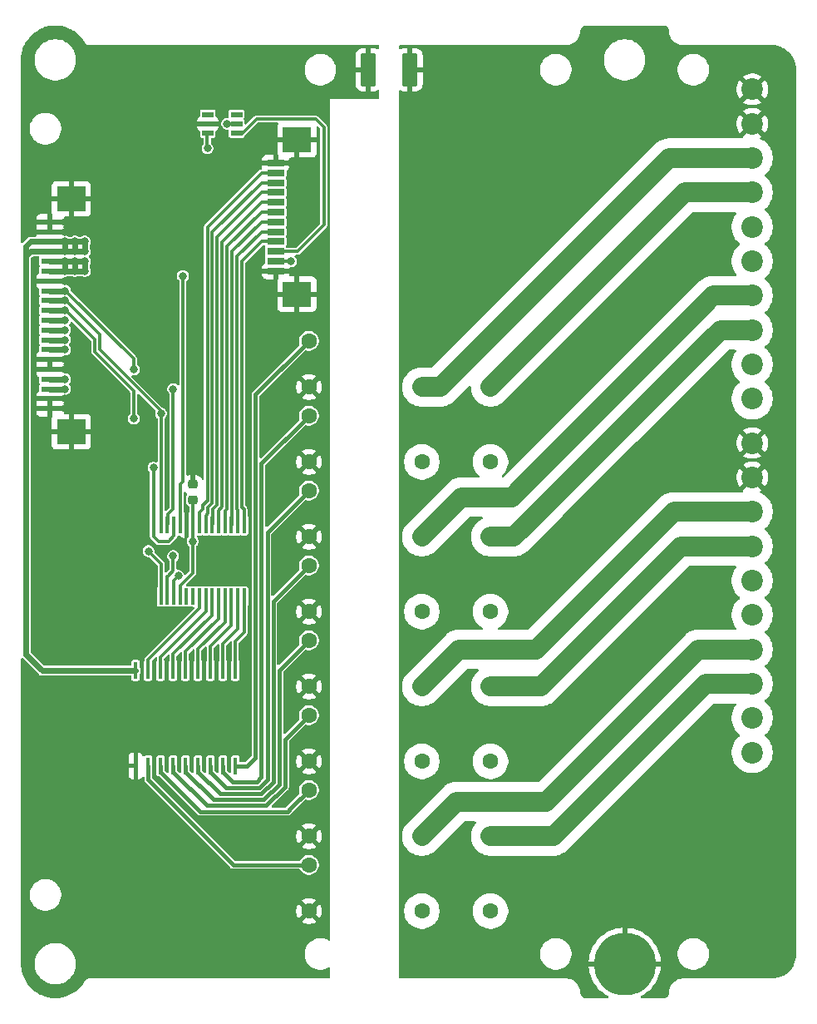
<source format=gbr>
%TF.GenerationSoftware,KiCad,Pcbnew,9.0.2*%
%TF.CreationDate,2025-06-28T19:47:58+03:00*%
%TF.ProjectId,PMCNV-RQ8,504d434e-562d-4525-9138-2e6b69636164,rev?*%
%TF.SameCoordinates,Original*%
%TF.FileFunction,Copper,L1,Top*%
%TF.FilePolarity,Positive*%
%FSLAX46Y46*%
G04 Gerber Fmt 4.6, Leading zero omitted, Abs format (unit mm)*
G04 Created by KiCad (PCBNEW 9.0.2) date 2025-06-28 19:47:58*
%MOMM*%
%LPD*%
G01*
G04 APERTURE LIST*
G04 Aperture macros list*
%AMRoundRect*
0 Rectangle with rounded corners*
0 $1 Rounding radius*
0 $2 $3 $4 $5 $6 $7 $8 $9 X,Y pos of 4 corners*
0 Add a 4 corners polygon primitive as box body*
4,1,4,$2,$3,$4,$5,$6,$7,$8,$9,$2,$3,0*
0 Add four circle primitives for the rounded corners*
1,1,$1+$1,$2,$3*
1,1,$1+$1,$4,$5*
1,1,$1+$1,$6,$7*
1,1,$1+$1,$8,$9*
0 Add four rect primitives between the rounded corners*
20,1,$1+$1,$2,$3,$4,$5,0*
20,1,$1+$1,$4,$5,$6,$7,0*
20,1,$1+$1,$6,$7,$8,$9,0*
20,1,$1+$1,$8,$9,$2,$3,0*%
G04 Aperture macros list end*
%TA.AperFunction,SMDPad,CuDef*%
%ADD10R,1.800000X0.600000*%
%TD*%
%TA.AperFunction,SMDPad,CuDef*%
%ADD11R,3.000000X2.600000*%
%TD*%
%TA.AperFunction,ComponentPad*%
%ADD12C,1.608000*%
%TD*%
%TA.AperFunction,SMDPad,CuDef*%
%ADD13R,0.450800X1.716000*%
%TD*%
%TA.AperFunction,ComponentPad*%
%ADD14C,2.200000*%
%TD*%
%TA.AperFunction,SMDPad,CuDef*%
%ADD15R,1.181100X0.558800*%
%TD*%
%TA.AperFunction,SMDPad,CuDef*%
%ADD16RoundRect,0.225000X0.250000X-0.225000X0.250000X0.225000X-0.250000X0.225000X-0.250000X-0.225000X0*%
%TD*%
%TA.AperFunction,ComponentPad*%
%ADD17O,6.350000X6.350000*%
%TD*%
%TA.AperFunction,SMDPad,CuDef*%
%ADD18R,0.431800X1.655601*%
%TD*%
%TA.AperFunction,SMDPad,CuDef*%
%ADD19RoundRect,0.250000X0.537500X1.450000X-0.537500X1.450000X-0.537500X-1.450000X0.537500X-1.450000X0*%
%TD*%
%TA.AperFunction,SMDPad,CuDef*%
%ADD20R,1.803400X0.635000*%
%TD*%
%TA.AperFunction,SMDPad,CuDef*%
%ADD21R,2.997200X2.590800*%
%TD*%
%TA.AperFunction,ViaPad*%
%ADD22C,0.800000*%
%TD*%
%TA.AperFunction,Conductor*%
%ADD23C,0.300000*%
%TD*%
%TA.AperFunction,Conductor*%
%ADD24C,0.600000*%
%TD*%
%TA.AperFunction,Conductor*%
%ADD25C,0.400000*%
%TD*%
%TA.AperFunction,Conductor*%
%ADD26C,2.000000*%
%TD*%
G04 APERTURE END LIST*
D10*
%TO.P,JM1,1,Pin_1*%
%TO.N,GND_MCU*%
X-36546000Y10500000D03*
%TO.P,JM1,2,Pin_2*%
X-36546000Y11500000D03*
%TO.P,JM1,3,Pin_3*%
%TO.N,/SCL_MCU*%
X-36546000Y12500000D03*
%TO.P,JM1,4,Pin_4*%
%TO.N,/SDA_MCU*%
X-36546000Y13500000D03*
%TO.P,JM1,5,Pin_5*%
%TO.N,GND_MCU*%
X-36546000Y14500000D03*
%TO.P,JM1,6,Pin_6*%
X-36546000Y15500000D03*
%TO.P,JM1,7,Pin_7*%
%TO.N,/CS3_MCU*%
X-36546000Y16500000D03*
%TO.P,JM1,8,Pin_8*%
%TO.N,/CS2_MCU*%
X-36546000Y17500000D03*
%TO.P,JM1,9,Pin_9*%
%TO.N,/CS1_MCU*%
X-36546000Y18500000D03*
%TO.P,JM1,10,Pin_10*%
%TO.N,/CS0_MCU*%
X-36546000Y19500000D03*
%TO.P,JM1,11,Pin_11*%
%TO.N,/SCK_MCU*%
X-36546000Y20500000D03*
%TO.P,JM1,12,Pin_11*%
%TO.N,/MISO_MCU*%
X-36546000Y21500000D03*
%TO.P,JM1,13,Pin_11*%
%TO.N,/MOSI_MCU*%
X-36546000Y22500000D03*
%TO.P,JM1,14,Pin_11*%
%TO.N,GND_MCU*%
X-36546000Y23500000D03*
%TO.P,JM1,15,Pin_11*%
%TO.N,+3.3V_MCU*%
X-36546000Y24500000D03*
%TO.P,JM1,16,Pin_11*%
X-36546000Y25500000D03*
%TO.P,JM1,17,Pin_11*%
%TO.N,+5V_MCU*%
X-36546000Y26500000D03*
%TO.P,JM1,18,Pin_11*%
X-36546000Y27500000D03*
%TO.P,JM1,19,Pin_11*%
%TO.N,GND_MCU*%
X-36546000Y28500000D03*
%TO.P,JM1,20,Pin_11*%
X-36546000Y29500000D03*
D11*
%TO.P,JM1,MP1,Pin_11*%
X-34375000Y8150000D03*
%TO.P,JM1,MP2,Pin_11*%
X-34375000Y31850000D03*
%TD*%
D12*
%TO.P,K4,1,1*%
%TO.N,GND_MCU*%
X-10160000Y-10160000D03*
%TO.P,K4,2,2*%
%TO.N,Net-(J7-Pin_2)*%
X1340000Y-10160000D03*
%TO.P,K4,3,3*%
%TO.N,Net-(J7-Pin_1)*%
X8340000Y-10160000D03*
%TO.P,K4,4,4*%
%TO.N,/K4*%
X-10160000Y-5460000D03*
%TD*%
D13*
%TO.P,U2,1,I1*%
%TO.N,/K1_exp*%
X-17645000Y-16149202D03*
%TO.P,U2,2,I2*%
%TO.N,/K2_exp*%
X-18915000Y-16149202D03*
%TO.P,U2,3,I3*%
%TO.N,/K3_exp*%
X-20185000Y-16149202D03*
%TO.P,U2,4,I4*%
%TO.N,/K4_exp*%
X-21455000Y-16149202D03*
%TO.P,U2,5,I5*%
%TO.N,/K5_exp*%
X-22725000Y-16149202D03*
%TO.P,U2,6,I6*%
%TO.N,/K6_exp*%
X-23995000Y-16149202D03*
%TO.P,U2,7,I7*%
%TO.N,/K7_exp*%
X-25265000Y-16149202D03*
%TO.P,U2,8,I8*%
%TO.N,/K8_exp*%
X-26535000Y-16149202D03*
%TO.P,U2,9,VCC*%
%TO.N,+5V_MCU*%
X-27805000Y-16149202D03*
%TO.P,U2,10,GND*%
%TO.N,GND_MCU*%
X-27805000Y-25850798D03*
%TO.P,U2,11,O8*%
%TO.N,/K8*%
X-26535000Y-25850798D03*
%TO.P,U2,12,O7*%
%TO.N,/K7*%
X-25265000Y-25850798D03*
%TO.P,U2,13,O6*%
%TO.N,/K6*%
X-23995000Y-25850798D03*
%TO.P,U2,14,O5*%
%TO.N,/K5*%
X-22725000Y-25850798D03*
%TO.P,U2,15,O4*%
%TO.N,/K4*%
X-21455000Y-25850798D03*
%TO.P,U2,16,O3*%
%TO.N,/K3*%
X-20185000Y-25850798D03*
%TO.P,U2,17,O2*%
%TO.N,/K2*%
X-18915000Y-25850798D03*
%TO.P,U2,18,O1*%
%TO.N,/K1*%
X-17645000Y-25850798D03*
%TD*%
D12*
%TO.P,K5,1,1*%
%TO.N,GND_MCU*%
X-10160000Y-17780000D03*
%TO.P,K5,2,2*%
%TO.N,Net-(J8-Pin_8)*%
X1340000Y-17780000D03*
%TO.P,K5,3,3*%
%TO.N,Net-(J8-Pin_7)*%
X8340000Y-17780000D03*
%TO.P,K5,4,4*%
%TO.N,/K5*%
X-10160000Y-13080000D03*
%TD*%
%TO.P,K6,1,1*%
%TO.N,GND_MCU*%
X-10160000Y-25400000D03*
%TO.P,K6,2,2*%
%TO.N,Net-(J8-Pin_6)*%
X1340000Y-25400000D03*
%TO.P,K6,3,3*%
%TO.N,Net-(J8-Pin_5)*%
X8340000Y-25400000D03*
%TO.P,K6,4,4*%
%TO.N,/K6*%
X-10160000Y-20700000D03*
%TD*%
%TO.P,K8,1,1*%
%TO.N,GND_MCU*%
X-10160000Y-40640000D03*
%TO.P,K8,2,2*%
%TO.N,Net-(J8-Pin_2)*%
X1340000Y-40640000D03*
%TO.P,K8,3,3*%
%TO.N,Net-(J8-Pin_1)*%
X8340000Y-40640000D03*
%TO.P,K8,4,4*%
%TO.N,/K8*%
X-10160000Y-35940000D03*
%TD*%
%TO.P,K1,1,1*%
%TO.N,GND_MCU*%
X-10160000Y12700000D03*
%TO.P,K1,2,2*%
%TO.N,Net-(J7-Pin_8)*%
X1340000Y12700000D03*
%TO.P,K1,3,3*%
%TO.N,Net-(J7-Pin_7)*%
X8340000Y12700000D03*
%TO.P,K1,4,4*%
%TO.N,/K1*%
X-10160000Y17400000D03*
%TD*%
D14*
%TO.P,J8,1,Pin_1*%
%TO.N,Net-(J8-Pin_1)*%
X35000000Y-24500000D03*
%TO.P,J8,2,Pin_2*%
%TO.N,Net-(J8-Pin_2)*%
X35000000Y-21000000D03*
%TO.P,J8,3,Pin_3*%
%TO.N,Net-(J8-Pin_3)*%
X35000000Y-17500000D03*
%TO.P,J8,4,Pin_4*%
%TO.N,Net-(J8-Pin_4)*%
X35000000Y-14000000D03*
%TO.P,J8,5,Pin_5*%
%TO.N,Net-(J8-Pin_5)*%
X35000000Y-10500000D03*
%TO.P,J8,6,Pin_6*%
%TO.N,Net-(J8-Pin_6)*%
X35000000Y-7000000D03*
%TO.P,J8,7,Pin_7*%
%TO.N,Net-(J8-Pin_7)*%
X35000000Y-3500000D03*
%TO.P,J8,8,Pin_8*%
%TO.N,Net-(J8-Pin_8)*%
X35000000Y0D03*
%TO.P,J8,9,Pin_9*%
%TO.N,PE*%
X35000000Y3500000D03*
%TO.P,J8,10,Pin_10*%
X35000000Y7000000D03*
%TD*%
D12*
%TO.P,K7,1,1*%
%TO.N,GND_MCU*%
X-10160000Y-33020000D03*
%TO.P,K7,2,2*%
%TO.N,Net-(J8-Pin_4)*%
X1340000Y-33020000D03*
%TO.P,K7,3,3*%
%TO.N,Net-(J8-Pin_3)*%
X8340000Y-33020000D03*
%TO.P,K7,4,4*%
%TO.N,/K7*%
X-10160000Y-28320000D03*
%TD*%
D15*
%TO.P,U5,1,1A*%
%TO.N,unconnected-(U5-1A-Pad1)*%
X-20466850Y40450001D03*
%TO.P,U5,2,GND*%
%TO.N,GND_MCU*%
X-20466850Y39500000D03*
%TO.P,U5,3,2A*%
%TO.N,/CS_MCU*%
X-20466850Y38549999D03*
%TO.P,U5,4,2Y*%
%TO.N,/CS_LED*%
X-17533150Y38549999D03*
%TO.P,U5,5,VCC*%
%TO.N,+3.3V_MCU*%
X-17533150Y39500000D03*
%TO.P,U5,6,1Y*%
%TO.N,unconnected-(U5-1Y-Pad6)*%
X-17533150Y40450001D03*
%TD*%
D16*
%TO.P,C2,1*%
%TO.N,+3.3V_MCU*%
X-22000000Y1225000D03*
%TO.P,C2,2*%
%TO.N,GND_MCU*%
X-22000000Y2775000D03*
%TD*%
D17*
%TO.P,PE1,1*%
%TO.N,PE*%
X22000000Y-46000000D03*
%TD*%
D12*
%TO.P,K3,1,1*%
%TO.N,GND_MCU*%
X-10160000Y-2540000D03*
%TO.P,K3,2,2*%
%TO.N,Net-(J7-Pin_4)*%
X1340000Y-2540000D03*
%TO.P,K3,3,3*%
%TO.N,Net-(J7-Pin_3)*%
X8340000Y-2540000D03*
%TO.P,K3,4,4*%
%TO.N,/K3*%
X-10160000Y2160000D03*
%TD*%
D18*
%TO.P,U1,1,GPB0*%
%TO.N,/K8_led*%
X-16775000Y-1372199D03*
%TO.P,U1,2,GPB1*%
%TO.N,/K7_led*%
X-17425001Y-1372199D03*
%TO.P,U1,3,GPB2*%
%TO.N,/K6_led*%
X-18075000Y-1372199D03*
%TO.P,U1,4,GPB3*%
%TO.N,/K5_led*%
X-18725001Y-1372199D03*
%TO.P,U1,5,GPB4*%
%TO.N,/K4_led*%
X-19374999Y-1372199D03*
%TO.P,U1,6,GPB5*%
%TO.N,/K3_led*%
X-20025001Y-1372199D03*
%TO.P,U1,7,GPB6*%
%TO.N,/K2_led*%
X-20674999Y-1372199D03*
%TO.P,U1,8,GPB7*%
%TO.N,/K1_led*%
X-21324998Y-1372199D03*
%TO.P,U1,9,VDD*%
%TO.N,+3.3V_MCU*%
X-21974999Y-1372199D03*
%TO.P,U1,10,VSS*%
%TO.N,GND_MCU*%
X-22624998Y-1372199D03*
%TO.P,U1,11,~{CS}*%
%TO.N,/CS_MCU*%
X-23274999Y-1372199D03*
%TO.P,U1,12,SCK*%
%TO.N,Net-(JP9-C)*%
X-23924998Y-1372199D03*
%TO.P,U1,13,SI*%
%TO.N,Net-(JP8-C)*%
X-24574999Y-1372199D03*
%TO.P,U1,14,SO*%
%TO.N,/MISO_MCU*%
X-25224998Y-1372199D03*
%TO.P,U1,15,A0*%
%TO.N,/A0*%
X-25225000Y-8627801D03*
%TO.P,U1,16,A1*%
%TO.N,/A1*%
X-24574999Y-8627801D03*
%TO.P,U1,17,A2*%
%TO.N,/A2*%
X-23925000Y-8627801D03*
%TO.P,U1,18,~{RESET}*%
%TO.N,+3.3V_MCU*%
X-23274999Y-8627801D03*
%TO.P,U1,19,INTB*%
%TO.N,unconnected-(U1-INTB-Pad19)*%
X-22625001Y-8627801D03*
%TO.P,U1,20,INTA*%
%TO.N,unconnected-(U1-INTA-Pad20)*%
X-21974999Y-8627801D03*
%TO.P,U1,21,GPA0*%
%TO.N,/K8_exp*%
X-21325001Y-8627801D03*
%TO.P,U1,22,GPA1*%
%TO.N,/K7_exp*%
X-20674999Y-8627801D03*
%TO.P,U1,23,GPA2*%
%TO.N,/K6_exp*%
X-20025001Y-8627801D03*
%TO.P,U1,24,GPA3*%
%TO.N,/K5_exp*%
X-19374999Y-8627801D03*
%TO.P,U1,25,GPA4*%
%TO.N,/K4_exp*%
X-18725001Y-8627801D03*
%TO.P,U1,26,GPA5*%
%TO.N,/K3_exp*%
X-18075000Y-8627801D03*
%TO.P,U1,27,GPA6*%
%TO.N,/K2_exp*%
X-17425001Y-8627801D03*
%TO.P,U1,28,GPA7*%
%TO.N,/K1_exp*%
X-16775000Y-8627801D03*
%TD*%
D12*
%TO.P,K2,1,1*%
%TO.N,GND_MCU*%
X-10160000Y5080000D03*
%TO.P,K2,2,2*%
%TO.N,Net-(J7-Pin_6)*%
X1340000Y5080000D03*
%TO.P,K2,3,3*%
%TO.N,Net-(J7-Pin_5)*%
X8340000Y5080000D03*
%TO.P,K2,4,4*%
%TO.N,/K2*%
X-10160000Y9780000D03*
%TD*%
D19*
%TO.P,C1,1*%
%TO.N,PE*%
X137500Y45000000D03*
%TO.P,C1,2*%
%TO.N,GND_MCU*%
X-4137500Y45000000D03*
%TD*%
D20*
%TO.P,J3,1,Pin_1*%
%TO.N,GND_MCU*%
X-13556000Y24500008D03*
%TO.P,J3,2,Pin_2*%
%TO.N,/MISO_MCU*%
X-13556000Y25500006D03*
%TO.P,J3,3,Pin_3*%
%TO.N,/CS_LED*%
X-13556000Y26500004D03*
%TO.P,J3,4,Pin_4*%
%TO.N,/K8_led*%
X-13556000Y27500002D03*
%TO.P,J3,5,Pin_5*%
%TO.N,/K7_led*%
X-13556000Y28500000D03*
%TO.P,J3,6,Pin_6*%
%TO.N,/K6_led*%
X-13556000Y29500000D03*
%TO.P,J3,7,Pin_7*%
%TO.N,/K5_led*%
X-13556000Y30500000D03*
%TO.P,J3,8,Pin_8*%
%TO.N,/K4_led*%
X-13556000Y31500000D03*
%TO.P,J3,9,Pin_9*%
%TO.N,/K3_led*%
X-13556000Y32499998D03*
%TO.P,J3,10,Pin_10*%
%TO.N,/K2_led*%
X-13556000Y33499996D03*
%TO.P,J3,11,Pin_11*%
%TO.N,/K1_led*%
X-13556000Y34499994D03*
%TO.P,J3,12,Pin_11*%
%TO.N,GND_MCU*%
X-13556000Y35499992D03*
D21*
%TO.P,J3,13,Pin_11*%
X-11385999Y22149997D03*
X-11385999Y37850003D03*
%TD*%
D14*
%TO.P,J7,1,Pin_1*%
%TO.N,Net-(J7-Pin_1)*%
X35000000Y11500000D03*
%TO.P,J7,2,Pin_2*%
%TO.N,Net-(J7-Pin_2)*%
X35000000Y15000000D03*
%TO.P,J7,3,Pin_3*%
%TO.N,Net-(J7-Pin_3)*%
X35000000Y18500000D03*
%TO.P,J7,4,Pin_4*%
%TO.N,Net-(J7-Pin_4)*%
X35000000Y22000000D03*
%TO.P,J7,5,Pin_5*%
%TO.N,Net-(J7-Pin_5)*%
X35000000Y25500000D03*
%TO.P,J7,6,Pin_6*%
%TO.N,Net-(J7-Pin_6)*%
X35000000Y29000000D03*
%TO.P,J7,7,Pin_7*%
%TO.N,Net-(J7-Pin_7)*%
X35000000Y32500000D03*
%TO.P,J7,8,Pin_8*%
%TO.N,Net-(J7-Pin_8)*%
X35000000Y36000000D03*
%TO.P,J7,9,Pin_9*%
%TO.N,PE*%
X35000000Y39500000D03*
%TO.P,J7,10,Pin_10*%
X35000000Y43000000D03*
%TD*%
D22*
%TO.N,/MISO_MCU*%
X-12000000Y25500000D03*
X-25224998Y10000000D03*
%TO.N,+3.3V_MCU*%
X-18500000Y39500000D03*
%TO.N,Net-(JP9-C)*%
X-26000000Y4500000D03*
%TO.N,Net-(JP8-C)*%
X-24000000Y12500000D03*
%TO.N,/SCK_MCU*%
X-28000000Y9500000D03*
%TO.N,/MOSI_MCU*%
X-28000000Y14500000D03*
%TO.N,+3.3V_MCU*%
X-35000000Y24500000D03*
X-34000000Y24500000D03*
X-34000000Y25500000D03*
X-35000000Y25500000D03*
%TO.N,+5V_MCU*%
X-35000000Y26500000D03*
X-34000000Y26500000D03*
X-34000000Y27500000D03*
X-35000000Y27500000D03*
X-33000000Y27500000D03*
X-33000000Y26500000D03*
%TO.N,+3.3V_MCU*%
X-33000000Y25500000D03*
X-33000000Y24500000D03*
%TO.N,/MOSI_MCU*%
X-35000000Y22500000D03*
%TO.N,/MISO_MCU*%
X-35000000Y21500000D03*
%TO.N,/SCK_MCU*%
X-35000000Y20500000D03*
%TO.N,/CS0_MCU*%
X-35000000Y19500000D03*
%TO.N,/CS1_MCU*%
X-35000000Y18500000D03*
%TO.N,/CS2_MCU*%
X-35000000Y17500000D03*
%TO.N,/CS3_MCU*%
X-35000000Y16500000D03*
%TO.N,/SDA_MCU*%
X-35000000Y13500000D03*
%TO.N,/SCL_MCU*%
X-35000000Y12500000D03*
%TO.N,GND_MCU*%
X-35000000Y28500000D03*
X-35000000Y23500000D03*
X-35000000Y15500000D03*
X-35000000Y14500000D03*
X-35000000Y11500000D03*
X-35000000Y10500000D03*
%TO.N,/CS_MCU*%
X-20500000Y37000000D03*
%TO.N,GND_MCU*%
X-12000000Y35500000D03*
X-32000000Y40000000D03*
X-38500000Y-33000000D03*
X-31000000Y40000000D03*
X-30000000Y40000000D03*
X-37500000Y-34000000D03*
X-10000000Y35500000D03*
X-38500000Y-35000000D03*
X-33000000Y40000000D03*
X-11000000Y35500000D03*
X-36500000Y-35000000D03*
X-36500000Y-33000000D03*
%TO.N,+3.3V_MCU*%
X-22000000Y-3000000D03*
%TO.N,/A1*%
X-24000000Y-4500000D03*
%TO.N,/A2*%
X-23469669Y-6530331D03*
%TO.N,/A0*%
X-26500000Y-4000000D03*
%TO.N,GND_MCU*%
X-35000000Y29500000D03*
%TO.N,/CS_MCU*%
X-23000000Y24000000D03*
%TD*%
D23*
%TO.N,Net-(JP8-C)*%
X-24000000Y12500000D02*
X-24000000Y298499D01*
X-24491898Y-1289098D02*
X-24574999Y-1372199D01*
X-24000000Y298499D02*
X-24491898Y-193399D01*
X-24491898Y-193399D02*
X-24491898Y-1289098D01*
%TO.N,/MISO_MCU*%
X-13555994Y25500000D02*
X-13556000Y25500006D01*
X-12000000Y25500000D02*
X-13555994Y25500000D01*
X-25224998Y10000000D02*
X-25224998Y10224998D01*
%TO.N,/CS_MCU*%
X-20500000Y37000000D02*
X-20516849Y37016849D01*
X-20516849Y37016849D02*
X-20516849Y38500000D01*
X-20516849Y38500000D02*
X-20466850Y38549999D01*
%TO.N,/SCK_MCU*%
X-35000000Y20500000D02*
X-34937925Y20500000D01*
X-34937925Y20500000D02*
X-32000000Y17562075D01*
X-32000000Y17562075D02*
X-32000000Y16291479D01*
X-32000000Y16291479D02*
X-28000000Y12291480D01*
X-28000000Y12291480D02*
X-28000000Y9500000D01*
%TO.N,/MISO_MCU*%
X-25224998Y-1372199D02*
X-25224998Y10000000D01*
X-34937925Y21500000D02*
X-35000000Y21500000D01*
X-25224998Y10224998D02*
X-31499000Y16499000D01*
X-31499000Y16499000D02*
X-31499000Y18061075D01*
X-31499000Y18061075D02*
X-34937925Y21500000D01*
%TO.N,Net-(JP9-C)*%
X-26000000Y4500000D02*
X-26000000Y-2500000D01*
%TO.N,/MOSI_MCU*%
X-28000000Y15562075D02*
X-28000000Y14500000D01*
X-34937925Y22500000D02*
X-28000000Y15562075D01*
X-35000000Y22500000D02*
X-34937925Y22500000D01*
D24*
%TO.N,+5V_MCU*%
X-36546000Y27500000D02*
X-38500000Y27500000D01*
X-38500000Y27500000D02*
X-39000000Y27000000D01*
X-39000000Y27000000D02*
X-39000000Y26000000D01*
X-36546000Y26500000D02*
X-38500000Y26500000D01*
X-38500000Y26500000D02*
X-39000000Y26000000D01*
%TO.N,+3.3V_MCU*%
X-35000000Y25500000D02*
X-35000000Y24500000D01*
X-34000000Y25500000D02*
X-34000000Y24500000D01*
X-33000000Y25500000D02*
X-33000000Y24500000D01*
%TO.N,+5V_MCU*%
X-33000000Y27500000D02*
X-33000000Y26500000D01*
X-34000000Y27500000D02*
X-34000000Y26500000D01*
X-35000000Y27500000D02*
X-35000000Y26500000D01*
X-33000000Y27500000D02*
X-36546000Y27500000D01*
X-33000000Y26500000D02*
X-36546000Y26500000D01*
%TO.N,+3.3V_MCU*%
X-36546000Y25500000D02*
X-33000000Y25500000D01*
X-36546000Y24500000D02*
X-33000000Y24500000D01*
%TO.N,/MOSI_MCU*%
X-36546000Y22500000D02*
X-35000000Y22500000D01*
%TO.N,/MISO_MCU*%
X-36546000Y21500000D02*
X-35000000Y21500000D01*
%TO.N,/SCK_MCU*%
X-36546000Y20500000D02*
X-35000000Y20500000D01*
%TO.N,/CS0_MCU*%
X-36546000Y19500000D02*
X-35000000Y19500000D01*
%TO.N,/CS1_MCU*%
X-36546000Y18500000D02*
X-35000000Y18500000D01*
%TO.N,/CS2_MCU*%
X-36546000Y17500000D02*
X-35000000Y17500000D01*
%TO.N,/CS3_MCU*%
X-36546000Y16500000D02*
X-35000000Y16500000D01*
%TO.N,/SDA_MCU*%
X-36546000Y13500000D02*
X-35000000Y13500000D01*
%TO.N,/SCL_MCU*%
X-36546000Y12500000D02*
X-35000000Y12500000D01*
D25*
%TO.N,/K7*%
X-25265000Y-26483398D02*
X-21243398Y-30505000D01*
X-12345000Y-30505000D02*
X-12000000Y-30160000D01*
X-25265000Y-25850798D02*
X-25265000Y-26483398D01*
X-10160000Y-28320000D02*
X-12000000Y-30160000D01*
X-21243398Y-30505000D02*
X-12345000Y-30505000D01*
%TO.N,/K3*%
X-20185000Y-25850798D02*
X-20185000Y-26483398D01*
X-10160000Y2160000D02*
X-14404000Y-2084000D01*
X-20185000Y-26483398D02*
X-18567398Y-28101000D01*
X-14404000Y-27248942D02*
X-14404000Y-27000000D01*
X-18567398Y-28101000D02*
X-15256058Y-28101000D01*
X-15256058Y-28101000D02*
X-14404000Y-27248942D01*
X-14404000Y-2084000D02*
X-14404000Y-27000000D01*
%TO.N,/K5*%
X-13202000Y-27746826D02*
X-13202000Y-16122000D01*
X-19905398Y-29303000D02*
X-14758174Y-29303000D01*
X-22725000Y-25850798D02*
X-22725000Y-26483398D01*
X-22725000Y-26483398D02*
X-19905398Y-29303000D01*
X-14758174Y-29303000D02*
X-13202000Y-27746826D01*
X-13202000Y-16122000D02*
X-10160000Y-13080000D01*
%TO.N,/K6*%
X-23995000Y-25850798D02*
X-23995000Y-26483398D01*
X-20574398Y-29904000D02*
X-14509232Y-29904000D01*
X-23995000Y-26483398D02*
X-20574398Y-29904000D01*
X-14509232Y-29904000D02*
X-12601000Y-27995768D01*
X-12601000Y-23141000D02*
X-12601000Y-27995768D01*
X-10160000Y-20700000D02*
X-12601000Y-23141000D01*
%TO.N,/K8*%
X-26535000Y-27231000D02*
X-26535000Y-25850798D01*
X-17826000Y-35940000D02*
X-26535000Y-27231000D01*
X-10160000Y-35940000D02*
X-17826000Y-35940000D01*
%TO.N,/K4*%
X-19236398Y-28702000D02*
X-15007116Y-28702000D01*
X-13803000Y-9103000D02*
X-13803000Y-26500000D01*
X-10160000Y-5460000D02*
X-13803000Y-9103000D01*
X-15007116Y-28702000D02*
X-13803000Y-27497884D01*
X-21455000Y-26483398D02*
X-19236398Y-28702000D01*
X-21455000Y-25850798D02*
X-21455000Y-26483398D01*
X-13803000Y-27497884D02*
X-13803000Y-26500000D01*
%TO.N,/K1*%
X-16456798Y-25850798D02*
X-15606000Y-25000000D01*
X-10160000Y17400000D02*
X-15606000Y11954000D01*
X-15606000Y11954000D02*
X-15606000Y-25000000D01*
X-17645000Y-25850798D02*
X-16456798Y-25850798D01*
%TO.N,/K2*%
X-17898398Y-27500000D02*
X-15505000Y-27500000D01*
X-18915000Y-25850798D02*
X-18915000Y-26483398D01*
X-15005000Y-27000000D02*
X-15005000Y4935000D01*
X-15005000Y4935000D02*
X-10160000Y9780000D01*
X-15505000Y-27500000D02*
X-15005000Y-27000000D01*
X-18915000Y-26483398D02*
X-17898398Y-27500000D01*
D23*
%TO.N,unconnected-(U5-1A-Pad1)*%
X-20516849Y40500000D02*
X-20466850Y40450001D01*
%TO.N,/K8_exp*%
X-26535000Y-15035000D02*
X-21325001Y-9825001D01*
X-21325001Y-9825001D02*
X-21325001Y-8627801D01*
X-26535000Y-16149202D02*
X-26535000Y-15035000D01*
%TO.N,/K4_exp*%
X-21455000Y-16149202D02*
X-21455000Y-13955000D01*
X-18725001Y-11225001D02*
X-18725001Y-8627801D01*
X-21455000Y-13955000D02*
X-18725001Y-11225001D01*
%TO.N,/K7_exp*%
X-25265000Y-14765000D02*
X-20674999Y-10174999D01*
X-20674999Y-10174999D02*
X-20674999Y-8627801D01*
X-25265000Y-16149202D02*
X-25265000Y-14765000D01*
%TO.N,/K1_exp*%
X-17645000Y-13145000D02*
X-16775000Y-12275000D01*
X-17645000Y-16149202D02*
X-17645000Y-13145000D01*
X-16775000Y-12275000D02*
X-16775000Y-8627801D01*
%TO.N,/K6_exp*%
X-20025001Y-10525001D02*
X-20025001Y-8627801D01*
X-23995000Y-14495000D02*
X-20025001Y-10525001D01*
X-23995000Y-16149202D02*
X-23995000Y-14495000D01*
%TO.N,/K2_exp*%
X-18915000Y-13415000D02*
X-17425001Y-11925001D01*
X-17425001Y-8627801D02*
X-17425001Y-11925001D01*
X-18915000Y-16149202D02*
X-18915000Y-13415000D01*
%TO.N,/K3_exp*%
X-20185000Y-16149202D02*
X-20185000Y-13685000D01*
X-18075000Y-11575000D02*
X-18075000Y-8627801D01*
X-20185000Y-13685000D02*
X-18075000Y-11575000D01*
%TO.N,/K5_exp*%
X-22725000Y-16149202D02*
X-22725000Y-14225000D01*
X-22725000Y-14225000D02*
X-19374999Y-10874999D01*
X-19374999Y-10874999D02*
X-19374999Y-8627801D01*
%TO.N,/CS_MCU*%
X-23274999Y-1372199D02*
X-23274999Y2795823D01*
X-23000000Y3070822D02*
X-23000000Y24000000D01*
X-23274999Y2795823D02*
X-23000000Y3070822D01*
%TO.N,/K8_led*%
X-16775000Y-1372199D02*
X-16775000Y240826D01*
X-17000000Y465826D02*
X-17000000Y25488602D01*
X-14988600Y27500002D02*
X-13556000Y27500002D01*
X-16775000Y240826D02*
X-17000000Y465826D01*
X-17000000Y25488602D02*
X-14988600Y27500002D01*
%TO.N,/K7_led*%
X-17425001Y182306D02*
X-17501000Y258306D01*
X-17501000Y258306D02*
X-17501000Y25999000D01*
X-15000000Y28500000D02*
X-13556000Y28500000D01*
X-17501000Y25999000D02*
X-15000000Y28500000D01*
X-17425001Y-1372199D02*
X-17425001Y182306D01*
%TO.N,/K5_led*%
X-18725001Y-1372199D02*
X-18725001Y65266D01*
X-18503000Y287267D02*
X-18503000Y26997000D01*
X-18725001Y65266D02*
X-18503000Y287267D01*
X-15000000Y30500000D02*
X-13556000Y30500000D01*
X-18503000Y26997000D02*
X-15000000Y30500000D01*
%TO.N,/K1_led*%
X-20943899Y680451D02*
X-20507000Y1117349D01*
X-21324998Y-100935D02*
X-20943899Y280164D01*
X-20507000Y28993000D02*
X-15000006Y34499994D01*
X-21324998Y-1372199D02*
X-21324998Y-100935D01*
X-20943899Y280164D02*
X-20943899Y680451D01*
X-15000006Y34499994D02*
X-13556000Y34499994D01*
X-20507000Y1117349D02*
X-20507000Y28993000D01*
%TO.N,/K6_led*%
X-18002000Y26498000D02*
X-15000000Y29500000D01*
X-18002000Y-1299199D02*
X-18002000Y26498000D01*
X-15000000Y29500000D02*
X-13556000Y29500000D01*
X-18075000Y-1372199D02*
X-18002000Y-1299199D01*
%TO.N,/K4_led*%
X-15000000Y31500000D02*
X-13556000Y31500000D01*
X-19004000Y27496000D02*
X-15000000Y31500000D01*
X-19374999Y123789D02*
X-19004000Y494788D01*
X-19374999Y-1372199D02*
X-19374999Y123789D01*
X-19004000Y494788D02*
X-19004000Y27496000D01*
%TO.N,/K2_led*%
X-20006000Y28494000D02*
X-15000004Y33499996D01*
X-20442899Y-151419D02*
X-20442899Y472930D01*
X-20442899Y472930D02*
X-20006000Y909828D01*
X-20006000Y909828D02*
X-20006000Y28494000D01*
X-20674999Y-383519D02*
X-20442899Y-151419D01*
X-15000004Y33499996D02*
X-13556000Y33499996D01*
X-20674999Y-1372199D02*
X-20674999Y-383519D01*
%TO.N,/K3_led*%
X-19505000Y27995000D02*
X-15000002Y32499998D01*
X-19941899Y-1289097D02*
X-19941899Y265409D01*
X-15000002Y32499998D02*
X-13556000Y32499998D01*
X-20025001Y-1372199D02*
X-19941899Y-1289097D01*
X-19505000Y702308D02*
X-19505000Y27995000D01*
X-19941899Y265409D02*
X-19505000Y702308D01*
D26*
%TO.N,Net-(J7-Pin_8)*%
X26500000Y36000000D02*
X35000000Y36000000D01*
X3200000Y12700000D02*
X26500000Y36000000D01*
X1340000Y12700000D02*
X3200000Y12700000D01*
%TO.N,Net-(J7-Pin_4)*%
X31000000Y22000000D02*
X35000000Y22000000D01*
X1340000Y-2540000D02*
X5380000Y1500000D01*
X10500000Y1500000D02*
X31000000Y22000000D01*
X5380000Y1500000D02*
X10500000Y1500000D01*
%TO.N,Net-(J7-Pin_7)*%
X8340000Y12700000D02*
X28140000Y32500000D01*
X28140000Y32500000D02*
X35000000Y32500000D01*
%TO.N,Net-(J7-Pin_3)*%
X31742640Y18500000D02*
X35000000Y18500000D01*
X8340000Y-2540000D02*
X10702640Y-2540000D01*
X10702640Y-2540000D02*
X31742640Y18500000D01*
%TO.N,Net-(J8-Pin_3)*%
X14722640Y-33020000D02*
X30242640Y-17500000D01*
X8340000Y-33020000D02*
X14722640Y-33020000D01*
X30242640Y-17500000D02*
X35000000Y-17500000D01*
%TO.N,Net-(J8-Pin_7)*%
X13462640Y-17780000D02*
X27742640Y-3500000D01*
X27742640Y-3500000D02*
X35000000Y-3500000D01*
X8340000Y-17780000D02*
X13462640Y-17780000D01*
%TO.N,Net-(J8-Pin_4)*%
X14000000Y-29500000D02*
X29500000Y-14000000D01*
X4860000Y-29500000D02*
X14000000Y-29500000D01*
X29500000Y-14000000D02*
X35000000Y-14000000D01*
X1340000Y-33020000D02*
X4860000Y-29500000D01*
%TO.N,Net-(J8-Pin_8)*%
X5120000Y-14000000D02*
X13000000Y-14000000D01*
X1340000Y-17780000D02*
X5120000Y-14000000D01*
X13000000Y-14000000D02*
X27000000Y0D01*
X27000000Y0D02*
X35000000Y0D01*
D23*
%TO.N,Net-(JP9-C)*%
X-24457100Y-3000000D02*
X-23924998Y-2467898D01*
X-23924998Y-2467898D02*
X-23924998Y-1372199D01*
X-25500000Y-3000000D02*
X-24457100Y-3000000D01*
X-26000000Y-2500000D02*
X-25500000Y-3000000D01*
D24*
%TO.N,+5V_MCU*%
X-39000000Y26000000D02*
X-39000000Y15500000D01*
X-37350798Y-16149202D02*
X-27805000Y-16149202D01*
X-39000000Y15500000D02*
X-39000000Y-14500000D01*
X-39000000Y-14500000D02*
X-37350798Y-16149202D01*
D23*
%TO.N,/CS_LED*%
X-9500000Y40000000D02*
X-8652000Y39152000D01*
X-15500000Y40000000D02*
X-9500000Y40000000D01*
X-17533150Y38549999D02*
X-16950001Y38549999D01*
X-16950001Y38549999D02*
X-15500000Y40000000D01*
X-8652000Y29207520D02*
X-11359516Y26500004D01*
X-11359516Y26500004D02*
X-13556000Y26500004D01*
X-8652000Y39152000D02*
X-8652000Y29207520D01*
%TO.N,+3.3V_MCU*%
X-23274999Y-8627801D02*
X-23274999Y-7500001D01*
X-21974999Y1199999D02*
X-22000000Y1225000D01*
X-23274999Y-7500001D02*
X-22000000Y-6225002D01*
X-21974999Y-1372199D02*
X-21974999Y-2974999D01*
X-22000000Y-6225002D02*
X-22000000Y-3000000D01*
X-17533150Y39500000D02*
X-18500000Y39500000D01*
X-21974999Y-1372199D02*
X-21974999Y1199999D01*
X-21974999Y-2974999D02*
X-22000000Y-3000000D01*
%TO.N,/A1*%
X-24475000Y-6500000D02*
X-24574999Y-6599999D01*
X-24475000Y-6475000D02*
X-24475000Y-6500000D01*
X-24000000Y-4500000D02*
X-24000000Y-6000000D01*
X-24000000Y-6000000D02*
X-24475000Y-6475000D01*
X-24574999Y-6599999D02*
X-24574999Y-8627801D01*
%TO.N,/A2*%
X-23925000Y-6985662D02*
X-23925000Y-8627801D01*
X-23469669Y-6530331D02*
X-23925000Y-6985662D01*
%TO.N,/A0*%
X-26500000Y-4000000D02*
X-25225000Y-5275000D01*
X-25225000Y-5275000D02*
X-25225000Y-8627801D01*
%TD*%
%TA.AperFunction,Conductor*%
%TO.N,GND_MCU*%
G36*
X-35672900Y49483902D02*
G01*
X-35661155Y49482779D01*
X-35342866Y49436967D01*
X-35331288Y49434733D01*
X-35018801Y49358842D01*
X-35007498Y49355520D01*
X-34703637Y49250233D01*
X-34692689Y49245845D01*
X-34448813Y49134336D01*
X-34400247Y49112130D01*
X-34389751Y49106712D01*
X-34354412Y49086283D01*
X-34111353Y48945774D01*
X-34101447Y48939399D01*
X-33839629Y48752701D01*
X-33830357Y48745399D01*
X-33783978Y48705150D01*
X-33587496Y48534638D01*
X-33578953Y48526479D01*
X-33357257Y48293572D01*
X-33349536Y48284646D01*
X-33150989Y48031676D01*
X-33144158Y48022061D01*
X-32968997Y47748870D01*
X-32965926Y47743820D01*
X-32934527Y47689294D01*
X-32934525Y47689292D01*
X-32841447Y47596007D01*
X-32841441Y47596003D01*
X-32727391Y47529987D01*
X-32727388Y47529986D01*
X-32600132Y47495737D01*
X-32468348Y47495591D01*
X-32468338Y47495594D01*
X-32460292Y47496643D01*
X-32460275Y47496507D01*
X-32437440Y47499500D01*
X-3124000Y47499500D01*
X-3056961Y47479815D01*
X-3011206Y47427011D01*
X-3000000Y47375500D01*
X-3000000Y47183286D01*
X-3019685Y47116247D01*
X-3072489Y47070492D01*
X-3141647Y47060548D01*
X-3189096Y47077747D01*
X-3280872Y47134355D01*
X-3280881Y47134359D01*
X-3447303Y47189506D01*
X-3447310Y47189507D01*
X-3550014Y47200000D01*
X-3887500Y47200000D01*
X-3887500Y42800001D01*
X-3550028Y42800001D01*
X-3550014Y42800002D01*
X-3447303Y42810495D01*
X-3280881Y42865642D01*
X-3280870Y42865647D01*
X-3189097Y42922253D01*
X-3121705Y42940694D01*
X-3055041Y42919772D01*
X-3010272Y42866130D01*
X-3000000Y42816715D01*
X-3000000Y42124000D01*
X-3019685Y42056961D01*
X-3072489Y42011206D01*
X-3124000Y42000000D01*
X-8000000Y42000000D01*
X-8000000Y-43510892D01*
X-8019685Y-43577931D01*
X-8072489Y-43623686D01*
X-8141647Y-43633630D01*
X-8180295Y-43621377D01*
X-8385617Y-43516761D01*
X-8385618Y-43516760D01*
X-8385621Y-43516759D01*
X-8625215Y-43438910D01*
X-8874038Y-43399500D01*
X-9125962Y-43399500D01*
X-9179407Y-43407965D01*
X-9374786Y-43438910D01*
X-9614384Y-43516760D01*
X-9838849Y-43631132D01*
X-10042650Y-43779201D01*
X-10042655Y-43779205D01*
X-10220795Y-43957345D01*
X-10220799Y-43957350D01*
X-10368868Y-44161151D01*
X-10483240Y-44385616D01*
X-10561090Y-44625214D01*
X-10600500Y-44874038D01*
X-10600500Y-45125961D01*
X-10561090Y-45374785D01*
X-10483240Y-45614383D01*
X-10368868Y-45838848D01*
X-10220799Y-46042649D01*
X-10220795Y-46042654D01*
X-10042655Y-46220794D01*
X-10042650Y-46220798D01*
X-9864883Y-46349952D01*
X-9838845Y-46368870D01*
X-9695816Y-46441747D01*
X-9614384Y-46483239D01*
X-9614382Y-46483239D01*
X-9614379Y-46483241D01*
X-9374785Y-46561090D01*
X-9125962Y-46600500D01*
X-9125961Y-46600500D01*
X-8874039Y-46600500D01*
X-8874038Y-46600500D01*
X-8625215Y-46561090D01*
X-8385621Y-46483241D01*
X-8180295Y-46378621D01*
X-8111626Y-46365726D01*
X-8046885Y-46392002D01*
X-8006628Y-46449109D01*
X-8000000Y-46489107D01*
X-8000000Y-47375500D01*
X-8019685Y-47442539D01*
X-8072489Y-47488294D01*
X-8124000Y-47499500D01*
X-32601792Y-47499500D01*
X-32729088Y-47533608D01*
X-32843214Y-47599500D01*
X-32936400Y-47692685D01*
X-32967736Y-47746958D01*
X-32971126Y-47752489D01*
X-33165305Y-48051501D01*
X-33172934Y-48062002D01*
X-33395280Y-48336575D01*
X-33403965Y-48346220D01*
X-33653780Y-48596036D01*
X-33663425Y-48604721D01*
X-33937998Y-48827066D01*
X-33948499Y-48834695D01*
X-34244797Y-49027113D01*
X-34256037Y-49033603D01*
X-34570837Y-49194001D01*
X-34582694Y-49199280D01*
X-34912528Y-49325891D01*
X-34924872Y-49329902D01*
X-35266142Y-49421346D01*
X-35278839Y-49424044D01*
X-35627783Y-49479310D01*
X-35640690Y-49480667D01*
X-35993510Y-49499158D01*
X-36006490Y-49499158D01*
X-36359311Y-49480667D01*
X-36372218Y-49479310D01*
X-36721162Y-49424044D01*
X-36733859Y-49421346D01*
X-37075130Y-49329902D01*
X-37087474Y-49325891D01*
X-37417308Y-49199280D01*
X-37429165Y-49194001D01*
X-37559663Y-49127509D01*
X-37743971Y-49033599D01*
X-37755190Y-49027122D01*
X-38051508Y-48834691D01*
X-38062002Y-48827066D01*
X-38336576Y-48604721D01*
X-38346221Y-48596036D01*
X-38596037Y-48346220D01*
X-38604722Y-48336575D01*
X-38720836Y-48193186D01*
X-38827074Y-48061992D01*
X-38834689Y-48051511D01*
X-39027121Y-47755190D01*
X-39033597Y-47743976D01*
X-39194007Y-47429153D01*
X-39199276Y-47417317D01*
X-39325894Y-47087468D01*
X-39329903Y-47075129D01*
X-39345799Y-47015806D01*
X-39421349Y-46733852D01*
X-39424045Y-46721161D01*
X-39431098Y-46676632D01*
X-39473221Y-46410668D01*
X-39479311Y-46372217D01*
X-39480668Y-46359310D01*
X-39499330Y-46003222D01*
X-39499500Y-45996732D01*
X-39499500Y-45862332D01*
X-38100500Y-45862332D01*
X-38100500Y-46137667D01*
X-38100499Y-46137684D01*
X-38064562Y-46410655D01*
X-38064561Y-46410660D01*
X-38064560Y-46410666D01*
X-38043542Y-46489107D01*
X-37993296Y-46676630D01*
X-37887925Y-46931017D01*
X-37887920Y-46931028D01*
X-37808191Y-47069121D01*
X-37750249Y-47169479D01*
X-37750247Y-47169482D01*
X-37750246Y-47169483D01*
X-37582630Y-47387926D01*
X-37582624Y-47387933D01*
X-37387934Y-47582623D01*
X-37387928Y-47582628D01*
X-37169479Y-47750249D01*
X-37016222Y-47838732D01*
X-36931029Y-47887919D01*
X-36931024Y-47887921D01*
X-36931021Y-47887923D01*
X-36676632Y-47993295D01*
X-36410666Y-48064560D01*
X-36137674Y-48100500D01*
X-36137667Y-48100500D01*
X-35862333Y-48100500D01*
X-35862326Y-48100500D01*
X-35589334Y-48064560D01*
X-35323368Y-47993295D01*
X-35068979Y-47887923D01*
X-34830521Y-47750249D01*
X-34612072Y-47582628D01*
X-34417372Y-47387928D01*
X-34249751Y-47169479D01*
X-34112077Y-46931021D01*
X-34006705Y-46676632D01*
X-33935440Y-46410666D01*
X-33899500Y-46137674D01*
X-33899500Y-45862326D01*
X-33935440Y-45589334D01*
X-34006705Y-45323368D01*
X-34112077Y-45068979D01*
X-34112079Y-45068976D01*
X-34112081Y-45068971D01*
X-34161268Y-44983778D01*
X-34249751Y-44830521D01*
X-34417372Y-44612072D01*
X-34417377Y-44612066D01*
X-34612067Y-44417376D01*
X-34612074Y-44417370D01*
X-34830517Y-44249754D01*
X-34830518Y-44249753D01*
X-34830521Y-44249751D01*
X-34925593Y-44194861D01*
X-35068972Y-44112080D01*
X-35068983Y-44112075D01*
X-35323370Y-44006704D01*
X-35492655Y-43961345D01*
X-35589334Y-43935440D01*
X-35589340Y-43935439D01*
X-35589345Y-43935438D01*
X-35862316Y-43899501D01*
X-35862321Y-43899500D01*
X-35862326Y-43899500D01*
X-36137674Y-43899500D01*
X-36137680Y-43899500D01*
X-36137685Y-43899501D01*
X-36410656Y-43935438D01*
X-36410663Y-43935439D01*
X-36410666Y-43935440D01*
X-36466875Y-43950500D01*
X-36676631Y-44006704D01*
X-36931018Y-44112075D01*
X-36931029Y-44112080D01*
X-37169484Y-44249754D01*
X-37387927Y-44417370D01*
X-37387934Y-44417376D01*
X-37582624Y-44612066D01*
X-37582630Y-44612073D01*
X-37750246Y-44830516D01*
X-37887920Y-45068971D01*
X-37887925Y-45068982D01*
X-37993296Y-45323369D01*
X-38064559Y-45589331D01*
X-38064562Y-45589344D01*
X-38100499Y-45862315D01*
X-38100500Y-45862332D01*
X-39499500Y-45862332D01*
X-39499500Y-38874038D01*
X-38600500Y-38874038D01*
X-38600500Y-39125961D01*
X-38561090Y-39374785D01*
X-38483240Y-39614383D01*
X-38368868Y-39838848D01*
X-38220799Y-40042649D01*
X-38220795Y-40042654D01*
X-38042655Y-40220794D01*
X-38042650Y-40220798D01*
X-37930482Y-40302292D01*
X-37838845Y-40368870D01*
X-37695816Y-40441747D01*
X-37614384Y-40483239D01*
X-37614382Y-40483239D01*
X-37614379Y-40483241D01*
X-37374785Y-40561090D01*
X-37125962Y-40600500D01*
X-37125961Y-40600500D01*
X-36874039Y-40600500D01*
X-36874038Y-40600500D01*
X-36625215Y-40561090D01*
X-36552222Y-40537373D01*
X-11464000Y-40537373D01*
X-11464000Y-40742626D01*
X-11431891Y-40945354D01*
X-11368463Y-41140566D01*
X-11275282Y-41323443D01*
X-11242340Y-41368784D01*
X-10683788Y-40810233D01*
X-10672518Y-40852292D01*
X-10600110Y-40977708D01*
X-10497708Y-41080110D01*
X-10372292Y-41152518D01*
X-10330235Y-41163787D01*
X-10888787Y-41722338D01*
X-10888786Y-41722339D01*
X-10843450Y-41755278D01*
X-10660567Y-41848462D01*
X-10465355Y-41911890D01*
X-10262626Y-41944000D01*
X-10057374Y-41944000D01*
X-9854646Y-41911890D01*
X-9659434Y-41848462D01*
X-9476563Y-41755284D01*
X-9476550Y-41755276D01*
X-9431216Y-41722339D01*
X-9431215Y-41722338D01*
X-9989767Y-41163787D01*
X-9947708Y-41152518D01*
X-9822292Y-41080110D01*
X-9719890Y-40977708D01*
X-9647482Y-40852292D01*
X-9636213Y-40810233D01*
X-9077662Y-41368785D01*
X-9077661Y-41368784D01*
X-9044724Y-41323450D01*
X-9044716Y-41323437D01*
X-8951538Y-41140566D01*
X-8888110Y-40945354D01*
X-8856000Y-40742626D01*
X-8856000Y-40537373D01*
X-8888110Y-40334645D01*
X-8951538Y-40139433D01*
X-9044722Y-39956550D01*
X-9077661Y-39911214D01*
X-9077662Y-39911213D01*
X-9636213Y-40469765D01*
X-9647482Y-40427708D01*
X-9719890Y-40302292D01*
X-9822292Y-40199890D01*
X-9947708Y-40127482D01*
X-9989767Y-40116212D01*
X-9431216Y-39557660D01*
X-9476557Y-39524718D01*
X-9659434Y-39431537D01*
X-9854646Y-39368109D01*
X-10057374Y-39336000D01*
X-10262626Y-39336000D01*
X-10465355Y-39368109D01*
X-10660567Y-39431537D01*
X-10843449Y-39524721D01*
X-10888786Y-39557659D01*
X-10888786Y-39557660D01*
X-10330234Y-40116212D01*
X-10372292Y-40127482D01*
X-10497708Y-40199890D01*
X-10600110Y-40302292D01*
X-10672518Y-40427708D01*
X-10683788Y-40469766D01*
X-11242340Y-39911214D01*
X-11242341Y-39911214D01*
X-11275279Y-39956551D01*
X-11368463Y-40139433D01*
X-11431891Y-40334645D01*
X-11464000Y-40537373D01*
X-36552222Y-40537373D01*
X-36385621Y-40483241D01*
X-36161155Y-40368870D01*
X-35957344Y-40220793D01*
X-35779207Y-40042656D01*
X-35631130Y-39838845D01*
X-35516759Y-39614379D01*
X-35438910Y-39374785D01*
X-35399500Y-39125962D01*
X-35399500Y-38874038D01*
X-35438910Y-38625215D01*
X-35516759Y-38385621D01*
X-35516761Y-38385618D01*
X-35516761Y-38385616D01*
X-35558253Y-38304184D01*
X-35631130Y-38161155D01*
X-35650048Y-38135117D01*
X-35779202Y-37957350D01*
X-35779206Y-37957345D01*
X-35957346Y-37779205D01*
X-35957351Y-37779201D01*
X-36161152Y-37631132D01*
X-36161153Y-37631131D01*
X-36161155Y-37631130D01*
X-36231253Y-37595413D01*
X-36385617Y-37516760D01*
X-36625215Y-37438910D01*
X-36874038Y-37399500D01*
X-37125962Y-37399500D01*
X-37250374Y-37419205D01*
X-37374786Y-37438910D01*
X-37614384Y-37516760D01*
X-37838849Y-37631132D01*
X-38042650Y-37779201D01*
X-38042655Y-37779205D01*
X-38220795Y-37957345D01*
X-38220799Y-37957350D01*
X-38368868Y-38161151D01*
X-38483240Y-38385616D01*
X-38561090Y-38625214D01*
X-38600500Y-38874038D01*
X-39499500Y-38874038D01*
X-39499500Y-26756642D01*
X-28530400Y-26756642D01*
X-28523999Y-26816170D01*
X-28523997Y-26816177D01*
X-28473755Y-26950884D01*
X-28473751Y-26950891D01*
X-28387591Y-27065985D01*
X-28387588Y-27065988D01*
X-28272494Y-27152148D01*
X-28272487Y-27152152D01*
X-28137780Y-27202394D01*
X-28137773Y-27202396D01*
X-28078245Y-27208797D01*
X-28078228Y-27208798D01*
X-28030400Y-27208798D01*
X-27579600Y-27208798D01*
X-27531772Y-27208798D01*
X-27531756Y-27208797D01*
X-27472228Y-27202396D01*
X-27472221Y-27202394D01*
X-27337514Y-27152152D01*
X-27337507Y-27152148D01*
X-27222414Y-27065988D01*
X-27158767Y-26980969D01*
X-27102833Y-26939098D01*
X-27033141Y-26934114D01*
X-26971818Y-26967599D01*
X-26938334Y-27028923D01*
X-26935500Y-27055280D01*
X-26935500Y-27283726D01*
X-26908207Y-27385589D01*
X-26882669Y-27429820D01*
X-26855480Y-27476913D01*
X-18071913Y-36260480D01*
X-17980588Y-36313207D01*
X-17878727Y-36340500D01*
X-11164224Y-36340500D01*
X-11097185Y-36360185D01*
X-11053452Y-36410655D01*
X-11053046Y-36410439D01*
X-11052091Y-36412226D01*
X-11051430Y-36412989D01*
X-11050318Y-36415544D01*
X-11050173Y-36415815D01*
X-10940247Y-36580330D01*
X-10940244Y-36580334D01*
X-10800335Y-36720243D01*
X-10800331Y-36720246D01*
X-10635816Y-36830172D01*
X-10635803Y-36830179D01*
X-10453007Y-36905895D01*
X-10453002Y-36905897D01*
X-10452998Y-36905897D01*
X-10452997Y-36905898D01*
X-10258938Y-36944500D01*
X-10258935Y-36944500D01*
X-10061063Y-36944500D01*
X-9930505Y-36918529D01*
X-9866998Y-36905897D01*
X-9684191Y-36830176D01*
X-9519669Y-36720246D01*
X-9379754Y-36580331D01*
X-9269824Y-36415809D01*
X-9194103Y-36233002D01*
X-9155500Y-36038935D01*
X-9155500Y-35841065D01*
X-9155500Y-35841062D01*
X-9194102Y-35647003D01*
X-9194103Y-35647002D01*
X-9194103Y-35646998D01*
X-9238630Y-35539500D01*
X-9269821Y-35464197D01*
X-9269828Y-35464184D01*
X-9379754Y-35299669D01*
X-9379757Y-35299665D01*
X-9519666Y-35159756D01*
X-9519670Y-35159753D01*
X-9684185Y-35049827D01*
X-9684198Y-35049820D01*
X-9866994Y-34974104D01*
X-9867004Y-34974101D01*
X-10061063Y-34935500D01*
X-10061065Y-34935500D01*
X-10258935Y-34935500D01*
X-10258937Y-34935500D01*
X-10452997Y-34974101D01*
X-10453007Y-34974104D01*
X-10635803Y-35049820D01*
X-10635816Y-35049827D01*
X-10800331Y-35159753D01*
X-10800335Y-35159756D01*
X-10940244Y-35299665D01*
X-10940247Y-35299669D01*
X-11050173Y-35464184D01*
X-11053046Y-35469561D01*
X-11054406Y-35468834D01*
X-11093496Y-35517351D01*
X-11159789Y-35539421D01*
X-11164224Y-35539500D01*
X-17608745Y-35539500D01*
X-17675784Y-35519815D01*
X-17696426Y-35503181D01*
X-20282234Y-32917373D01*
X-11464000Y-32917373D01*
X-11464000Y-33122626D01*
X-11431891Y-33325354D01*
X-11368463Y-33520566D01*
X-11275282Y-33703443D01*
X-11242340Y-33748784D01*
X-10683788Y-33190233D01*
X-10672518Y-33232292D01*
X-10600110Y-33357708D01*
X-10497708Y-33460110D01*
X-10372292Y-33532518D01*
X-10330235Y-33543787D01*
X-10888787Y-34102338D01*
X-10888786Y-34102339D01*
X-10843450Y-34135278D01*
X-10660567Y-34228462D01*
X-10465355Y-34291890D01*
X-10262626Y-34324000D01*
X-10057374Y-34324000D01*
X-9854646Y-34291890D01*
X-9659434Y-34228462D01*
X-9476563Y-34135284D01*
X-9476550Y-34135276D01*
X-9431216Y-34102339D01*
X-9431215Y-34102338D01*
X-9989767Y-33543787D01*
X-9947708Y-33532518D01*
X-9822292Y-33460110D01*
X-9719890Y-33357708D01*
X-9647482Y-33232292D01*
X-9636213Y-33190233D01*
X-9077662Y-33748785D01*
X-9077661Y-33748784D01*
X-9044724Y-33703450D01*
X-9044716Y-33703437D01*
X-8951538Y-33520566D01*
X-8888110Y-33325354D01*
X-8856000Y-33122626D01*
X-8856000Y-32917373D01*
X-8888110Y-32714645D01*
X-8951538Y-32519433D01*
X-9044722Y-32336550D01*
X-9077661Y-32291214D01*
X-9077662Y-32291213D01*
X-9636213Y-32849765D01*
X-9647482Y-32807708D01*
X-9719890Y-32682292D01*
X-9822292Y-32579890D01*
X-9947708Y-32507482D01*
X-9989767Y-32496212D01*
X-9431216Y-31937660D01*
X-9476557Y-31904718D01*
X-9659434Y-31811537D01*
X-9854646Y-31748109D01*
X-10057374Y-31716000D01*
X-10262626Y-31716000D01*
X-10465355Y-31748109D01*
X-10660567Y-31811537D01*
X-10843449Y-31904721D01*
X-10888786Y-31937659D01*
X-10888786Y-31937660D01*
X-10330234Y-32496212D01*
X-10372292Y-32507482D01*
X-10497708Y-32579890D01*
X-10600110Y-32682292D01*
X-10672518Y-32807708D01*
X-10683788Y-32849766D01*
X-11242340Y-32291214D01*
X-11242341Y-32291214D01*
X-11275279Y-32336551D01*
X-11368463Y-32519433D01*
X-11431891Y-32714645D01*
X-11464000Y-32917373D01*
X-20282234Y-32917373D01*
X-26098181Y-27101426D01*
X-26112885Y-27074498D01*
X-26129477Y-27048680D01*
X-26130369Y-27042479D01*
X-26131666Y-27040103D01*
X-26134500Y-27013745D01*
X-26134500Y-26844930D01*
X-26125060Y-26797474D01*
X-26120736Y-26787033D01*
X-26120733Y-26787029D01*
X-26109100Y-26728546D01*
X-26109100Y-24973050D01*
X-26109100Y-24973047D01*
X-26109101Y-24973045D01*
X-25690900Y-24973045D01*
X-25690900Y-26728550D01*
X-25679269Y-26787027D01*
X-25679268Y-26787028D01*
X-25634953Y-26853350D01*
X-25568631Y-26897665D01*
X-25568630Y-26897666D01*
X-25510153Y-26909297D01*
X-25510150Y-26909298D01*
X-25510148Y-26909298D01*
X-25456855Y-26909298D01*
X-25389816Y-26928983D01*
X-25369174Y-26945617D01*
X-21489311Y-30825480D01*
X-21397986Y-30878207D01*
X-21296125Y-30905500D01*
X-21296123Y-30905500D01*
X-12292275Y-30905500D01*
X-12292273Y-30905500D01*
X-12190412Y-30878207D01*
X-12099087Y-30825480D01*
X-11754089Y-30480481D01*
X-11754087Y-30480480D01*
X-10586896Y-29313287D01*
X-10525575Y-29279804D01*
X-10458963Y-29284567D01*
X-10458829Y-29284129D01*
X-10456896Y-29284715D01*
X-10455884Y-29284788D01*
X-10453281Y-29285812D01*
X-10453007Y-29285895D01*
X-10453002Y-29285897D01*
X-10452998Y-29285897D01*
X-10452997Y-29285898D01*
X-10258938Y-29324500D01*
X-10258935Y-29324500D01*
X-10061063Y-29324500D01*
X-9930505Y-29298529D01*
X-9866998Y-29285897D01*
X-9684191Y-29210176D01*
X-9519669Y-29100246D01*
X-9379754Y-28960331D01*
X-9269824Y-28795809D01*
X-9194103Y-28613002D01*
X-9155500Y-28418935D01*
X-9155500Y-28221065D01*
X-9155500Y-28221062D01*
X-9194102Y-28027003D01*
X-9194103Y-28027002D01*
X-9194103Y-28026998D01*
X-9228879Y-27943041D01*
X-9269821Y-27844197D01*
X-9269828Y-27844184D01*
X-9379754Y-27679669D01*
X-9379757Y-27679665D01*
X-9519666Y-27539756D01*
X-9519670Y-27539753D01*
X-9684185Y-27429827D01*
X-9684198Y-27429820D01*
X-9866994Y-27354104D01*
X-9867004Y-27354101D01*
X-10061063Y-27315500D01*
X-10061065Y-27315500D01*
X-10258935Y-27315500D01*
X-10258937Y-27315500D01*
X-10452997Y-27354101D01*
X-10453007Y-27354104D01*
X-10635803Y-27429820D01*
X-10635816Y-27429827D01*
X-10800331Y-27539753D01*
X-10800335Y-27539756D01*
X-10940244Y-27679665D01*
X-10940247Y-27679669D01*
X-11050173Y-27844184D01*
X-11050180Y-27844197D01*
X-11125896Y-28026993D01*
X-11125899Y-28027003D01*
X-11164500Y-28221062D01*
X-11164500Y-28221065D01*
X-11164500Y-28418935D01*
X-11164500Y-28418937D01*
X-11164501Y-28418937D01*
X-11125899Y-28612995D01*
X-11124130Y-28618825D01*
X-11125599Y-28619270D01*
X-11118946Y-28681255D01*
X-11150233Y-28743728D01*
X-11153291Y-28746896D01*
X-12313411Y-29907016D01*
X-12320480Y-29914087D01*
X-12320482Y-29914088D01*
X-12474576Y-30068182D01*
X-12535897Y-30101666D01*
X-12562255Y-30104500D01*
X-13843977Y-30104500D01*
X-13911016Y-30084815D01*
X-13956771Y-30032011D01*
X-13966715Y-29962853D01*
X-13937690Y-29899297D01*
X-13931658Y-29892819D01*
X-13249012Y-29210172D01*
X-12365297Y-28326455D01*
X-12365292Y-28326452D01*
X-12355089Y-28316248D01*
X-12355087Y-28316248D01*
X-12280520Y-28241681D01*
X-12227793Y-28150355D01*
X-12219668Y-28120033D01*
X-12200499Y-28048495D01*
X-12200499Y-27943041D01*
X-12200499Y-27935446D01*
X-12200500Y-27935428D01*
X-12200500Y-25297373D01*
X-11464000Y-25297373D01*
X-11464000Y-25502626D01*
X-11431891Y-25705354D01*
X-11368463Y-25900566D01*
X-11275282Y-26083443D01*
X-11242340Y-26128784D01*
X-10683788Y-25570233D01*
X-10672518Y-25612292D01*
X-10600110Y-25737708D01*
X-10497708Y-25840110D01*
X-10372292Y-25912518D01*
X-10330235Y-25923787D01*
X-10888787Y-26482338D01*
X-10888786Y-26482339D01*
X-10843450Y-26515278D01*
X-10660567Y-26608462D01*
X-10465355Y-26671890D01*
X-10262626Y-26704000D01*
X-10057374Y-26704000D01*
X-9854646Y-26671890D01*
X-9659434Y-26608462D01*
X-9476563Y-26515284D01*
X-9476550Y-26515276D01*
X-9431216Y-26482339D01*
X-9431215Y-26482338D01*
X-9989767Y-25923787D01*
X-9947708Y-25912518D01*
X-9822292Y-25840110D01*
X-9719890Y-25737708D01*
X-9647482Y-25612292D01*
X-9636213Y-25570233D01*
X-9077662Y-26128785D01*
X-9077661Y-26128784D01*
X-9044724Y-26083450D01*
X-9044716Y-26083437D01*
X-8951538Y-25900566D01*
X-8888110Y-25705354D01*
X-8856000Y-25502626D01*
X-8856000Y-25297373D01*
X-8888110Y-25094645D01*
X-8951538Y-24899433D01*
X-9044722Y-24716550D01*
X-9077661Y-24671214D01*
X-9077662Y-24671213D01*
X-9636213Y-25229765D01*
X-9647482Y-25187708D01*
X-9719890Y-25062292D01*
X-9822292Y-24959890D01*
X-9947708Y-24887482D01*
X-9989767Y-24876212D01*
X-9431216Y-24317660D01*
X-9476557Y-24284718D01*
X-9659434Y-24191537D01*
X-9854646Y-24128109D01*
X-10057374Y-24096000D01*
X-10262626Y-24096000D01*
X-10465355Y-24128109D01*
X-10660567Y-24191537D01*
X-10843449Y-24284721D01*
X-10888786Y-24317659D01*
X-10888786Y-24317660D01*
X-10330234Y-24876212D01*
X-10372292Y-24887482D01*
X-10497708Y-24959890D01*
X-10600110Y-25062292D01*
X-10672518Y-25187708D01*
X-10683788Y-25229766D01*
X-11242340Y-24671214D01*
X-11242341Y-24671214D01*
X-11275279Y-24716551D01*
X-11368463Y-24899433D01*
X-11431891Y-25094645D01*
X-11464000Y-25297373D01*
X-12200500Y-25297373D01*
X-12200500Y-23358254D01*
X-12180815Y-23291215D01*
X-12164186Y-23270578D01*
X-10586896Y-21693287D01*
X-10525575Y-21659804D01*
X-10458963Y-21664567D01*
X-10458829Y-21664129D01*
X-10456896Y-21664715D01*
X-10455883Y-21664788D01*
X-10453280Y-21665812D01*
X-10453007Y-21665895D01*
X-10453002Y-21665897D01*
X-10452998Y-21665897D01*
X-10452997Y-21665898D01*
X-10258938Y-21704500D01*
X-10258935Y-21704500D01*
X-10061063Y-21704500D01*
X-9930505Y-21678529D01*
X-9866998Y-21665897D01*
X-9684191Y-21590176D01*
X-9519669Y-21480246D01*
X-9379754Y-21340331D01*
X-9269824Y-21175809D01*
X-9194103Y-20993002D01*
X-9155500Y-20798935D01*
X-9155500Y-20601065D01*
X-9155500Y-20601062D01*
X-9194102Y-20407003D01*
X-9194103Y-20407002D01*
X-9194103Y-20406998D01*
X-9194105Y-20406993D01*
X-9269821Y-20224197D01*
X-9269828Y-20224184D01*
X-9379754Y-20059669D01*
X-9379757Y-20059665D01*
X-9519666Y-19919756D01*
X-9519670Y-19919753D01*
X-9684185Y-19809827D01*
X-9684198Y-19809820D01*
X-9866994Y-19734104D01*
X-9867004Y-19734101D01*
X-10061063Y-19695500D01*
X-10061065Y-19695500D01*
X-10258935Y-19695500D01*
X-10258937Y-19695500D01*
X-10452997Y-19734101D01*
X-10453007Y-19734104D01*
X-10635803Y-19809820D01*
X-10635816Y-19809827D01*
X-10800331Y-19919753D01*
X-10800335Y-19919756D01*
X-10940244Y-20059665D01*
X-10940247Y-20059669D01*
X-11050173Y-20224184D01*
X-11050180Y-20224197D01*
X-11125896Y-20406993D01*
X-11125899Y-20407003D01*
X-11164500Y-20601062D01*
X-11164500Y-20601065D01*
X-11164500Y-20798935D01*
X-11164500Y-20798937D01*
X-11164501Y-20798937D01*
X-11125899Y-20992995D01*
X-11124130Y-20998825D01*
X-11125599Y-20999270D01*
X-11118946Y-21061255D01*
X-11150233Y-21123728D01*
X-11153291Y-21126896D01*
X-12589819Y-22563425D01*
X-12651142Y-22596910D01*
X-12720834Y-22591926D01*
X-12776767Y-22550054D01*
X-12801184Y-22484590D01*
X-12801500Y-22475744D01*
X-12801500Y-17677373D01*
X-11464000Y-17677373D01*
X-11464000Y-17882626D01*
X-11431891Y-18085354D01*
X-11368463Y-18280566D01*
X-11275282Y-18463443D01*
X-11242340Y-18508784D01*
X-10683788Y-17950233D01*
X-10672518Y-17992292D01*
X-10600110Y-18117708D01*
X-10497708Y-18220110D01*
X-10372292Y-18292518D01*
X-10330235Y-18303787D01*
X-10888787Y-18862338D01*
X-10888786Y-18862339D01*
X-10843450Y-18895278D01*
X-10660567Y-18988462D01*
X-10465355Y-19051890D01*
X-10262626Y-19084000D01*
X-10057374Y-19084000D01*
X-9854646Y-19051890D01*
X-9659434Y-18988462D01*
X-9476563Y-18895284D01*
X-9476550Y-18895276D01*
X-9431216Y-18862339D01*
X-9431215Y-18862338D01*
X-9989767Y-18303787D01*
X-9947708Y-18292518D01*
X-9822292Y-18220110D01*
X-9719890Y-18117708D01*
X-9647482Y-17992292D01*
X-9636213Y-17950233D01*
X-9077662Y-18508785D01*
X-9077661Y-18508784D01*
X-9044724Y-18463450D01*
X-9044716Y-18463437D01*
X-8951538Y-18280566D01*
X-8888110Y-18085354D01*
X-8856000Y-17882626D01*
X-8856000Y-17677373D01*
X-8888110Y-17474645D01*
X-8951538Y-17279433D01*
X-9044722Y-17096550D01*
X-9077661Y-17051214D01*
X-9077662Y-17051213D01*
X-9636213Y-17609765D01*
X-9647482Y-17567708D01*
X-9719890Y-17442292D01*
X-9822292Y-17339890D01*
X-9947708Y-17267482D01*
X-9989767Y-17256212D01*
X-9431216Y-16697660D01*
X-9476557Y-16664718D01*
X-9659434Y-16571537D01*
X-9854646Y-16508109D01*
X-10057374Y-16476000D01*
X-10262626Y-16476000D01*
X-10465355Y-16508109D01*
X-10660567Y-16571537D01*
X-10843449Y-16664721D01*
X-10888786Y-16697659D01*
X-10888786Y-16697660D01*
X-10330234Y-17256212D01*
X-10372292Y-17267482D01*
X-10497708Y-17339890D01*
X-10600110Y-17442292D01*
X-10672518Y-17567708D01*
X-10683788Y-17609766D01*
X-11242340Y-17051214D01*
X-11242341Y-17051214D01*
X-11275279Y-17096551D01*
X-11368463Y-17279433D01*
X-11431891Y-17474645D01*
X-11464000Y-17677373D01*
X-12801500Y-17677373D01*
X-12801500Y-16339254D01*
X-12781815Y-16272215D01*
X-12765181Y-16251573D01*
X-11713892Y-15200284D01*
X-10586896Y-14073287D01*
X-10525575Y-14039804D01*
X-10458963Y-14044567D01*
X-10458829Y-14044129D01*
X-10456896Y-14044715D01*
X-10455883Y-14044788D01*
X-10453280Y-14045812D01*
X-10453007Y-14045895D01*
X-10453002Y-14045897D01*
X-10452998Y-14045897D01*
X-10452997Y-14045898D01*
X-10258938Y-14084500D01*
X-10258935Y-14084500D01*
X-10061063Y-14084500D01*
X-9930505Y-14058529D01*
X-9866998Y-14045897D01*
X-9684191Y-13970176D01*
X-9519669Y-13860246D01*
X-9379754Y-13720331D01*
X-9269824Y-13555809D01*
X-9267298Y-13549712D01*
X-9221597Y-13439378D01*
X-9194103Y-13373002D01*
X-9162919Y-13216234D01*
X-9155500Y-13178937D01*
X-9155500Y-12981062D01*
X-9194102Y-12787003D01*
X-9194103Y-12787002D01*
X-9194103Y-12786998D01*
X-9194105Y-12786993D01*
X-9269821Y-12604197D01*
X-9269828Y-12604184D01*
X-9379754Y-12439669D01*
X-9379757Y-12439665D01*
X-9519666Y-12299756D01*
X-9519670Y-12299753D01*
X-9684185Y-12189827D01*
X-9684198Y-12189820D01*
X-9866994Y-12114104D01*
X-9867004Y-12114101D01*
X-10061063Y-12075500D01*
X-10061065Y-12075500D01*
X-10258935Y-12075500D01*
X-10258937Y-12075500D01*
X-10452997Y-12114101D01*
X-10453007Y-12114104D01*
X-10635803Y-12189820D01*
X-10635816Y-12189827D01*
X-10800331Y-12299753D01*
X-10800335Y-12299756D01*
X-10940244Y-12439665D01*
X-10940247Y-12439669D01*
X-11050173Y-12604184D01*
X-11050180Y-12604197D01*
X-11125896Y-12786993D01*
X-11125899Y-12787003D01*
X-11164500Y-12981062D01*
X-11164500Y-12981065D01*
X-11164500Y-13178935D01*
X-11164500Y-13178937D01*
X-11164501Y-13178937D01*
X-11125899Y-13372995D01*
X-11124130Y-13378825D01*
X-11125599Y-13379270D01*
X-11118946Y-13441255D01*
X-11150233Y-13503728D01*
X-11153291Y-13506896D01*
X-13190819Y-15544425D01*
X-13252142Y-15577910D01*
X-13321834Y-15572926D01*
X-13377767Y-15531054D01*
X-13402184Y-15465590D01*
X-13402500Y-15456744D01*
X-13402500Y-10057373D01*
X-11464000Y-10057373D01*
X-11464000Y-10262626D01*
X-11431891Y-10465354D01*
X-11368463Y-10660566D01*
X-11275282Y-10843443D01*
X-11242340Y-10888784D01*
X-10683788Y-10330233D01*
X-10672518Y-10372292D01*
X-10600110Y-10497708D01*
X-10497708Y-10600110D01*
X-10372292Y-10672518D01*
X-10330235Y-10683787D01*
X-10888787Y-11242338D01*
X-10888786Y-11242339D01*
X-10843450Y-11275278D01*
X-10660567Y-11368462D01*
X-10465355Y-11431890D01*
X-10262626Y-11464000D01*
X-10057374Y-11464000D01*
X-9854646Y-11431890D01*
X-9659434Y-11368462D01*
X-9476563Y-11275284D01*
X-9476550Y-11275276D01*
X-9431216Y-11242339D01*
X-9431215Y-11242338D01*
X-9989767Y-10683787D01*
X-9947708Y-10672518D01*
X-9822292Y-10600110D01*
X-9719890Y-10497708D01*
X-9647482Y-10372292D01*
X-9636213Y-10330233D01*
X-9077662Y-10888785D01*
X-9077661Y-10888784D01*
X-9044724Y-10843450D01*
X-9044716Y-10843437D01*
X-8951538Y-10660566D01*
X-8888110Y-10465354D01*
X-8856000Y-10262626D01*
X-8856000Y-10057373D01*
X-8888110Y-9854645D01*
X-8951538Y-9659433D01*
X-9044722Y-9476550D01*
X-9077661Y-9431214D01*
X-9077662Y-9431213D01*
X-9636213Y-9989765D01*
X-9647482Y-9947708D01*
X-9719890Y-9822292D01*
X-9822292Y-9719890D01*
X-9947708Y-9647482D01*
X-9989767Y-9636212D01*
X-9431216Y-9077660D01*
X-9476557Y-9044718D01*
X-9659434Y-8951537D01*
X-9854646Y-8888109D01*
X-10057374Y-8856000D01*
X-10262626Y-8856000D01*
X-10465355Y-8888109D01*
X-10660567Y-8951537D01*
X-10843449Y-9044721D01*
X-10888786Y-9077659D01*
X-10888786Y-9077660D01*
X-10330234Y-9636212D01*
X-10372292Y-9647482D01*
X-10497708Y-9719890D01*
X-10600110Y-9822292D01*
X-10672518Y-9947708D01*
X-10683788Y-9989766D01*
X-11242340Y-9431214D01*
X-11242341Y-9431214D01*
X-11275279Y-9476551D01*
X-11368463Y-9659433D01*
X-11431891Y-9854645D01*
X-11464000Y-10057373D01*
X-13402500Y-10057373D01*
X-13402500Y-9320254D01*
X-13382815Y-9253215D01*
X-13366186Y-9232578D01*
X-10586896Y-6453287D01*
X-10525575Y-6419804D01*
X-10458963Y-6424567D01*
X-10458829Y-6424129D01*
X-10456896Y-6424715D01*
X-10455883Y-6424788D01*
X-10453280Y-6425812D01*
X-10453007Y-6425895D01*
X-10453002Y-6425897D01*
X-10452998Y-6425897D01*
X-10452997Y-6425898D01*
X-10258938Y-6464500D01*
X-10258935Y-6464500D01*
X-10061063Y-6464500D01*
X-9930505Y-6438529D01*
X-9866998Y-6425897D01*
X-9684191Y-6350176D01*
X-9519669Y-6240246D01*
X-9379754Y-6100331D01*
X-9269824Y-5935809D01*
X-9194103Y-5753002D01*
X-9155500Y-5558935D01*
X-9155500Y-5361065D01*
X-9155500Y-5361062D01*
X-9194102Y-5167003D01*
X-9194103Y-5167002D01*
X-9194103Y-5166998D01*
X-9238508Y-5059794D01*
X-9269821Y-4984197D01*
X-9269828Y-4984184D01*
X-9379754Y-4819669D01*
X-9379757Y-4819665D01*
X-9519666Y-4679756D01*
X-9519670Y-4679753D01*
X-9684185Y-4569827D01*
X-9684198Y-4569820D01*
X-9866994Y-4494104D01*
X-9867004Y-4494101D01*
X-10061063Y-4455500D01*
X-10061065Y-4455500D01*
X-10258935Y-4455500D01*
X-10258937Y-4455500D01*
X-10452997Y-4494101D01*
X-10453007Y-4494104D01*
X-10635803Y-4569820D01*
X-10635816Y-4569827D01*
X-10800331Y-4679753D01*
X-10800335Y-4679756D01*
X-10940244Y-4819665D01*
X-10940247Y-4819669D01*
X-11050173Y-4984184D01*
X-11050180Y-4984197D01*
X-11125896Y-5166993D01*
X-11125899Y-5167003D01*
X-11164500Y-5361062D01*
X-11164500Y-5361065D01*
X-11164500Y-5558935D01*
X-11164500Y-5558937D01*
X-11164501Y-5558937D01*
X-11125899Y-5752995D01*
X-11124130Y-5758825D01*
X-11125599Y-5759270D01*
X-11118946Y-5821255D01*
X-11150233Y-5883728D01*
X-11153291Y-5886896D01*
X-13791819Y-8525425D01*
X-13853142Y-8558910D01*
X-13922834Y-8553926D01*
X-13978767Y-8512054D01*
X-14003184Y-8446590D01*
X-14003500Y-8437744D01*
X-14003500Y-2437373D01*
X-11464000Y-2437373D01*
X-11464000Y-2642626D01*
X-11431891Y-2845354D01*
X-11368463Y-3040566D01*
X-11275282Y-3223443D01*
X-11242340Y-3268784D01*
X-10683788Y-2710233D01*
X-10672518Y-2752292D01*
X-10600110Y-2877708D01*
X-10497708Y-2980110D01*
X-10372292Y-3052518D01*
X-10330235Y-3063787D01*
X-10888787Y-3622338D01*
X-10888786Y-3622339D01*
X-10843450Y-3655278D01*
X-10660567Y-3748462D01*
X-10465355Y-3811890D01*
X-10262626Y-3844000D01*
X-10057374Y-3844000D01*
X-9854646Y-3811890D01*
X-9659434Y-3748462D01*
X-9476563Y-3655284D01*
X-9476550Y-3655276D01*
X-9431216Y-3622339D01*
X-9431215Y-3622338D01*
X-9989767Y-3063787D01*
X-9947708Y-3052518D01*
X-9822292Y-2980110D01*
X-9719890Y-2877708D01*
X-9647482Y-2752292D01*
X-9636213Y-2710233D01*
X-9077662Y-3268785D01*
X-9077661Y-3268784D01*
X-9044724Y-3223450D01*
X-9044716Y-3223437D01*
X-8951538Y-3040566D01*
X-8888110Y-2845354D01*
X-8856000Y-2642626D01*
X-8856000Y-2437373D01*
X-8888110Y-2234645D01*
X-8951538Y-2039433D01*
X-9044722Y-1856550D01*
X-9077661Y-1811214D01*
X-9077662Y-1811213D01*
X-9636213Y-2369765D01*
X-9647482Y-2327708D01*
X-9719890Y-2202292D01*
X-9822292Y-2099890D01*
X-9947708Y-2027482D01*
X-9989767Y-2016212D01*
X-9431216Y-1457660D01*
X-9476557Y-1424718D01*
X-9659434Y-1331537D01*
X-9854646Y-1268109D01*
X-10057374Y-1236000D01*
X-10262626Y-1236000D01*
X-10465355Y-1268109D01*
X-10660567Y-1331537D01*
X-10843449Y-1424721D01*
X-10888786Y-1457659D01*
X-10888786Y-1457660D01*
X-10330234Y-2016212D01*
X-10372292Y-2027482D01*
X-10497708Y-2099890D01*
X-10600110Y-2202292D01*
X-10672518Y-2327708D01*
X-10683788Y-2369766D01*
X-11242340Y-1811214D01*
X-11242341Y-1811214D01*
X-11275279Y-1856551D01*
X-11368463Y-2039433D01*
X-11431891Y-2234645D01*
X-11464000Y-2437373D01*
X-14003500Y-2437373D01*
X-14003500Y-2301254D01*
X-13983815Y-2234215D01*
X-13967186Y-2213578D01*
X-10586896Y1166713D01*
X-10525575Y1200196D01*
X-10458963Y1195433D01*
X-10458829Y1195871D01*
X-10456896Y1195285D01*
X-10455883Y1195212D01*
X-10453280Y1194188D01*
X-10453007Y1194105D01*
X-10453002Y1194103D01*
X-10452998Y1194103D01*
X-10452997Y1194102D01*
X-10258938Y1155500D01*
X-10258935Y1155500D01*
X-10061063Y1155500D01*
X-9930505Y1181471D01*
X-9866998Y1194103D01*
X-9684191Y1269824D01*
X-9519669Y1379754D01*
X-9379754Y1519669D01*
X-9269824Y1684191D01*
X-9194103Y1866998D01*
X-9172137Y1977427D01*
X-9155500Y2061063D01*
X-9155500Y2258938D01*
X-9194102Y2452997D01*
X-9194103Y2452998D01*
X-9194103Y2453002D01*
X-9194105Y2453007D01*
X-9269821Y2635803D01*
X-9269828Y2635816D01*
X-9379754Y2800331D01*
X-9379757Y2800335D01*
X-9519666Y2940244D01*
X-9519670Y2940247D01*
X-9684185Y3050173D01*
X-9684198Y3050180D01*
X-9866994Y3125896D01*
X-9867004Y3125899D01*
X-10061063Y3164500D01*
X-10061065Y3164500D01*
X-10258935Y3164500D01*
X-10258937Y3164500D01*
X-10452997Y3125899D01*
X-10453007Y3125896D01*
X-10635803Y3050180D01*
X-10635816Y3050173D01*
X-10800331Y2940247D01*
X-10800335Y2940244D01*
X-10940244Y2800335D01*
X-10940247Y2800331D01*
X-11050173Y2635816D01*
X-11050180Y2635803D01*
X-11125896Y2453007D01*
X-11125899Y2452997D01*
X-11164500Y2258938D01*
X-11164500Y2258935D01*
X-11164500Y2061065D01*
X-11164500Y2061063D01*
X-11164501Y2061063D01*
X-11125899Y1867005D01*
X-11124130Y1861175D01*
X-11125599Y1860730D01*
X-11118946Y1798745D01*
X-11150233Y1736272D01*
X-11153291Y1733104D01*
X-14392819Y-1506425D01*
X-14454142Y-1539910D01*
X-14523834Y-1534926D01*
X-14579767Y-1493054D01*
X-14604184Y-1427590D01*
X-14604500Y-1418744D01*
X-14604500Y4717746D01*
X-14584815Y4784785D01*
X-14568181Y4805427D01*
X-14190981Y5182627D01*
X-11464000Y5182627D01*
X-11464000Y4977374D01*
X-11431891Y4774646D01*
X-11368463Y4579434D01*
X-11275282Y4396557D01*
X-11242340Y4351216D01*
X-10683788Y4909767D01*
X-10672518Y4867708D01*
X-10600110Y4742292D01*
X-10497708Y4639890D01*
X-10372292Y4567482D01*
X-10330235Y4556213D01*
X-10888787Y3997662D01*
X-10888786Y3997661D01*
X-10843450Y3964722D01*
X-10660567Y3871538D01*
X-10465355Y3808110D01*
X-10262626Y3776000D01*
X-10057374Y3776000D01*
X-9854646Y3808110D01*
X-9659434Y3871538D01*
X-9476563Y3964716D01*
X-9476550Y3964724D01*
X-9431216Y3997661D01*
X-9431215Y3997662D01*
X-9989767Y4556213D01*
X-9947708Y4567482D01*
X-9822292Y4639890D01*
X-9719890Y4742292D01*
X-9647482Y4867708D01*
X-9636213Y4909767D01*
X-9077662Y4351215D01*
X-9077661Y4351216D01*
X-9044724Y4396550D01*
X-9044716Y4396563D01*
X-8951538Y4579434D01*
X-8888110Y4774646D01*
X-8856000Y4977374D01*
X-8856000Y5182627D01*
X-8888110Y5385355D01*
X-8951538Y5580567D01*
X-9044722Y5763450D01*
X-9077661Y5808786D01*
X-9077662Y5808787D01*
X-9636213Y5250235D01*
X-9647482Y5292292D01*
X-9719890Y5417708D01*
X-9822292Y5520110D01*
X-9947708Y5592518D01*
X-9989767Y5603788D01*
X-9431216Y6162340D01*
X-9476557Y6195282D01*
X-9659434Y6288463D01*
X-9854646Y6351891D01*
X-10057374Y6384000D01*
X-10262626Y6384000D01*
X-10465355Y6351891D01*
X-10660567Y6288463D01*
X-10843449Y6195279D01*
X-10888786Y6162341D01*
X-10888786Y6162340D01*
X-10330234Y5603788D01*
X-10372292Y5592518D01*
X-10497708Y5520110D01*
X-10600110Y5417708D01*
X-10672518Y5292292D01*
X-10683788Y5250234D01*
X-11242340Y5808786D01*
X-11242341Y5808786D01*
X-11275279Y5763449D01*
X-11368463Y5580567D01*
X-11431891Y5385355D01*
X-11464000Y5182627D01*
X-14190981Y5182627D01*
X-13170846Y6202762D01*
X-12571435Y6802173D01*
X-10586896Y8786713D01*
X-10525575Y8820196D01*
X-10458963Y8815433D01*
X-10458829Y8815871D01*
X-10456896Y8815285D01*
X-10455883Y8815212D01*
X-10453280Y8814188D01*
X-10453007Y8814105D01*
X-10453002Y8814103D01*
X-10452998Y8814103D01*
X-10452997Y8814102D01*
X-10258938Y8775500D01*
X-10258935Y8775500D01*
X-10061063Y8775500D01*
X-9930505Y8801471D01*
X-9866998Y8814103D01*
X-9684191Y8889824D01*
X-9519669Y8999754D01*
X-9379754Y9139669D01*
X-9269824Y9304191D01*
X-9194103Y9486998D01*
X-9155500Y9681065D01*
X-9155500Y9878935D01*
X-9155500Y9878938D01*
X-9194102Y10072997D01*
X-9194103Y10072998D01*
X-9194103Y10073002D01*
X-9202232Y10092628D01*
X-9269821Y10255803D01*
X-9269828Y10255816D01*
X-9379754Y10420331D01*
X-9379757Y10420335D01*
X-9519666Y10560244D01*
X-9519670Y10560247D01*
X-9684185Y10670173D01*
X-9684198Y10670180D01*
X-9866994Y10745896D01*
X-9867004Y10745899D01*
X-10061063Y10784500D01*
X-10061065Y10784500D01*
X-10258935Y10784500D01*
X-10258937Y10784500D01*
X-10452997Y10745899D01*
X-10453007Y10745896D01*
X-10635803Y10670180D01*
X-10635816Y10670173D01*
X-10800331Y10560247D01*
X-10800335Y10560244D01*
X-10940244Y10420335D01*
X-10940247Y10420331D01*
X-11050173Y10255816D01*
X-11050180Y10255803D01*
X-11125896Y10073007D01*
X-11125899Y10072997D01*
X-11164500Y9878938D01*
X-11164500Y9878935D01*
X-11164500Y9681065D01*
X-11164500Y9681063D01*
X-11164501Y9681063D01*
X-11125899Y9487005D01*
X-11124130Y9481175D01*
X-11125599Y9480730D01*
X-11118946Y9418745D01*
X-11150233Y9356272D01*
X-11153291Y9353104D01*
X-14993819Y5512575D01*
X-15055142Y5479090D01*
X-15124834Y5484074D01*
X-15180767Y5525946D01*
X-15205184Y5591410D01*
X-15205500Y5600256D01*
X-15205500Y11736746D01*
X-15185815Y11803785D01*
X-15169186Y11824422D01*
X-14190981Y12802627D01*
X-11464000Y12802627D01*
X-11464000Y12597374D01*
X-11431891Y12394646D01*
X-11368463Y12199434D01*
X-11275282Y12016557D01*
X-11242340Y11971216D01*
X-10683788Y12529767D01*
X-10672518Y12487708D01*
X-10600110Y12362292D01*
X-10497708Y12259890D01*
X-10372292Y12187482D01*
X-10330235Y12176213D01*
X-10888787Y11617662D01*
X-10888786Y11617661D01*
X-10843450Y11584722D01*
X-10660567Y11491538D01*
X-10465355Y11428110D01*
X-10262626Y11396000D01*
X-10057374Y11396000D01*
X-9854646Y11428110D01*
X-9659434Y11491538D01*
X-9476563Y11584716D01*
X-9476550Y11584724D01*
X-9431216Y11617661D01*
X-9431215Y11617662D01*
X-9989767Y12176213D01*
X-9947708Y12187482D01*
X-9822292Y12259890D01*
X-9719890Y12362292D01*
X-9647482Y12487708D01*
X-9636213Y12529767D01*
X-9077662Y11971215D01*
X-9077661Y11971216D01*
X-9044724Y12016550D01*
X-9044716Y12016563D01*
X-8951538Y12199434D01*
X-8888110Y12394646D01*
X-8856000Y12597374D01*
X-8856000Y12802627D01*
X-8888110Y13005355D01*
X-8951538Y13200567D01*
X-9044722Y13383450D01*
X-9077661Y13428786D01*
X-9077662Y13428787D01*
X-9636213Y12870235D01*
X-9647482Y12912292D01*
X-9719890Y13037708D01*
X-9822292Y13140110D01*
X-9947708Y13212518D01*
X-9989767Y13223788D01*
X-9431216Y13782340D01*
X-9476557Y13815282D01*
X-9659434Y13908463D01*
X-9854646Y13971891D01*
X-10057374Y14004000D01*
X-10262626Y14004000D01*
X-10465355Y13971891D01*
X-10660567Y13908463D01*
X-10843449Y13815279D01*
X-10888786Y13782341D01*
X-10888786Y13782340D01*
X-10330234Y13223788D01*
X-10372292Y13212518D01*
X-10497708Y13140110D01*
X-10600110Y13037708D01*
X-10672518Y12912292D01*
X-10683788Y12870234D01*
X-11242340Y13428786D01*
X-11242341Y13428786D01*
X-11275279Y13383449D01*
X-11368463Y13200567D01*
X-11431891Y13005355D01*
X-11464000Y12802627D01*
X-14190981Y12802627D01*
X-10586896Y16406713D01*
X-10525575Y16440196D01*
X-10458963Y16435433D01*
X-10458829Y16435871D01*
X-10456896Y16435285D01*
X-10455883Y16435212D01*
X-10453280Y16434188D01*
X-10453007Y16434105D01*
X-10453002Y16434103D01*
X-10452998Y16434103D01*
X-10452997Y16434102D01*
X-10258938Y16395500D01*
X-10258935Y16395500D01*
X-10061063Y16395500D01*
X-9930505Y16421471D01*
X-9866998Y16434103D01*
X-9684191Y16509824D01*
X-9519669Y16619754D01*
X-9379754Y16759669D01*
X-9269824Y16924191D01*
X-9265415Y16934834D01*
X-9222374Y17038745D01*
X-9194103Y17106998D01*
X-9155500Y17301065D01*
X-9155500Y17498935D01*
X-9155500Y17498938D01*
X-9194102Y17692997D01*
X-9194103Y17692998D01*
X-9194103Y17693002D01*
X-9210170Y17731791D01*
X-9269821Y17875803D01*
X-9269828Y17875816D01*
X-9379754Y18040331D01*
X-9379757Y18040335D01*
X-9519666Y18180244D01*
X-9519670Y18180247D01*
X-9684185Y18290173D01*
X-9684198Y18290180D01*
X-9866994Y18365896D01*
X-9867004Y18365899D01*
X-10061063Y18404500D01*
X-10061065Y18404500D01*
X-10258935Y18404500D01*
X-10258937Y18404500D01*
X-10452997Y18365899D01*
X-10453007Y18365896D01*
X-10635803Y18290180D01*
X-10635816Y18290173D01*
X-10800331Y18180247D01*
X-10800335Y18180244D01*
X-10940244Y18040335D01*
X-10940247Y18040331D01*
X-11050173Y17875816D01*
X-11050180Y17875803D01*
X-11125896Y17693007D01*
X-11125899Y17692997D01*
X-11164500Y17498938D01*
X-11164500Y17498935D01*
X-11164500Y17301065D01*
X-11164500Y17301063D01*
X-11164501Y17301063D01*
X-11125899Y17107005D01*
X-11124130Y17101175D01*
X-11125599Y17100730D01*
X-11118946Y17038745D01*
X-11150233Y16976272D01*
X-11153291Y16973104D01*
X-15926478Y12199916D01*
X-15926480Y12199913D01*
X-15979209Y12108586D01*
X-15995039Y12049502D01*
X-16006500Y12006729D01*
X-16006500Y-24782745D01*
X-16026185Y-24849784D01*
X-16042819Y-24870426D01*
X-16586372Y-25413979D01*
X-16647695Y-25447464D01*
X-16674053Y-25450298D01*
X-17095100Y-25450298D01*
X-17162139Y-25430613D01*
X-17207894Y-25377809D01*
X-17219100Y-25326298D01*
X-17219100Y-24973047D01*
X-17219101Y-24973045D01*
X-17230732Y-24914568D01*
X-17230733Y-24914567D01*
X-17275048Y-24848245D01*
X-17341370Y-24803930D01*
X-17341371Y-24803929D01*
X-17399848Y-24792298D01*
X-17399852Y-24792298D01*
X-17890148Y-24792298D01*
X-17890153Y-24792298D01*
X-17948630Y-24803929D01*
X-17948631Y-24803930D01*
X-18014953Y-24848245D01*
X-18059268Y-24914567D01*
X-18059269Y-24914568D01*
X-18070900Y-24973045D01*
X-18070900Y-26461743D01*
X-18077139Y-26482988D01*
X-18078718Y-26505077D01*
X-18086791Y-26515860D01*
X-18090585Y-26528782D01*
X-18107319Y-26543281D01*
X-18120590Y-26561010D01*
X-18133211Y-26565717D01*
X-18143389Y-26574537D01*
X-18165307Y-26577688D01*
X-18186054Y-26585427D01*
X-18199215Y-26582564D01*
X-18212547Y-26584481D01*
X-18232691Y-26575281D01*
X-18254327Y-26570575D01*
X-18272053Y-26557306D01*
X-18276103Y-26555456D01*
X-18282581Y-26549424D01*
X-18452781Y-26379224D01*
X-18486266Y-26317901D01*
X-18489100Y-26291543D01*
X-18489100Y-24973047D01*
X-18489101Y-24973045D01*
X-18500732Y-24914568D01*
X-18500733Y-24914567D01*
X-18545048Y-24848245D01*
X-18611370Y-24803930D01*
X-18611371Y-24803929D01*
X-18669848Y-24792298D01*
X-18669852Y-24792298D01*
X-19160148Y-24792298D01*
X-19160153Y-24792298D01*
X-19218630Y-24803929D01*
X-19218631Y-24803930D01*
X-19284953Y-24848245D01*
X-19329268Y-24914567D01*
X-19329269Y-24914568D01*
X-19340900Y-24973045D01*
X-19340900Y-26461743D01*
X-19347139Y-26482988D01*
X-19348718Y-26505077D01*
X-19356791Y-26515860D01*
X-19360585Y-26528782D01*
X-19377319Y-26543281D01*
X-19390590Y-26561010D01*
X-19403211Y-26565717D01*
X-19413389Y-26574537D01*
X-19435307Y-26577688D01*
X-19456054Y-26585427D01*
X-19469215Y-26582564D01*
X-19482547Y-26584481D01*
X-19502691Y-26575281D01*
X-19524327Y-26570575D01*
X-19542053Y-26557306D01*
X-19546103Y-26555456D01*
X-19552581Y-26549424D01*
X-19722781Y-26379224D01*
X-19756266Y-26317901D01*
X-19759100Y-26291543D01*
X-19759100Y-24973047D01*
X-19759101Y-24973045D01*
X-19770732Y-24914568D01*
X-19770733Y-24914567D01*
X-19815048Y-24848245D01*
X-19881370Y-24803930D01*
X-19881371Y-24803929D01*
X-19939848Y-24792298D01*
X-19939852Y-24792298D01*
X-20430148Y-24792298D01*
X-20430153Y-24792298D01*
X-20488630Y-24803929D01*
X-20488631Y-24803930D01*
X-20554953Y-24848245D01*
X-20599268Y-24914567D01*
X-20599269Y-24914568D01*
X-20610900Y-24973045D01*
X-20610900Y-26461743D01*
X-20617139Y-26482988D01*
X-20618718Y-26505077D01*
X-20626791Y-26515860D01*
X-20630585Y-26528782D01*
X-20647319Y-26543281D01*
X-20660590Y-26561010D01*
X-20673211Y-26565717D01*
X-20683389Y-26574537D01*
X-20705307Y-26577688D01*
X-20726054Y-26585427D01*
X-20739215Y-26582564D01*
X-20752547Y-26584481D01*
X-20772691Y-26575281D01*
X-20794327Y-26570575D01*
X-20812053Y-26557306D01*
X-20816103Y-26555456D01*
X-20822581Y-26549424D01*
X-20992781Y-26379224D01*
X-21026266Y-26317901D01*
X-21029100Y-26291543D01*
X-21029100Y-24973047D01*
X-21029101Y-24973045D01*
X-21040732Y-24914568D01*
X-21040733Y-24914567D01*
X-21085048Y-24848245D01*
X-21151370Y-24803930D01*
X-21151371Y-24803929D01*
X-21209848Y-24792298D01*
X-21209852Y-24792298D01*
X-21700148Y-24792298D01*
X-21700153Y-24792298D01*
X-21758630Y-24803929D01*
X-21758631Y-24803930D01*
X-21824953Y-24848245D01*
X-21869268Y-24914567D01*
X-21869269Y-24914568D01*
X-21880900Y-24973045D01*
X-21880900Y-26461743D01*
X-21887139Y-26482988D01*
X-21888718Y-26505077D01*
X-21896791Y-26515860D01*
X-21900585Y-26528782D01*
X-21917319Y-26543281D01*
X-21930590Y-26561010D01*
X-21943211Y-26565717D01*
X-21953389Y-26574537D01*
X-21975307Y-26577688D01*
X-21996054Y-26585427D01*
X-22009215Y-26582564D01*
X-22022547Y-26584481D01*
X-22042691Y-26575281D01*
X-22064327Y-26570575D01*
X-22082053Y-26557306D01*
X-22086103Y-26555456D01*
X-22092581Y-26549424D01*
X-22262781Y-26379224D01*
X-22296266Y-26317901D01*
X-22299100Y-26291543D01*
X-22299100Y-24973047D01*
X-22299101Y-24973045D01*
X-22310732Y-24914568D01*
X-22310733Y-24914567D01*
X-22355048Y-24848245D01*
X-22421370Y-24803930D01*
X-22421371Y-24803929D01*
X-22479848Y-24792298D01*
X-22479852Y-24792298D01*
X-22970148Y-24792298D01*
X-22970153Y-24792298D01*
X-23028630Y-24803929D01*
X-23028631Y-24803930D01*
X-23094953Y-24848245D01*
X-23139268Y-24914567D01*
X-23139269Y-24914568D01*
X-23150900Y-24973045D01*
X-23150900Y-26461743D01*
X-23157139Y-26482988D01*
X-23158718Y-26505077D01*
X-23166791Y-26515860D01*
X-23170585Y-26528782D01*
X-23187319Y-26543281D01*
X-23200590Y-26561010D01*
X-23213211Y-26565717D01*
X-23223389Y-26574537D01*
X-23245307Y-26577688D01*
X-23266054Y-26585427D01*
X-23279215Y-26582564D01*
X-23292547Y-26584481D01*
X-23312691Y-26575281D01*
X-23334327Y-26570575D01*
X-23352053Y-26557306D01*
X-23356103Y-26555456D01*
X-23362581Y-26549424D01*
X-23532781Y-26379224D01*
X-23566266Y-26317901D01*
X-23569100Y-26291543D01*
X-23569100Y-24973047D01*
X-23569101Y-24973045D01*
X-23580732Y-24914568D01*
X-23580733Y-24914567D01*
X-23625048Y-24848245D01*
X-23691370Y-24803930D01*
X-23691371Y-24803929D01*
X-23749848Y-24792298D01*
X-23749852Y-24792298D01*
X-24240148Y-24792298D01*
X-24240153Y-24792298D01*
X-24298630Y-24803929D01*
X-24298631Y-24803930D01*
X-24364953Y-24848245D01*
X-24409268Y-24914567D01*
X-24409269Y-24914568D01*
X-24420900Y-24973045D01*
X-24420900Y-26461743D01*
X-24427139Y-26482988D01*
X-24428718Y-26505077D01*
X-24436791Y-26515860D01*
X-24440585Y-26528782D01*
X-24457319Y-26543281D01*
X-24470590Y-26561010D01*
X-24483211Y-26565717D01*
X-24493389Y-26574537D01*
X-24515307Y-26577688D01*
X-24536054Y-26585427D01*
X-24549215Y-26582564D01*
X-24562547Y-26584481D01*
X-24582691Y-26575281D01*
X-24604327Y-26570575D01*
X-24622053Y-26557306D01*
X-24626103Y-26555456D01*
X-24632581Y-26549424D01*
X-24802781Y-26379224D01*
X-24836266Y-26317901D01*
X-24839100Y-26291543D01*
X-24839100Y-24973047D01*
X-24839101Y-24973045D01*
X-24850732Y-24914568D01*
X-24850733Y-24914567D01*
X-24895048Y-24848245D01*
X-24961370Y-24803930D01*
X-24961371Y-24803929D01*
X-25019848Y-24792298D01*
X-25019852Y-24792298D01*
X-25510148Y-24792298D01*
X-25510153Y-24792298D01*
X-25568630Y-24803929D01*
X-25568631Y-24803930D01*
X-25634953Y-24848245D01*
X-25679268Y-24914567D01*
X-25679269Y-24914568D01*
X-25690900Y-24973045D01*
X-26109101Y-24973045D01*
X-26120732Y-24914568D01*
X-26120733Y-24914567D01*
X-26165048Y-24848245D01*
X-26231370Y-24803930D01*
X-26231371Y-24803929D01*
X-26289848Y-24792298D01*
X-26289852Y-24792298D01*
X-26780148Y-24792298D01*
X-26780153Y-24792298D01*
X-26838630Y-24803929D01*
X-26838631Y-24803930D01*
X-26904956Y-24848247D01*
X-26910486Y-24853778D01*
X-26971810Y-24887261D01*
X-27041502Y-24882274D01*
X-27097434Y-24840401D01*
X-27114346Y-24809427D01*
X-27136246Y-24750711D01*
X-27136250Y-24750704D01*
X-27222410Y-24635610D01*
X-27222413Y-24635607D01*
X-27337507Y-24549447D01*
X-27337514Y-24549443D01*
X-27472221Y-24499201D01*
X-27472228Y-24499199D01*
X-27531756Y-24492798D01*
X-27579600Y-24492798D01*
X-27579600Y-27208798D01*
X-28030400Y-27208798D01*
X-28030400Y-26076198D01*
X-28530400Y-26076198D01*
X-28530400Y-26756642D01*
X-39499500Y-26756642D01*
X-39499500Y-24944953D01*
X-28530400Y-24944953D01*
X-28530400Y-25625398D01*
X-28030400Y-25625398D01*
X-28030400Y-24492798D01*
X-28078245Y-24492798D01*
X-28137773Y-24499199D01*
X-28137780Y-24499201D01*
X-28272487Y-24549443D01*
X-28272494Y-24549447D01*
X-28387588Y-24635607D01*
X-28387591Y-24635610D01*
X-28473751Y-24750704D01*
X-28473755Y-24750711D01*
X-28523997Y-24885418D01*
X-28523999Y-24885425D01*
X-28530400Y-24944953D01*
X-39499500Y-24944953D01*
X-39499500Y-15007676D01*
X-39479815Y-14940637D01*
X-39427011Y-14894882D01*
X-39357853Y-14884938D01*
X-39294297Y-14913963D01*
X-39287819Y-14919995D01*
X-37658112Y-16549702D01*
X-37543984Y-16615594D01*
X-37416690Y-16649702D01*
X-37284905Y-16649702D01*
X-28354900Y-16649702D01*
X-28287861Y-16669387D01*
X-28242106Y-16722191D01*
X-28230900Y-16773702D01*
X-28230900Y-17026954D01*
X-28219269Y-17085431D01*
X-28219268Y-17085432D01*
X-28174953Y-17151754D01*
X-28108631Y-17196069D01*
X-28108630Y-17196070D01*
X-28050153Y-17207701D01*
X-28050150Y-17207702D01*
X-28050148Y-17207702D01*
X-27559850Y-17207702D01*
X-27559849Y-17207701D01*
X-27545032Y-17204754D01*
X-27501371Y-17196070D01*
X-27501371Y-17196069D01*
X-27501369Y-17196069D01*
X-27435048Y-17151754D01*
X-27390733Y-17085433D01*
X-27390733Y-17085431D01*
X-27390732Y-17085431D01*
X-27379101Y-17026954D01*
X-27379100Y-17026952D01*
X-27379100Y-16445747D01*
X-27362486Y-16383745D01*
X-27338609Y-16342390D01*
X-27338608Y-16342388D01*
X-27304500Y-16215094D01*
X-27304500Y-16083310D01*
X-27338608Y-15956016D01*
X-27362488Y-15914655D01*
X-27379100Y-15852656D01*
X-27379100Y-15271451D01*
X-27379101Y-15271449D01*
X-27390732Y-15212972D01*
X-27390733Y-15212971D01*
X-27435048Y-15146649D01*
X-27501370Y-15102334D01*
X-27501371Y-15102333D01*
X-27559848Y-15090702D01*
X-27559852Y-15090702D01*
X-28050148Y-15090702D01*
X-28050153Y-15090702D01*
X-28108630Y-15102333D01*
X-28108631Y-15102334D01*
X-28174953Y-15146649D01*
X-28219268Y-15212971D01*
X-28219269Y-15212972D01*
X-28230900Y-15271449D01*
X-28230900Y-15524702D01*
X-28250585Y-15591741D01*
X-28303389Y-15637496D01*
X-28354900Y-15648702D01*
X-37092122Y-15648702D01*
X-37159161Y-15629017D01*
X-37179803Y-15612383D01*
X-38463181Y-14329005D01*
X-38496666Y-14267682D01*
X-38499500Y-14241324D01*
X-38499500Y6802156D01*
X-36375000Y6802156D01*
X-36368599Y6742628D01*
X-36368597Y6742621D01*
X-36318355Y6607914D01*
X-36318351Y6607907D01*
X-36232191Y6492813D01*
X-36232188Y6492810D01*
X-36117094Y6406650D01*
X-36117087Y6406646D01*
X-35982380Y6356404D01*
X-35982373Y6356402D01*
X-35922845Y6350001D01*
X-35922828Y6350000D01*
X-34625000Y6350000D01*
X-34125000Y6350000D01*
X-32827172Y6350000D01*
X-32827156Y6350001D01*
X-32767628Y6356402D01*
X-32767621Y6356404D01*
X-32632914Y6406646D01*
X-32632907Y6406650D01*
X-32517813Y6492810D01*
X-32517810Y6492813D01*
X-32431650Y6607907D01*
X-32431646Y6607914D01*
X-32381404Y6742621D01*
X-32381402Y6742628D01*
X-32375001Y6802156D01*
X-32375000Y6802173D01*
X-32375000Y7900000D01*
X-34125000Y7900000D01*
X-34125000Y6350000D01*
X-34625000Y6350000D01*
X-34625000Y7900000D01*
X-36375000Y7900000D01*
X-36375000Y6802156D01*
X-38499500Y6802156D01*
X-38499500Y9475248D01*
X-36375000Y9475248D01*
X-36375000Y8400000D01*
X-34625000Y8400000D01*
X-34125000Y8400000D01*
X-32375000Y8400000D01*
X-32375000Y9497828D01*
X-32375001Y9497845D01*
X-32381402Y9557373D01*
X-32381404Y9557380D01*
X-32431646Y9692087D01*
X-32431650Y9692094D01*
X-32517810Y9807188D01*
X-32517813Y9807191D01*
X-32632907Y9893351D01*
X-32632914Y9893355D01*
X-32767621Y9943597D01*
X-32767628Y9943599D01*
X-32827156Y9950000D01*
X-34125000Y9950000D01*
X-34125000Y8400000D01*
X-34625000Y8400000D01*
X-34625000Y9950000D01*
X-35029690Y9950000D01*
X-35096729Y9969685D01*
X-35142484Y10022489D01*
X-35152979Y10087256D01*
X-35146001Y10152156D01*
X-35146000Y10152173D01*
X-35146000Y10250000D01*
X-36296000Y10250000D01*
X-36296000Y9682001D01*
X-36298260Y9674307D01*
X-36296987Y9666389D01*
X-36306368Y9632364D01*
X-36375000Y9475248D01*
X-38499500Y9475248D01*
X-38499500Y10152156D01*
X-37946000Y10152156D01*
X-37939599Y10092628D01*
X-37939597Y10092621D01*
X-37889355Y9957914D01*
X-37889351Y9957907D01*
X-37803191Y9842813D01*
X-37803188Y9842810D01*
X-37688094Y9756650D01*
X-37688087Y9756646D01*
X-37553380Y9706404D01*
X-37553373Y9706402D01*
X-37493845Y9700001D01*
X-37493828Y9700000D01*
X-36796000Y9700000D01*
X-36796000Y10250000D01*
X-37946000Y10250000D01*
X-37946000Y10152156D01*
X-38499500Y10152156D01*
X-38499500Y11152156D01*
X-37946000Y11152156D01*
X-37939599Y11092628D01*
X-37939597Y11092620D01*
X-37921214Y11043333D01*
X-37916230Y10973641D01*
X-37921214Y10956667D01*
X-37939597Y10907381D01*
X-37939599Y10907373D01*
X-37946000Y10847845D01*
X-37946000Y10750000D01*
X-36796000Y10750000D01*
X-36296000Y10750000D01*
X-35146000Y10750000D01*
X-35146000Y10847828D01*
X-35146001Y10847845D01*
X-35152403Y10907378D01*
X-35152403Y10907379D01*
X-35170786Y10956665D01*
X-35175772Y11026356D01*
X-35170786Y11043335D01*
X-35152403Y11092622D01*
X-35152403Y11092623D01*
X-35146001Y11152156D01*
X-35146000Y11152173D01*
X-35146000Y11250000D01*
X-36296000Y11250000D01*
X-36296000Y10750000D01*
X-36796000Y10750000D01*
X-36796000Y11250000D01*
X-37946000Y11250000D01*
X-37946000Y11152156D01*
X-38499500Y11152156D01*
X-38499500Y14152156D01*
X-37946000Y14152156D01*
X-37939599Y14092628D01*
X-37939597Y14092621D01*
X-37889355Y13957914D01*
X-37889351Y13957907D01*
X-37803191Y13842813D01*
X-37803188Y13842810D01*
X-37696189Y13762710D01*
X-37654318Y13706777D01*
X-37646500Y13663444D01*
X-37646500Y13180248D01*
X-37634869Y13121771D01*
X-37634868Y13121770D01*
X-37599535Y13068891D01*
X-37578657Y13002214D01*
X-37597141Y12934834D01*
X-37599535Y12931109D01*
X-37634868Y12878231D01*
X-37634869Y12878230D01*
X-37646500Y12819753D01*
X-37646500Y12336557D01*
X-37666185Y12269518D01*
X-37696188Y12237291D01*
X-37803191Y12157188D01*
X-37889351Y12042094D01*
X-37889355Y12042087D01*
X-37939597Y11907380D01*
X-37939599Y11907373D01*
X-37946000Y11847845D01*
X-37946000Y11750000D01*
X-35146000Y11750000D01*
X-35146000Y11775500D01*
X-35126315Y11842539D01*
X-35073511Y11888294D01*
X-35022000Y11899500D01*
X-34920945Y11899500D01*
X-34920943Y11899500D01*
X-34768216Y11940423D01*
X-34631284Y12019480D01*
X-34519480Y12131284D01*
X-34440423Y12268216D01*
X-34399500Y12420943D01*
X-34399500Y12579057D01*
X-34440423Y12731784D01*
X-34440427Y12731791D01*
X-34519476Y12868710D01*
X-34519482Y12868718D01*
X-34563083Y12912319D01*
X-34596568Y12973642D01*
X-34591584Y13043334D01*
X-34563083Y13087681D01*
X-34550264Y13100500D01*
X-34519480Y13131284D01*
X-34440423Y13268216D01*
X-34399500Y13420943D01*
X-34399500Y13579057D01*
X-34440423Y13731784D01*
X-34488630Y13815282D01*
X-34519476Y13868710D01*
X-34519482Y13868718D01*
X-34631283Y13980519D01*
X-34631291Y13980525D01*
X-34768210Y14059574D01*
X-34768214Y14059576D01*
X-34768216Y14059577D01*
X-34920943Y14100500D01*
X-35022000Y14100500D01*
X-35089039Y14120185D01*
X-35134794Y14172989D01*
X-35146000Y14224500D01*
X-35146000Y14250000D01*
X-37946000Y14250000D01*
X-37946000Y14152156D01*
X-38499500Y14152156D01*
X-38499500Y15152156D01*
X-37946000Y15152156D01*
X-37939599Y15092628D01*
X-37939597Y15092620D01*
X-37921214Y15043333D01*
X-37916230Y14973641D01*
X-37921214Y14956667D01*
X-37939597Y14907381D01*
X-37939599Y14907373D01*
X-37946000Y14847845D01*
X-37946000Y14750000D01*
X-36796000Y14750000D01*
X-36296000Y14750000D01*
X-35146000Y14750000D01*
X-35146000Y14847828D01*
X-35146001Y14847845D01*
X-35152403Y14907378D01*
X-35152403Y14907379D01*
X-35170786Y14956665D01*
X-35175772Y15026356D01*
X-35170786Y15043335D01*
X-35152403Y15092622D01*
X-35152403Y15092623D01*
X-35146001Y15152156D01*
X-35146000Y15152173D01*
X-35146000Y15250000D01*
X-36296000Y15250000D01*
X-36296000Y14750000D01*
X-36796000Y14750000D01*
X-36796000Y15250000D01*
X-37946000Y15250000D01*
X-37946000Y15152156D01*
X-38499500Y15152156D01*
X-38499500Y23250000D01*
X-37946000Y23250000D01*
X-37946000Y23152156D01*
X-37939599Y23092628D01*
X-37939597Y23092621D01*
X-37889355Y22957914D01*
X-37889351Y22957907D01*
X-37803191Y22842813D01*
X-37803188Y22842810D01*
X-37696189Y22762710D01*
X-37654318Y22706777D01*
X-37646500Y22663444D01*
X-37646500Y22180248D01*
X-37634869Y22121771D01*
X-37634868Y22121770D01*
X-37599535Y22068891D01*
X-37578657Y22002214D01*
X-37597141Y21934834D01*
X-37599535Y21931109D01*
X-37634868Y21878231D01*
X-37634869Y21878230D01*
X-37646500Y21819753D01*
X-37646500Y21180248D01*
X-37634869Y21121771D01*
X-37634868Y21121770D01*
X-37599535Y21068891D01*
X-37578657Y21002214D01*
X-37597141Y20934834D01*
X-37599535Y20931109D01*
X-37634868Y20878231D01*
X-37634869Y20878230D01*
X-37646500Y20819753D01*
X-37646500Y20180248D01*
X-37634869Y20121771D01*
X-37634868Y20121770D01*
X-37599535Y20068891D01*
X-37578657Y20002214D01*
X-37597141Y19934834D01*
X-37599535Y19931109D01*
X-37634868Y19878231D01*
X-37634869Y19878230D01*
X-37646500Y19819753D01*
X-37646500Y19180248D01*
X-37634869Y19121771D01*
X-37634868Y19121770D01*
X-37599535Y19068891D01*
X-37578657Y19002214D01*
X-37597141Y18934834D01*
X-37599535Y18931109D01*
X-37634868Y18878231D01*
X-37634869Y18878230D01*
X-37646500Y18819753D01*
X-37646500Y18180248D01*
X-37634869Y18121771D01*
X-37634868Y18121770D01*
X-37599535Y18068891D01*
X-37578657Y18002214D01*
X-37597141Y17934834D01*
X-37599535Y17931109D01*
X-37634868Y17878231D01*
X-37634869Y17878230D01*
X-37646500Y17819753D01*
X-37646500Y17180248D01*
X-37634869Y17121771D01*
X-37634868Y17121770D01*
X-37599535Y17068891D01*
X-37578657Y17002214D01*
X-37597141Y16934834D01*
X-37599535Y16931109D01*
X-37634868Y16878231D01*
X-37634869Y16878230D01*
X-37646500Y16819753D01*
X-37646500Y16336557D01*
X-37666185Y16269518D01*
X-37696188Y16237291D01*
X-37803191Y16157188D01*
X-37889351Y16042094D01*
X-37889355Y16042087D01*
X-37939597Y15907380D01*
X-37939599Y15907373D01*
X-37946000Y15847845D01*
X-37946000Y15750000D01*
X-35146000Y15750000D01*
X-35146000Y15775500D01*
X-35126315Y15842539D01*
X-35073511Y15888294D01*
X-35022000Y15899500D01*
X-34920945Y15899500D01*
X-34920943Y15899500D01*
X-34768216Y15940423D01*
X-34631284Y16019480D01*
X-34519480Y16131284D01*
X-34440423Y16268216D01*
X-34399500Y16420943D01*
X-34399500Y16579057D01*
X-34440423Y16731784D01*
X-34440427Y16731791D01*
X-34519476Y16868710D01*
X-34519482Y16868718D01*
X-34563083Y16912319D01*
X-34596568Y16973642D01*
X-34591584Y17043334D01*
X-34563083Y17087681D01*
X-34543759Y17107005D01*
X-34519480Y17131284D01*
X-34440423Y17268216D01*
X-34399500Y17420943D01*
X-34399500Y17579057D01*
X-34440423Y17731784D01*
X-34440427Y17731791D01*
X-34519476Y17868710D01*
X-34519482Y17868718D01*
X-34563083Y17912319D01*
X-34596568Y17973642D01*
X-34591584Y18043334D01*
X-34563083Y18087681D01*
X-34543545Y18107219D01*
X-34519480Y18131284D01*
X-34440423Y18268216D01*
X-34399500Y18420943D01*
X-34399500Y18579057D01*
X-34440423Y18731784D01*
X-34440427Y18731791D01*
X-34519476Y18868710D01*
X-34519482Y18868718D01*
X-34563083Y18912319D01*
X-34596568Y18973642D01*
X-34591584Y19043334D01*
X-34563083Y19087681D01*
X-34519480Y19131284D01*
X-34491211Y19180248D01*
X-34436359Y19275254D01*
X-34434528Y19274197D01*
X-34397735Y19319871D01*
X-34331445Y19341948D01*
X-34263742Y19324682D01*
X-34239315Y19305709D01*
X-32386819Y17453213D01*
X-32353334Y17391890D01*
X-32350500Y17365532D01*
X-32350500Y16245335D01*
X-32345828Y16227897D01*
X-32333062Y16180253D01*
X-32326616Y16156196D01*
X-32326613Y16156189D01*
X-32280473Y16076271D01*
X-32280471Y16076268D01*
X-32280470Y16076267D01*
X-30324388Y14120185D01*
X-28386819Y12182617D01*
X-28353334Y12121294D01*
X-28350500Y12094936D01*
X-28350500Y10050098D01*
X-28370185Y9983059D01*
X-28386819Y9962417D01*
X-28480519Y9868718D01*
X-28480525Y9868710D01*
X-28559574Y9731791D01*
X-28559577Y9731784D01*
X-28600500Y9579057D01*
X-28600500Y9420943D01*
X-28582322Y9353104D01*
X-28559577Y9268217D01*
X-28559574Y9268210D01*
X-28480525Y9131291D01*
X-28480521Y9131286D01*
X-28480520Y9131284D01*
X-28368716Y9019480D01*
X-28368714Y9019479D01*
X-28368710Y9019476D01*
X-28231791Y8940427D01*
X-28231784Y8940423D01*
X-28079057Y8899500D01*
X-28079055Y8899500D01*
X-27920945Y8899500D01*
X-27920943Y8899500D01*
X-27768216Y8940423D01*
X-27631284Y9019480D01*
X-27519480Y9131284D01*
X-27440423Y9268216D01*
X-27399500Y9420943D01*
X-27399500Y9579057D01*
X-27440423Y9731784D01*
X-27504525Y9842813D01*
X-27519476Y9868710D01*
X-27519482Y9868718D01*
X-27613181Y9962417D01*
X-27646666Y10023740D01*
X-27649500Y10050098D01*
X-27649500Y11854456D01*
X-27629815Y11921495D01*
X-27577011Y11967250D01*
X-27507853Y11977194D01*
X-27444297Y11948169D01*
X-27437819Y11942137D01*
X-25823130Y10327448D01*
X-25789645Y10266125D01*
X-25791036Y10207674D01*
X-25821862Y10092628D01*
X-25825498Y10079057D01*
X-25825498Y9920943D01*
X-25818104Y9893351D01*
X-25784575Y9768217D01*
X-25784572Y9768210D01*
X-25705523Y9631291D01*
X-25705517Y9631283D01*
X-25611817Y9537583D01*
X-25578332Y9476260D01*
X-25575498Y9449902D01*
X-25575498Y5163086D01*
X-25595183Y5096047D01*
X-25647987Y5050292D01*
X-25717145Y5040348D01*
X-25761494Y5055697D01*
X-25768210Y5059575D01*
X-25768216Y5059577D01*
X-25920943Y5100500D01*
X-26079057Y5100500D01*
X-26231784Y5059577D01*
X-26231791Y5059574D01*
X-26368710Y4980525D01*
X-26368718Y4980519D01*
X-26480519Y4868718D01*
X-26480525Y4868710D01*
X-26559574Y4731791D01*
X-26559577Y4731784D01*
X-26600500Y4579057D01*
X-26600500Y4420943D01*
X-26581816Y4351216D01*
X-26559577Y4268217D01*
X-26559574Y4268210D01*
X-26480525Y4131291D01*
X-26480519Y4131283D01*
X-26386819Y4037583D01*
X-26353334Y3976260D01*
X-26350500Y3949902D01*
X-26350500Y-2546145D01*
X-26329506Y-2624497D01*
X-26326615Y-2635286D01*
X-26326613Y-2635291D01*
X-26280473Y-2715208D01*
X-26280471Y-2715211D01*
X-26280470Y-2715212D01*
X-25715212Y-3280470D01*
X-25635288Y-3326614D01*
X-25546144Y-3350500D01*
X-25546142Y-3350500D01*
X-24410958Y-3350500D01*
X-24410956Y-3350500D01*
X-24321812Y-3326614D01*
X-24319881Y-3325499D01*
X-24241888Y-3280470D01*
X-23644528Y-2683110D01*
X-23598384Y-2603186D01*
X-23596507Y-2596181D01*
X-23592224Y-2580200D01*
X-23581453Y-2539999D01*
X-23574498Y-2514042D01*
X-23574498Y-2514035D01*
X-23573744Y-2508313D01*
X-23573434Y-2507611D01*
X-23573543Y-2506853D01*
X-23559329Y-2475726D01*
X-23545477Y-2444417D01*
X-23544837Y-2443994D01*
X-23544518Y-2443297D01*
X-23515716Y-2424787D01*
X-23487152Y-2405947D01*
X-23486172Y-2405799D01*
X-23485740Y-2405523D01*
X-23450805Y-2400500D01*
X-23377454Y-2400500D01*
X-23310415Y-2420185D01*
X-23278188Y-2450189D01*
X-23198089Y-2557187D01*
X-23198086Y-2557190D01*
X-23082992Y-2643350D01*
X-23082985Y-2643354D01*
X-22948278Y-2693596D01*
X-22948271Y-2693598D01*
X-22888743Y-2699999D01*
X-22888726Y-2700000D01*
X-22840898Y-2700000D01*
X-22840898Y-44398D01*
X-22857692Y-27604D01*
X-22867538Y-24713D01*
X-22913293Y28091D01*
X-22924499Y79602D01*
X-22924499Y1899832D01*
X-22904814Y1966871D01*
X-22852010Y2012626D01*
X-22782852Y2022570D01*
X-22719296Y1993545D01*
X-22712818Y1987513D01*
X-22702734Y1977429D01*
X-22602160Y1915394D01*
X-22555436Y1863446D01*
X-22544213Y1794483D01*
X-22572057Y1730401D01*
X-22579574Y1722175D01*
X-22598527Y1703222D01*
X-22659721Y1583122D01*
X-22675500Y1483494D01*
X-22675500Y966507D01*
X-22659721Y866879D01*
X-22659720Y866876D01*
X-22659719Y866874D01*
X-22648720Y845288D01*
X-22598527Y746779D01*
X-22598524Y746775D01*
X-22503226Y651477D01*
X-22503222Y651474D01*
X-22503220Y651472D01*
X-22393202Y595415D01*
X-22342408Y547443D01*
X-22325499Y484932D01*
X-22325499Y79602D01*
X-22345184Y12563D01*
X-22397269Y-32568D01*
X-22409098Y-44398D01*
X-22409098Y-2508500D01*
X-22428783Y-2575539D01*
X-22445417Y-2596181D01*
X-22480519Y-2631282D01*
X-22480525Y-2631290D01*
X-22559574Y-2768209D01*
X-22559577Y-2768216D01*
X-22600500Y-2920943D01*
X-22600500Y-3079057D01*
X-22561813Y-3223437D01*
X-22559577Y-3231783D01*
X-22559574Y-3231790D01*
X-22480525Y-3368709D01*
X-22480519Y-3368717D01*
X-22386819Y-3462417D01*
X-22353334Y-3523740D01*
X-22350500Y-3550098D01*
X-22350500Y-6028458D01*
X-22370185Y-6095497D01*
X-22386819Y-6116139D01*
X-22686191Y-6415510D01*
X-22747514Y-6448995D01*
X-22817206Y-6444011D01*
X-22873139Y-6402139D01*
X-22893647Y-6359922D01*
X-22910092Y-6298547D01*
X-22943752Y-6240246D01*
X-22989145Y-6161621D01*
X-22989151Y-6161613D01*
X-23100952Y-6049812D01*
X-23100960Y-6049806D01*
X-23237879Y-5970757D01*
X-23237883Y-5970755D01*
X-23237885Y-5970754D01*
X-23390612Y-5929831D01*
X-23525500Y-5929831D01*
X-23592539Y-5910146D01*
X-23638294Y-5857342D01*
X-23649500Y-5805831D01*
X-23649500Y-5050098D01*
X-23629815Y-4983059D01*
X-23613181Y-4962417D01*
X-23519480Y-4868716D01*
X-23440423Y-4731784D01*
X-23399500Y-4579057D01*
X-23399500Y-4420943D01*
X-23440423Y-4268216D01*
X-23513791Y-4141137D01*
X-23519476Y-4131290D01*
X-23519482Y-4131282D01*
X-23631283Y-4019481D01*
X-23631291Y-4019475D01*
X-23768210Y-3940426D01*
X-23768214Y-3940424D01*
X-23768216Y-3940423D01*
X-23920943Y-3899500D01*
X-24079057Y-3899500D01*
X-24231784Y-3940423D01*
X-24231791Y-3940426D01*
X-24368710Y-4019475D01*
X-24368718Y-4019481D01*
X-24480519Y-4131282D01*
X-24480525Y-4131290D01*
X-24559574Y-4268209D01*
X-24559577Y-4268216D01*
X-24600500Y-4420943D01*
X-24600500Y-4579057D01*
X-24573518Y-4679753D01*
X-24559577Y-4731783D01*
X-24559574Y-4731790D01*
X-24480525Y-4868709D01*
X-24480519Y-4868717D01*
X-24386819Y-4962417D01*
X-24353334Y-5023740D01*
X-24350500Y-5050098D01*
X-24350500Y-5803456D01*
X-24370185Y-5870495D01*
X-24386819Y-5891137D01*
X-24662819Y-6167137D01*
X-24724142Y-6200622D01*
X-24793834Y-6195638D01*
X-24849767Y-6153766D01*
X-24874184Y-6088302D01*
X-24874500Y-6079456D01*
X-24874500Y-5228858D01*
X-24874500Y-5228856D01*
X-24898386Y-5139712D01*
X-24898389Y-5139706D01*
X-24944527Y-5059794D01*
X-24944530Y-5059791D01*
X-24944531Y-5059788D01*
X-25009788Y-4994531D01*
X-25434499Y-4569820D01*
X-25863181Y-4141137D01*
X-25896666Y-4079814D01*
X-25899500Y-4053456D01*
X-25899500Y-3920945D01*
X-25899500Y-3920943D01*
X-25940423Y-3768216D01*
X-25951828Y-3748462D01*
X-26019476Y-3631290D01*
X-26019482Y-3631282D01*
X-26131283Y-3519481D01*
X-26131291Y-3519475D01*
X-26268210Y-3440426D01*
X-26268214Y-3440424D01*
X-26268216Y-3440423D01*
X-26420943Y-3399500D01*
X-26579057Y-3399500D01*
X-26731784Y-3440423D01*
X-26731791Y-3440426D01*
X-26868710Y-3519475D01*
X-26868718Y-3519481D01*
X-26980519Y-3631282D01*
X-26980525Y-3631290D01*
X-27059574Y-3768209D01*
X-27059577Y-3768216D01*
X-27100500Y-3920943D01*
X-27100500Y-4079057D01*
X-27083865Y-4141137D01*
X-27059577Y-4231783D01*
X-27059574Y-4231790D01*
X-26980525Y-4368709D01*
X-26980521Y-4368714D01*
X-26980520Y-4368716D01*
X-26868716Y-4480520D01*
X-26868714Y-4480521D01*
X-26868710Y-4480524D01*
X-26845188Y-4494104D01*
X-26731784Y-4559577D01*
X-26579057Y-4600500D01*
X-26579055Y-4600500D01*
X-26446544Y-4600500D01*
X-26379505Y-4620185D01*
X-26358863Y-4636819D01*
X-25611819Y-5383862D01*
X-25578334Y-5445185D01*
X-25575500Y-5471543D01*
X-25575500Y-7602938D01*
X-25595185Y-7669977D01*
X-25596398Y-7671829D01*
X-25629768Y-7721769D01*
X-25629769Y-7721770D01*
X-25641400Y-7780247D01*
X-25641400Y-9475354D01*
X-25629769Y-9533831D01*
X-25629768Y-9533832D01*
X-25585453Y-9600154D01*
X-25519131Y-9644469D01*
X-25519130Y-9644470D01*
X-25460653Y-9656101D01*
X-25460650Y-9656102D01*
X-25460648Y-9656102D01*
X-24989350Y-9656102D01*
X-24924192Y-9643141D01*
X-24875809Y-9643141D01*
X-24810652Y-9656101D01*
X-24810649Y-9656102D01*
X-24810647Y-9656102D01*
X-24339349Y-9656102D01*
X-24274192Y-9643141D01*
X-24225808Y-9643141D01*
X-24160651Y-9656102D01*
X-24160648Y-9656102D01*
X-23689350Y-9656102D01*
X-23624192Y-9643141D01*
X-23575809Y-9643141D01*
X-23510652Y-9656101D01*
X-23510649Y-9656102D01*
X-23510647Y-9656102D01*
X-23039349Y-9656102D01*
X-22974192Y-9643141D01*
X-22925808Y-9643141D01*
X-22860652Y-9656102D01*
X-22860649Y-9656102D01*
X-22389351Y-9656102D01*
X-22389350Y-9656101D01*
X-22371380Y-9652526D01*
X-22324191Y-9643141D01*
X-22275809Y-9643141D01*
X-22210652Y-9656101D01*
X-22210649Y-9656102D01*
X-21951146Y-9656102D01*
X-21884107Y-9675787D01*
X-21838352Y-9728591D01*
X-21828408Y-9797749D01*
X-21857433Y-9861305D01*
X-21863465Y-9867783D01*
X-26815469Y-14819786D01*
X-26815473Y-14819791D01*
X-26830313Y-14845497D01*
X-26830314Y-14845499D01*
X-26836941Y-14856978D01*
X-26861614Y-14899711D01*
X-26885500Y-14988856D01*
X-26885500Y-15079923D01*
X-26905185Y-15146962D01*
X-26906368Y-15148768D01*
X-26927284Y-15180070D01*
X-26949269Y-15212973D01*
X-26960900Y-15271449D01*
X-26960900Y-17026954D01*
X-26949269Y-17085431D01*
X-26949268Y-17085432D01*
X-26904953Y-17151754D01*
X-26838631Y-17196069D01*
X-26838630Y-17196070D01*
X-26780153Y-17207701D01*
X-26780150Y-17207702D01*
X-26780148Y-17207702D01*
X-26289850Y-17207702D01*
X-26289849Y-17207701D01*
X-26275032Y-17204754D01*
X-26231371Y-17196070D01*
X-26231371Y-17196069D01*
X-26231369Y-17196069D01*
X-26165048Y-17151754D01*
X-26120733Y-17085433D01*
X-26120733Y-17085431D01*
X-26120732Y-17085431D01*
X-26109101Y-17026954D01*
X-26109100Y-17026952D01*
X-26109100Y-15271451D01*
X-26109101Y-15271449D01*
X-26123115Y-15200992D01*
X-26119561Y-15200284D01*
X-26124776Y-15151771D01*
X-26093500Y-15089292D01*
X-26090455Y-15086135D01*
X-25827181Y-14822862D01*
X-25807745Y-14812249D01*
X-25791011Y-14797749D01*
X-25777680Y-14795832D01*
X-25765858Y-14789377D01*
X-25743772Y-14790956D01*
X-25721853Y-14787805D01*
X-25709602Y-14793400D01*
X-25696166Y-14794361D01*
X-25678440Y-14807631D01*
X-25658297Y-14816830D01*
X-25651015Y-14828161D01*
X-25640233Y-14836233D01*
X-25632496Y-14856978D01*
X-25620523Y-14875608D01*
X-25617372Y-14897526D01*
X-25615816Y-14901697D01*
X-25615500Y-14910543D01*
X-25615500Y-15079923D01*
X-25635185Y-15146962D01*
X-25636368Y-15148768D01*
X-25657284Y-15180070D01*
X-25679269Y-15212973D01*
X-25690900Y-15271449D01*
X-25690900Y-17026954D01*
X-25679269Y-17085431D01*
X-25679268Y-17085432D01*
X-25634953Y-17151754D01*
X-25568631Y-17196069D01*
X-25568630Y-17196070D01*
X-25510153Y-17207701D01*
X-25510150Y-17207702D01*
X-25510148Y-17207702D01*
X-25019850Y-17207702D01*
X-25019849Y-17207701D01*
X-25005032Y-17204754D01*
X-24961371Y-17196070D01*
X-24961371Y-17196069D01*
X-24961369Y-17196069D01*
X-24895048Y-17151754D01*
X-24850733Y-17085433D01*
X-24850733Y-17085431D01*
X-24850732Y-17085431D01*
X-24839101Y-17026954D01*
X-24839100Y-17026952D01*
X-24839100Y-15271451D01*
X-24839101Y-15271449D01*
X-24850732Y-15212973D01*
X-24850733Y-15212971D01*
X-24893603Y-15148813D01*
X-24899254Y-15130766D01*
X-24909477Y-15114858D01*
X-24913929Y-15083898D01*
X-24914480Y-15082137D01*
X-24914500Y-15079923D01*
X-24914500Y-14961544D01*
X-24894815Y-14894505D01*
X-24878181Y-14873863D01*
X-24557181Y-14552863D01*
X-24495858Y-14519378D01*
X-24426166Y-14524362D01*
X-24370233Y-14566234D01*
X-24345816Y-14631698D01*
X-24345500Y-14640544D01*
X-24345500Y-15079923D01*
X-24365185Y-15146962D01*
X-24366368Y-15148768D01*
X-24387284Y-15180070D01*
X-24409269Y-15212973D01*
X-24420900Y-15271449D01*
X-24420900Y-17026954D01*
X-24409269Y-17085431D01*
X-24409268Y-17085432D01*
X-24364953Y-17151754D01*
X-24298631Y-17196069D01*
X-24298630Y-17196070D01*
X-24240153Y-17207701D01*
X-24240150Y-17207702D01*
X-24240148Y-17207702D01*
X-23749850Y-17207702D01*
X-23749849Y-17207701D01*
X-23735032Y-17204754D01*
X-23691371Y-17196070D01*
X-23691371Y-17196069D01*
X-23691369Y-17196069D01*
X-23625048Y-17151754D01*
X-23580733Y-17085433D01*
X-23580733Y-17085431D01*
X-23580732Y-17085431D01*
X-23569101Y-17026954D01*
X-23569100Y-17026952D01*
X-23569100Y-15271451D01*
X-23569101Y-15271449D01*
X-23580732Y-15212973D01*
X-23580733Y-15212971D01*
X-23623603Y-15148813D01*
X-23644480Y-15082137D01*
X-23644500Y-15079923D01*
X-23644500Y-14691543D01*
X-23624815Y-14624504D01*
X-23608181Y-14603862D01*
X-23287181Y-14282862D01*
X-23225858Y-14249377D01*
X-23156166Y-14254361D01*
X-23100233Y-14296233D01*
X-23075816Y-14361697D01*
X-23075500Y-14370543D01*
X-23075500Y-15079923D01*
X-23095185Y-15146962D01*
X-23096368Y-15148768D01*
X-23117284Y-15180070D01*
X-23139269Y-15212973D01*
X-23150900Y-15271449D01*
X-23150900Y-17026954D01*
X-23139269Y-17085431D01*
X-23139268Y-17085432D01*
X-23094953Y-17151754D01*
X-23028631Y-17196069D01*
X-23028630Y-17196070D01*
X-22970153Y-17207701D01*
X-22970150Y-17207702D01*
X-22970148Y-17207702D01*
X-22479850Y-17207702D01*
X-22479849Y-17207701D01*
X-22465032Y-17204754D01*
X-22421371Y-17196070D01*
X-22421371Y-17196069D01*
X-22421369Y-17196069D01*
X-22355048Y-17151754D01*
X-22310733Y-17085433D01*
X-22310733Y-17085431D01*
X-22310732Y-17085431D01*
X-22299101Y-17026954D01*
X-22299100Y-17026952D01*
X-22299100Y-15271451D01*
X-22299101Y-15271449D01*
X-22310732Y-15212973D01*
X-22310733Y-15212971D01*
X-22353603Y-15148813D01*
X-22374480Y-15082137D01*
X-22374500Y-15079923D01*
X-22374500Y-14421544D01*
X-22354815Y-14354505D01*
X-22338181Y-14333863D01*
X-22017181Y-14012863D01*
X-21955858Y-13979378D01*
X-21886166Y-13984362D01*
X-21830233Y-14026234D01*
X-21805816Y-14091698D01*
X-21805500Y-14100544D01*
X-21805500Y-15079923D01*
X-21825185Y-15146962D01*
X-21826368Y-15148768D01*
X-21847284Y-15180070D01*
X-21869269Y-15212973D01*
X-21880900Y-15271449D01*
X-21880900Y-17026954D01*
X-21869269Y-17085431D01*
X-21869268Y-17085432D01*
X-21824953Y-17151754D01*
X-21758631Y-17196069D01*
X-21758630Y-17196070D01*
X-21700153Y-17207701D01*
X-21700150Y-17207702D01*
X-21700148Y-17207702D01*
X-21209850Y-17207702D01*
X-21209849Y-17207701D01*
X-21195032Y-17204754D01*
X-21151371Y-17196070D01*
X-21151371Y-17196069D01*
X-21151369Y-17196069D01*
X-21085048Y-17151754D01*
X-21040733Y-17085433D01*
X-21040733Y-17085431D01*
X-21040732Y-17085431D01*
X-21029101Y-17026954D01*
X-21029100Y-17026952D01*
X-21029100Y-15271451D01*
X-21029101Y-15271449D01*
X-21040732Y-15212973D01*
X-21040733Y-15212971D01*
X-21083603Y-15148813D01*
X-21104480Y-15082137D01*
X-21104500Y-15079923D01*
X-21104500Y-14151544D01*
X-21084815Y-14084505D01*
X-21068181Y-14063863D01*
X-20747181Y-13742863D01*
X-20685858Y-13709378D01*
X-20616166Y-13714362D01*
X-20560233Y-13756234D01*
X-20535816Y-13821698D01*
X-20535500Y-13830544D01*
X-20535500Y-15079923D01*
X-20555185Y-15146962D01*
X-20556368Y-15148768D01*
X-20577284Y-15180070D01*
X-20599269Y-15212973D01*
X-20610900Y-15271449D01*
X-20610900Y-17026954D01*
X-20599269Y-17085431D01*
X-20599268Y-17085432D01*
X-20554953Y-17151754D01*
X-20488631Y-17196069D01*
X-20488630Y-17196070D01*
X-20430153Y-17207701D01*
X-20430150Y-17207702D01*
X-20430148Y-17207702D01*
X-19939850Y-17207702D01*
X-19939849Y-17207701D01*
X-19925032Y-17204754D01*
X-19881371Y-17196070D01*
X-19881371Y-17196069D01*
X-19881369Y-17196069D01*
X-19815048Y-17151754D01*
X-19770733Y-17085433D01*
X-19770733Y-17085431D01*
X-19770732Y-17085431D01*
X-19759101Y-17026954D01*
X-19759100Y-17026952D01*
X-19759100Y-15271451D01*
X-19759101Y-15271449D01*
X-19770732Y-15212973D01*
X-19770733Y-15212971D01*
X-19813603Y-15148813D01*
X-19834480Y-15082137D01*
X-19834500Y-15079923D01*
X-19834500Y-13881544D01*
X-19814815Y-13814505D01*
X-19798181Y-13793863D01*
X-19477181Y-13472863D01*
X-19415858Y-13439378D01*
X-19346166Y-13444362D01*
X-19290233Y-13486234D01*
X-19265816Y-13551698D01*
X-19265500Y-13560544D01*
X-19265500Y-15079923D01*
X-19285185Y-15146962D01*
X-19286368Y-15148768D01*
X-19307284Y-15180070D01*
X-19329269Y-15212973D01*
X-19340900Y-15271449D01*
X-19340900Y-17026954D01*
X-19329269Y-17085431D01*
X-19329268Y-17085432D01*
X-19284953Y-17151754D01*
X-19218631Y-17196069D01*
X-19218630Y-17196070D01*
X-19160153Y-17207701D01*
X-19160150Y-17207702D01*
X-19160148Y-17207702D01*
X-18669850Y-17207702D01*
X-18669849Y-17207701D01*
X-18655032Y-17204754D01*
X-18611371Y-17196070D01*
X-18611371Y-17196069D01*
X-18611369Y-17196069D01*
X-18545048Y-17151754D01*
X-18500733Y-17085433D01*
X-18500733Y-17085431D01*
X-18500732Y-17085431D01*
X-18489101Y-17026954D01*
X-18489100Y-17026952D01*
X-18489100Y-15271451D01*
X-18489101Y-15271449D01*
X-18500732Y-15212973D01*
X-18500733Y-15212971D01*
X-18543603Y-15148813D01*
X-18564480Y-15082137D01*
X-18564500Y-15079923D01*
X-18564500Y-13611544D01*
X-18544815Y-13544505D01*
X-18528181Y-13523863D01*
X-18207181Y-13202863D01*
X-18145858Y-13169378D01*
X-18076166Y-13174362D01*
X-18020233Y-13216234D01*
X-17995816Y-13281698D01*
X-17995500Y-13290544D01*
X-17995500Y-15079923D01*
X-18015185Y-15146962D01*
X-18016368Y-15148768D01*
X-18037284Y-15180070D01*
X-18059269Y-15212973D01*
X-18070900Y-15271449D01*
X-18070900Y-17026954D01*
X-18059269Y-17085431D01*
X-18059268Y-17085432D01*
X-18014953Y-17151754D01*
X-17948631Y-17196069D01*
X-17948630Y-17196070D01*
X-17890153Y-17207701D01*
X-17890150Y-17207702D01*
X-17890148Y-17207702D01*
X-17399850Y-17207702D01*
X-17399849Y-17207701D01*
X-17385032Y-17204754D01*
X-17341371Y-17196070D01*
X-17341371Y-17196069D01*
X-17341369Y-17196069D01*
X-17275048Y-17151754D01*
X-17230733Y-17085433D01*
X-17230733Y-17085431D01*
X-17230732Y-17085431D01*
X-17219101Y-17026954D01*
X-17219100Y-17026952D01*
X-17219100Y-15271451D01*
X-17219101Y-15271449D01*
X-17230732Y-15212973D01*
X-17230733Y-15212971D01*
X-17273603Y-15148813D01*
X-17294480Y-15082137D01*
X-17294500Y-15079923D01*
X-17294500Y-13341544D01*
X-17274815Y-13274505D01*
X-17258181Y-13253863D01*
X-16934106Y-12929788D01*
X-16494530Y-12490212D01*
X-16448386Y-12410288D01*
X-16424500Y-12321144D01*
X-16424500Y-12228856D01*
X-16424500Y-9652663D01*
X-16404815Y-9585624D01*
X-16403601Y-9583771D01*
X-16370233Y-9533833D01*
X-16370232Y-9533831D01*
X-16358601Y-9475354D01*
X-16358600Y-9475352D01*
X-16358600Y-7780249D01*
X-16358601Y-7780247D01*
X-16370232Y-7721770D01*
X-16370233Y-7721769D01*
X-16414548Y-7655447D01*
X-16480870Y-7611132D01*
X-16480871Y-7611131D01*
X-16539348Y-7599500D01*
X-16539352Y-7599500D01*
X-17010648Y-7599500D01*
X-17075811Y-7612461D01*
X-17124191Y-7612461D01*
X-17189353Y-7599500D01*
X-17660649Y-7599500D01*
X-17725811Y-7612461D01*
X-17774191Y-7612461D01*
X-17839352Y-7599500D01*
X-18310648Y-7599500D01*
X-18375811Y-7612461D01*
X-18424191Y-7612461D01*
X-18489353Y-7599500D01*
X-18960649Y-7599500D01*
X-19025810Y-7612461D01*
X-19074190Y-7612461D01*
X-19139351Y-7599500D01*
X-19610647Y-7599500D01*
X-19675810Y-7612461D01*
X-19724190Y-7612461D01*
X-19789353Y-7599500D01*
X-20260649Y-7599500D01*
X-20325810Y-7612461D01*
X-20374190Y-7612461D01*
X-20439351Y-7599500D01*
X-20910647Y-7599500D01*
X-20975810Y-7612461D01*
X-21024190Y-7612461D01*
X-21089353Y-7599500D01*
X-21560649Y-7599500D01*
X-21625810Y-7612461D01*
X-21674190Y-7612461D01*
X-21739351Y-7599500D01*
X-22210647Y-7599500D01*
X-22275810Y-7612461D01*
X-22324190Y-7612461D01*
X-22389353Y-7599500D01*
X-22579455Y-7599500D01*
X-22646494Y-7579815D01*
X-22692249Y-7527011D01*
X-22702193Y-7457853D01*
X-22673168Y-7394297D01*
X-22667136Y-7387819D01*
X-22404704Y-7125387D01*
X-21719530Y-6440214D01*
X-21673386Y-6360290D01*
X-21664363Y-6326614D01*
X-21649500Y-6271146D01*
X-21649500Y-3550098D01*
X-21629815Y-3483059D01*
X-21613181Y-3462417D01*
X-21591187Y-3440423D01*
X-21519480Y-3368716D01*
X-21440423Y-3231784D01*
X-21399500Y-3079057D01*
X-21399500Y-2920943D01*
X-21440423Y-2768216D01*
X-21471024Y-2715213D01*
X-21519476Y-2631290D01*
X-21519482Y-2631282D01*
X-21538583Y-2612181D01*
X-21572068Y-2550858D01*
X-21567084Y-2481166D01*
X-21525212Y-2425233D01*
X-21459748Y-2400816D01*
X-21450902Y-2400500D01*
X-21089348Y-2400500D01*
X-21024191Y-2387539D01*
X-20975807Y-2387539D01*
X-20910650Y-2400500D01*
X-20910647Y-2400500D01*
X-20439349Y-2400500D01*
X-20374192Y-2387539D01*
X-20325808Y-2387539D01*
X-20260652Y-2400500D01*
X-20260649Y-2400500D01*
X-19789351Y-2400500D01*
X-19789350Y-2400499D01*
X-19771380Y-2396924D01*
X-19724191Y-2387539D01*
X-19675809Y-2387539D01*
X-19610652Y-2400499D01*
X-19610649Y-2400500D01*
X-19610647Y-2400500D01*
X-19139349Y-2400500D01*
X-19074192Y-2387539D01*
X-19025808Y-2387539D01*
X-18960652Y-2400500D01*
X-18960649Y-2400500D01*
X-18489351Y-2400500D01*
X-18424193Y-2387539D01*
X-18375810Y-2387539D01*
X-18310653Y-2400499D01*
X-18310650Y-2400500D01*
X-18310648Y-2400500D01*
X-17839350Y-2400500D01*
X-17774193Y-2387539D01*
X-17725809Y-2387539D01*
X-17660652Y-2400500D01*
X-17660649Y-2400500D01*
X-17189351Y-2400500D01*
X-17124193Y-2387539D01*
X-17075810Y-2387539D01*
X-17010653Y-2400499D01*
X-17010650Y-2400500D01*
X-17010648Y-2400500D01*
X-16539350Y-2400500D01*
X-16539349Y-2400499D01*
X-16524532Y-2397552D01*
X-16480871Y-2388868D01*
X-16480871Y-2388867D01*
X-16480869Y-2388867D01*
X-16414548Y-2344552D01*
X-16370233Y-2278231D01*
X-16370233Y-2278229D01*
X-16370232Y-2278229D01*
X-16358601Y-2219752D01*
X-16358600Y-2219750D01*
X-16358600Y-524647D01*
X-16358601Y-524645D01*
X-16370232Y-466168D01*
X-16370233Y-466167D01*
X-16403602Y-416227D01*
X-16424480Y-349550D01*
X-16424500Y-347336D01*
X-16424500Y286968D01*
X-16424500Y286970D01*
X-16448386Y376114D01*
X-16494530Y456038D01*
X-16613181Y574689D01*
X-16646666Y636012D01*
X-16649500Y662370D01*
X-16649500Y20806753D01*
X-13384599Y20806753D01*
X-13378198Y20747225D01*
X-13378196Y20747218D01*
X-13327954Y20612511D01*
X-13327950Y20612504D01*
X-13241790Y20497410D01*
X-13241787Y20497407D01*
X-13126693Y20411247D01*
X-13126686Y20411243D01*
X-12991979Y20361001D01*
X-12991972Y20360999D01*
X-12932444Y20354598D01*
X-12932427Y20354597D01*
X-11635999Y20354597D01*
X-11135999Y20354597D01*
X-9839571Y20354597D01*
X-9839555Y20354598D01*
X-9780027Y20360999D01*
X-9780020Y20361001D01*
X-9645313Y20411243D01*
X-9645306Y20411247D01*
X-9530212Y20497407D01*
X-9530209Y20497410D01*
X-9444049Y20612504D01*
X-9444045Y20612511D01*
X-9393803Y20747218D01*
X-9393801Y20747225D01*
X-9387400Y20806753D01*
X-9387399Y20806770D01*
X-9387399Y21899997D01*
X-11135999Y21899997D01*
X-11135999Y20354597D01*
X-11635999Y20354597D01*
X-11635999Y21899997D01*
X-13384599Y21899997D01*
X-13384599Y20806753D01*
X-16649500Y20806753D01*
X-16649500Y23470135D01*
X-13384599Y23470135D01*
X-13384599Y22399997D01*
X-11635999Y22399997D01*
X-11135999Y22399997D01*
X-9387399Y22399997D01*
X-9387399Y23493225D01*
X-9387400Y23493242D01*
X-9393801Y23552770D01*
X-9393803Y23552777D01*
X-9444045Y23687484D01*
X-9444049Y23687491D01*
X-9530209Y23802585D01*
X-9530212Y23802588D01*
X-9645306Y23888748D01*
X-9645313Y23888752D01*
X-9780020Y23938994D01*
X-9780027Y23938996D01*
X-9839555Y23945397D01*
X-11135999Y23945397D01*
X-11135999Y22399997D01*
X-11635999Y22399997D01*
X-11635999Y23945397D01*
X-12036604Y23945397D01*
X-12103643Y23965082D01*
X-12149398Y24017886D01*
X-12159893Y24082653D01*
X-12154301Y24134664D01*
X-12154300Y24134681D01*
X-12154300Y24250008D01*
X-13306000Y24250008D01*
X-13306000Y23672681D01*
X-13308399Y23664514D01*
X-13307114Y23656099D01*
X-13316763Y23622150D01*
X-13384599Y23470135D01*
X-16649500Y23470135D01*
X-16649500Y24134664D01*
X-14957700Y24134664D01*
X-14951299Y24075136D01*
X-14951297Y24075129D01*
X-14901055Y23940422D01*
X-14901051Y23940415D01*
X-14814891Y23825321D01*
X-14814888Y23825318D01*
X-14699794Y23739158D01*
X-14699787Y23739154D01*
X-14565080Y23688912D01*
X-14565073Y23688910D01*
X-14505545Y23682509D01*
X-14505528Y23682508D01*
X-13806000Y23682508D01*
X-13806000Y24250008D01*
X-14957700Y24250008D01*
X-14957700Y24134664D01*
X-16649500Y24134664D01*
X-16649500Y25292058D01*
X-16629815Y25359097D01*
X-16613181Y25379739D01*
X-14879737Y27113183D01*
X-14852810Y27127887D01*
X-14826991Y27144479D01*
X-14820791Y27145371D01*
X-14818414Y27146668D01*
X-14792056Y27149502D01*
X-14743069Y27149502D01*
X-14676030Y27129817D01*
X-14639967Y27094393D01*
X-14622929Y27068894D01*
X-14602051Y27002217D01*
X-14620535Y26934836D01*
X-14622929Y26931112D01*
X-14646568Y26895735D01*
X-14646569Y26895734D01*
X-14658200Y26837257D01*
X-14658200Y26162752D01*
X-14646569Y26104275D01*
X-14646568Y26104274D01*
X-14622929Y26068896D01*
X-14602051Y26002219D01*
X-14620535Y25934838D01*
X-14622929Y25931114D01*
X-14646568Y25895737D01*
X-14646569Y25895736D01*
X-14658200Y25837259D01*
X-14658200Y25354065D01*
X-14677885Y25287026D01*
X-14707888Y25254799D01*
X-14814891Y25174696D01*
X-14901051Y25059602D01*
X-14901055Y25059595D01*
X-14951297Y24924888D01*
X-14951299Y24924881D01*
X-14957700Y24865353D01*
X-14957700Y24750008D01*
X-12154300Y24750008D01*
X-12154300Y24775500D01*
X-12134615Y24842539D01*
X-12081811Y24888294D01*
X-12030300Y24899500D01*
X-11920945Y24899500D01*
X-11920943Y24899500D01*
X-11768216Y24940423D01*
X-11631284Y25019480D01*
X-11519480Y25131284D01*
X-11440423Y25268216D01*
X-11399500Y25420943D01*
X-11399500Y25579057D01*
X-11440423Y25731784D01*
X-11475584Y25792686D01*
X-11519476Y25868710D01*
X-11519482Y25868718D01*
X-11588587Y25937823D01*
X-11622072Y25999146D01*
X-11617088Y26068838D01*
X-11575216Y26124771D01*
X-11509752Y26149188D01*
X-11500906Y26149504D01*
X-11313374Y26149504D01*
X-11313372Y26149504D01*
X-11224228Y26173390D01*
X-11212343Y26180252D01*
X-11144304Y26219534D01*
X-8371530Y28992308D01*
X-8325386Y29072232D01*
X-8301500Y29161376D01*
X-8301500Y29253664D01*
X-8301500Y39198144D01*
X-8325386Y39287288D01*
X-8371530Y39367212D01*
X-9284788Y40280470D01*
X-9284789Y40280471D01*
X-9284792Y40280473D01*
X-9364710Y40326613D01*
X-9364711Y40326614D01*
X-9364712Y40326614D01*
X-9453856Y40350500D01*
X-15546144Y40350500D01*
X-15635288Y40326614D01*
X-15635291Y40326613D01*
X-15715209Y40280473D01*
X-15715214Y40280469D01*
X-16530419Y39465263D01*
X-16591742Y39431778D01*
X-16661434Y39436762D01*
X-16717367Y39478634D01*
X-16741784Y39544098D01*
X-16742100Y39552944D01*
X-16742100Y39799151D01*
X-16742101Y39799153D01*
X-16753732Y39857629D01*
X-16761140Y39868716D01*
X-16786127Y39906111D01*
X-16807004Y39972787D01*
X-16788520Y40040167D01*
X-16786125Y40043893D01*
X-16753733Y40092370D01*
X-16753732Y40092372D01*
X-16742101Y40150849D01*
X-16742100Y40150851D01*
X-16742100Y40749152D01*
X-16742101Y40749154D01*
X-16753732Y40807631D01*
X-16753733Y40807632D01*
X-16798048Y40873954D01*
X-16864370Y40918269D01*
X-16864371Y40918270D01*
X-16922848Y40929901D01*
X-16922852Y40929901D01*
X-18143448Y40929901D01*
X-18143453Y40929901D01*
X-18201930Y40918270D01*
X-18201931Y40918269D01*
X-18268253Y40873954D01*
X-18312568Y40807632D01*
X-18312569Y40807631D01*
X-18324200Y40749154D01*
X-18324200Y40224500D01*
X-18343885Y40157461D01*
X-18396689Y40111706D01*
X-18448200Y40100500D01*
X-18579057Y40100500D01*
X-18731784Y40059577D01*
X-18731791Y40059574D01*
X-18868710Y39980525D01*
X-18868718Y39980519D01*
X-18980519Y39868718D01*
X-18980525Y39868710D01*
X-19059574Y39731791D01*
X-19059577Y39731784D01*
X-19100500Y39579057D01*
X-19100500Y39420943D01*
X-19063260Y39281964D01*
X-19059577Y39268217D01*
X-19059574Y39268210D01*
X-18980525Y39131291D01*
X-18980521Y39131286D01*
X-18980520Y39131284D01*
X-18868716Y39019480D01*
X-18868714Y39019479D01*
X-18868710Y39019476D01*
X-18789857Y38973951D01*
X-18731784Y38940423D01*
X-18579057Y38899500D01*
X-18579055Y38899500D01*
X-18448200Y38899500D01*
X-18381161Y38879815D01*
X-18335406Y38827011D01*
X-18324200Y38775500D01*
X-18324200Y38250847D01*
X-18312569Y38192370D01*
X-18312568Y38192369D01*
X-18268253Y38126047D01*
X-18201931Y38081732D01*
X-18201930Y38081731D01*
X-18143453Y38070100D01*
X-18143450Y38070099D01*
X-18143448Y38070099D01*
X-16922850Y38070099D01*
X-16922849Y38070100D01*
X-16908032Y38073047D01*
X-16864371Y38081731D01*
X-16864371Y38081732D01*
X-16864369Y38081732D01*
X-16798048Y38126047D01*
X-16753733Y38192368D01*
X-16753733Y38192370D01*
X-16753732Y38192370D01*
X-16746615Y38228150D01*
X-16714231Y38290061D01*
X-16712737Y38291582D01*
X-15391137Y39613181D01*
X-15329814Y39646666D01*
X-15303456Y39649500D01*
X-13379535Y39649500D01*
X-13312496Y39629815D01*
X-13266741Y39577011D01*
X-13256797Y39507853D01*
X-13280269Y39451189D01*
X-13327950Y39387497D01*
X-13327954Y39387490D01*
X-13378196Y39252783D01*
X-13378198Y39252776D01*
X-13384599Y39193248D01*
X-13384599Y38100003D01*
X-9387399Y38100003D01*
X-9387399Y39092355D01*
X-9381161Y39113601D01*
X-9379581Y39135689D01*
X-9371509Y39146473D01*
X-9367714Y39159394D01*
X-9350981Y39173894D01*
X-9337709Y39191622D01*
X-9325089Y39196330D01*
X-9314910Y39205149D01*
X-9292993Y39208301D01*
X-9272245Y39216039D01*
X-9259085Y39213177D01*
X-9245752Y39215093D01*
X-9225609Y39205894D01*
X-9203972Y39201187D01*
X-9186247Y39187919D01*
X-9182196Y39186068D01*
X-9175718Y39180036D01*
X-9038819Y39043137D01*
X-9005334Y38981814D01*
X-9002500Y38955456D01*
X-9002500Y29404064D01*
X-9022185Y29337025D01*
X-9038819Y29316383D01*
X-11468379Y26886823D01*
X-11529702Y26853338D01*
X-11556060Y26850504D01*
X-12368931Y26850504D01*
X-12376546Y26852740D01*
X-12384381Y26851470D01*
X-12409595Y26862445D01*
X-12435970Y26870189D01*
X-12442799Y26876897D01*
X-12448445Y26879354D01*
X-12472031Y26905610D01*
X-12489070Y26931109D01*
X-12509950Y26997786D01*
X-12491467Y27065167D01*
X-12489072Y27068894D01*
X-12465433Y27104271D01*
X-12460351Y27129817D01*
X-12453801Y27162750D01*
X-12453800Y27162752D01*
X-12453800Y27837253D01*
X-12453801Y27837255D01*
X-12465432Y27895731D01*
X-12468617Y27900498D01*
X-12489072Y27931111D01*
X-12509950Y27997786D01*
X-12491467Y28065166D01*
X-12489092Y28068863D01*
X-12465433Y28104269D01*
X-12453800Y28162752D01*
X-12453800Y28837248D01*
X-12453800Y28837251D01*
X-12453801Y28837253D01*
X-12465432Y28895730D01*
X-12465433Y28895731D01*
X-12489072Y28931109D01*
X-12509950Y28997786D01*
X-12491466Y29065166D01*
X-12489072Y29068891D01*
X-12473217Y29092620D01*
X-12465433Y29104269D01*
X-12465433Y29104271D01*
X-12465432Y29104271D01*
X-12453801Y29162748D01*
X-12453800Y29162750D01*
X-12453800Y29837251D01*
X-12453801Y29837253D01*
X-12465432Y29895730D01*
X-12465433Y29895731D01*
X-12489072Y29931109D01*
X-12509950Y29997786D01*
X-12491466Y30065166D01*
X-12489072Y30068891D01*
X-12483412Y30077363D01*
X-12465433Y30104269D01*
X-12465433Y30104271D01*
X-12465432Y30104271D01*
X-12453801Y30162748D01*
X-12453800Y30162750D01*
X-12453800Y30837251D01*
X-12453801Y30837253D01*
X-12465432Y30895730D01*
X-12465433Y30895731D01*
X-12489072Y30931109D01*
X-12509950Y30997786D01*
X-12491466Y31065166D01*
X-12489072Y31068891D01*
X-12483412Y31077363D01*
X-12465433Y31104269D01*
X-12465433Y31104271D01*
X-12465432Y31104271D01*
X-12453801Y31162748D01*
X-12453800Y31162750D01*
X-12453800Y31837251D01*
X-12453801Y31837253D01*
X-12465432Y31895729D01*
X-12465433Y31895731D01*
X-12489072Y31931109D01*
X-12509950Y31997784D01*
X-12491467Y32065164D01*
X-12489092Y32068861D01*
X-12465433Y32104267D01*
X-12453800Y32162750D01*
X-12453800Y32837246D01*
X-12453800Y32837249D01*
X-12453801Y32837251D01*
X-12465432Y32895727D01*
X-12465433Y32895729D01*
X-12489072Y32931107D01*
X-12509950Y32997782D01*
X-12491467Y33065162D01*
X-12489092Y33068859D01*
X-12465433Y33104265D01*
X-12453800Y33162748D01*
X-12453800Y33837244D01*
X-12453800Y33837247D01*
X-12453801Y33837249D01*
X-12465432Y33895725D01*
X-12465433Y33895727D01*
X-12489072Y33931105D01*
X-12509950Y33997780D01*
X-12491467Y34065160D01*
X-12489092Y34068857D01*
X-12465433Y34104263D01*
X-12453800Y34162746D01*
X-12453800Y34645936D01*
X-12434115Y34712975D01*
X-12404111Y34745202D01*
X-12297113Y34825302D01*
X-12297110Y34825305D01*
X-12210950Y34940399D01*
X-12210946Y34940406D01*
X-12160704Y35075113D01*
X-12160702Y35075120D01*
X-12154301Y35134648D01*
X-12154300Y35134665D01*
X-12154300Y35249992D01*
X-14957700Y35249992D01*
X-14957700Y35134648D01*
X-14951299Y35075120D01*
X-14951297Y35075112D01*
X-14929931Y35017827D01*
X-14924947Y34948135D01*
X-14958432Y34886812D01*
X-15019756Y34853328D01*
X-15046113Y34850494D01*
X-15046152Y34850494D01*
X-15095609Y34837242D01*
X-15095610Y34837243D01*
X-15135290Y34826610D01*
X-15135297Y34826607D01*
X-15215215Y34780467D01*
X-15215220Y34780463D01*
X-20787469Y29208214D01*
X-20787473Y29208209D01*
X-20821367Y29149501D01*
X-20821367Y29149500D01*
X-20833614Y29128289D01*
X-20857500Y29039144D01*
X-20857500Y3371288D01*
X-20877185Y3304249D01*
X-20929989Y3258494D01*
X-20999147Y3248550D01*
X-21062703Y3277575D01*
X-21087038Y3306191D01*
X-21177425Y3452729D01*
X-21177428Y3452733D01*
X-21297268Y3572573D01*
X-21297272Y3572576D01*
X-21441508Y3661543D01*
X-21441519Y3661548D01*
X-21602394Y3714856D01*
X-21701678Y3725000D01*
X-21750000Y3725000D01*
X-21750000Y2899000D01*
X-21769685Y2831961D01*
X-21822489Y2786206D01*
X-21874000Y2775000D01*
X-22126000Y2775000D01*
X-22193039Y2794685D01*
X-22238794Y2847489D01*
X-22250000Y2899000D01*
X-22250000Y3725000D01*
X-22250001Y3725001D01*
X-22298307Y3725000D01*
X-22298325Y3724999D01*
X-22397609Y3714856D01*
X-22486497Y3685402D01*
X-22556326Y3683001D01*
X-22616367Y3718733D01*
X-22647559Y3781253D01*
X-22649500Y3803108D01*
X-22649500Y23449902D01*
X-22629815Y23516941D01*
X-22613181Y23537583D01*
X-22597987Y23552777D01*
X-22519480Y23631284D01*
X-22440423Y23768216D01*
X-22399500Y23920943D01*
X-22399500Y24079057D01*
X-22440423Y24231784D01*
X-22443602Y24237291D01*
X-22519476Y24368710D01*
X-22519482Y24368718D01*
X-22631283Y24480519D01*
X-22631291Y24480525D01*
X-22768210Y24559574D01*
X-22768214Y24559576D01*
X-22768216Y24559577D01*
X-22920943Y24600500D01*
X-23079057Y24600500D01*
X-23231784Y24559577D01*
X-23231791Y24559574D01*
X-23368710Y24480525D01*
X-23368718Y24480519D01*
X-23480519Y24368718D01*
X-23480525Y24368710D01*
X-23559574Y24231791D01*
X-23559577Y24231784D01*
X-23600500Y24079057D01*
X-23600500Y23920943D01*
X-23561528Y23775500D01*
X-23559577Y23768217D01*
X-23559574Y23768210D01*
X-23480525Y23631291D01*
X-23480519Y23631283D01*
X-23386819Y23537583D01*
X-23353334Y23476260D01*
X-23350500Y23449902D01*
X-23350500Y12999098D01*
X-23370185Y12932059D01*
X-23422989Y12886304D01*
X-23492147Y12876360D01*
X-23555703Y12905385D01*
X-23562181Y12911417D01*
X-23631283Y12980519D01*
X-23631291Y12980525D01*
X-23768210Y13059574D01*
X-23768214Y13059576D01*
X-23768216Y13059577D01*
X-23920943Y13100500D01*
X-24079057Y13100500D01*
X-24231784Y13059577D01*
X-24231791Y13059574D01*
X-24368710Y12980525D01*
X-24368718Y12980519D01*
X-24480519Y12868718D01*
X-24480525Y12868710D01*
X-24559574Y12731791D01*
X-24559577Y12731784D01*
X-24600500Y12579057D01*
X-24600500Y12420943D01*
X-24580538Y12346446D01*
X-24559577Y12268217D01*
X-24559574Y12268210D01*
X-24480525Y12131291D01*
X-24480519Y12131283D01*
X-24386819Y12037583D01*
X-24353334Y11976260D01*
X-24350500Y11949902D01*
X-24350500Y495043D01*
X-24370185Y428004D01*
X-24386819Y407362D01*
X-24662817Y131364D01*
X-24724140Y97879D01*
X-24793832Y102863D01*
X-24849765Y144735D01*
X-24874182Y210199D01*
X-24874498Y219045D01*
X-24874498Y9449902D01*
X-24854813Y9516941D01*
X-24838179Y9537583D01*
X-24796705Y9579057D01*
X-24744478Y9631284D01*
X-24665421Y9768216D01*
X-24624498Y9920943D01*
X-24624498Y10079057D01*
X-24665421Y10231784D01*
X-24679296Y10255816D01*
X-24744474Y10368710D01*
X-24744480Y10368718D01*
X-24856281Y10480519D01*
X-24856289Y10480525D01*
X-24993208Y10559574D01*
X-24993213Y10559577D01*
X-25057674Y10576849D01*
X-25113261Y10608943D01*
X-28195459Y13691141D01*
X-28228944Y13752464D01*
X-28223960Y13822156D01*
X-28182088Y13878089D01*
X-28116624Y13902506D01*
X-28087227Y13899699D01*
X-28087113Y13900561D01*
X-28079059Y13899501D01*
X-28079057Y13899500D01*
X-28079055Y13899500D01*
X-27920945Y13899500D01*
X-27920943Y13899500D01*
X-27768216Y13940423D01*
X-27631284Y14019480D01*
X-27519480Y14131284D01*
X-27440423Y14268216D01*
X-27399500Y14420943D01*
X-27399500Y14579057D01*
X-27440423Y14731784D01*
X-27507430Y14847845D01*
X-27519476Y14868710D01*
X-27519482Y14868718D01*
X-27613181Y14962417D01*
X-27646666Y15023740D01*
X-27649500Y15050098D01*
X-27649500Y15608217D01*
X-27649500Y15608219D01*
X-27673386Y15697363D01*
X-27719530Y15777287D01*
X-34363181Y22420938D01*
X-34396666Y22482261D01*
X-34399500Y22508619D01*
X-34399500Y22579055D01*
X-34399500Y22579057D01*
X-34440423Y22731784D01*
X-34458278Y22762710D01*
X-34519476Y22868710D01*
X-34519482Y22868718D01*
X-34631283Y22980519D01*
X-34631291Y22980525D01*
X-34768210Y23059574D01*
X-34768214Y23059576D01*
X-34768216Y23059577D01*
X-34920943Y23100500D01*
X-35022000Y23100500D01*
X-35089039Y23120185D01*
X-35134794Y23172989D01*
X-35146000Y23224500D01*
X-35146000Y23250000D01*
X-37946000Y23250000D01*
X-38499500Y23250000D01*
X-38499500Y25741324D01*
X-38490856Y25770765D01*
X-38484332Y25800751D01*
X-38480578Y25805767D01*
X-38479815Y25808363D01*
X-38463181Y25829005D01*
X-38329005Y25963181D01*
X-38267682Y25996666D01*
X-38241324Y25999500D01*
X-37761840Y25999500D01*
X-37694801Y25979815D01*
X-37649046Y25927011D01*
X-37639102Y25857853D01*
X-37640223Y25851309D01*
X-37646500Y25819753D01*
X-37646500Y25180248D01*
X-37634869Y25121771D01*
X-37634868Y25121770D01*
X-37599535Y25068891D01*
X-37578657Y25002214D01*
X-37597141Y24934834D01*
X-37599535Y24931109D01*
X-37634868Y24878231D01*
X-37634869Y24878230D01*
X-37646500Y24819753D01*
X-37646500Y24336557D01*
X-37666185Y24269518D01*
X-37696188Y24237291D01*
X-37803191Y24157188D01*
X-37889351Y24042094D01*
X-37889355Y24042087D01*
X-37939597Y23907380D01*
X-37939599Y23907373D01*
X-37946000Y23847845D01*
X-37946000Y23750000D01*
X-35146000Y23750000D01*
X-35146000Y23775500D01*
X-35126315Y23842539D01*
X-35073511Y23888294D01*
X-35022000Y23899500D01*
X-34920945Y23899500D01*
X-34920943Y23899500D01*
X-34768216Y23940423D01*
X-34694666Y23982888D01*
X-34632666Y23999500D01*
X-34367334Y23999500D01*
X-34305335Y23982888D01*
X-34231784Y23940423D01*
X-34079057Y23899500D01*
X-34079055Y23899500D01*
X-33920945Y23899500D01*
X-33920943Y23899500D01*
X-33768216Y23940423D01*
X-33694666Y23982888D01*
X-33632666Y23999500D01*
X-33367334Y23999500D01*
X-33305335Y23982888D01*
X-33231784Y23940423D01*
X-33079057Y23899500D01*
X-33079055Y23899500D01*
X-32920945Y23899500D01*
X-32920943Y23899500D01*
X-32768216Y23940423D01*
X-32631284Y24019480D01*
X-32519480Y24131284D01*
X-32440423Y24268216D01*
X-32399500Y24420943D01*
X-32399500Y24579057D01*
X-32440423Y24731784D01*
X-32482888Y24805337D01*
X-32499500Y24867336D01*
X-32499500Y25132666D01*
X-32482887Y25194666D01*
X-32440423Y25268216D01*
X-32399500Y25420943D01*
X-32399500Y25579057D01*
X-32440423Y25731784D01*
X-32475584Y25792686D01*
X-32519476Y25868710D01*
X-32519482Y25868718D01*
X-32563083Y25912319D01*
X-32596568Y25973642D01*
X-32591584Y26043334D01*
X-32563083Y26087681D01*
X-32546489Y26104275D01*
X-32519480Y26131284D01*
X-32440423Y26268216D01*
X-32399500Y26420943D01*
X-32399500Y26579057D01*
X-32440423Y26731784D01*
X-32482888Y26805337D01*
X-32499500Y26867336D01*
X-32499500Y27132666D01*
X-32482887Y27194666D01*
X-32440423Y27268216D01*
X-32399500Y27420943D01*
X-32399500Y27579057D01*
X-32440423Y27731784D01*
X-32468533Y27780472D01*
X-32519476Y27868710D01*
X-32519482Y27868718D01*
X-32631283Y27980519D01*
X-32631291Y27980525D01*
X-32768210Y28059574D01*
X-32768214Y28059576D01*
X-32768216Y28059577D01*
X-32920943Y28100500D01*
X-33079057Y28100500D01*
X-33231784Y28059577D01*
X-33231787Y28059576D01*
X-33305334Y28017113D01*
X-33367334Y28000500D01*
X-33632666Y28000500D01*
X-33694666Y28017113D01*
X-33768214Y28059576D01*
X-33768215Y28059577D01*
X-33768216Y28059577D01*
X-33920943Y28100500D01*
X-34079057Y28100500D01*
X-34231784Y28059577D01*
X-34231787Y28059576D01*
X-34305334Y28017113D01*
X-34367334Y28000500D01*
X-34632666Y28000500D01*
X-34694666Y28017113D01*
X-34768214Y28059576D01*
X-34768215Y28059577D01*
X-34768216Y28059577D01*
X-34920943Y28100500D01*
X-35022000Y28100500D01*
X-35089039Y28120185D01*
X-35134794Y28172989D01*
X-35146000Y28224500D01*
X-35146000Y28250000D01*
X-37946000Y28250000D01*
X-37946000Y28152172D01*
X-37944450Y28137755D01*
X-37956856Y28068996D01*
X-38004466Y28017858D01*
X-38067740Y28000500D01*
X-38565892Y28000500D01*
X-38693188Y27966392D01*
X-38807314Y27900500D01*
X-38807317Y27900498D01*
X-39287819Y27419995D01*
X-39349142Y27386510D01*
X-39418834Y27391494D01*
X-39474767Y27433366D01*
X-39499184Y27498830D01*
X-39499500Y27507676D01*
X-39499500Y29152156D01*
X-37946000Y29152156D01*
X-37939599Y29092628D01*
X-37939597Y29092620D01*
X-37921214Y29043333D01*
X-37916230Y28973641D01*
X-37921214Y28956667D01*
X-37939597Y28907381D01*
X-37939599Y28907373D01*
X-37946000Y28847845D01*
X-37946000Y28750000D01*
X-36796000Y28750000D01*
X-36296000Y28750000D01*
X-35146000Y28750000D01*
X-35146000Y28847828D01*
X-35146001Y28847845D01*
X-35152403Y28907378D01*
X-35152403Y28907379D01*
X-35170786Y28956665D01*
X-35175772Y29026356D01*
X-35170786Y29043335D01*
X-35152403Y29092622D01*
X-35152403Y29092623D01*
X-35146001Y29152156D01*
X-35146000Y29152173D01*
X-35146000Y29250000D01*
X-36296000Y29250000D01*
X-36296000Y28750000D01*
X-36796000Y28750000D01*
X-36796000Y29250000D01*
X-37946000Y29250000D01*
X-37946000Y29152156D01*
X-39499500Y29152156D01*
X-39499500Y29847845D01*
X-37946000Y29847845D01*
X-37946000Y29750000D01*
X-36796000Y29750000D01*
X-36796000Y30300000D01*
X-37493845Y30300000D01*
X-37553373Y30293599D01*
X-37553380Y30293597D01*
X-37688087Y30243355D01*
X-37688094Y30243351D01*
X-37803188Y30157191D01*
X-37803191Y30157188D01*
X-37889351Y30042094D01*
X-37889355Y30042087D01*
X-37939597Y29907380D01*
X-37939599Y29907373D01*
X-37946000Y29847845D01*
X-39499500Y29847845D01*
X-39499500Y30502158D01*
X-36375000Y30502158D01*
X-36368599Y30442628D01*
X-36368598Y30442623D01*
X-36363890Y30430000D01*
X-36349280Y30419856D01*
X-36305439Y30365452D01*
X-36296000Y30318000D01*
X-36296000Y29750000D01*
X-35146000Y29750000D01*
X-35146000Y29847828D01*
X-35146001Y29847845D01*
X-35152979Y29912744D01*
X-35140574Y29981503D01*
X-35092965Y30032641D01*
X-35029690Y30050000D01*
X-34625000Y30050000D01*
X-34125000Y30050000D01*
X-32827172Y30050000D01*
X-32827156Y30050001D01*
X-32767628Y30056402D01*
X-32767621Y30056404D01*
X-32632914Y30106646D01*
X-32632907Y30106650D01*
X-32517813Y30192810D01*
X-32517810Y30192813D01*
X-32431650Y30307907D01*
X-32431646Y30307914D01*
X-32381404Y30442621D01*
X-32381402Y30442628D01*
X-32375001Y30502156D01*
X-32375000Y30502173D01*
X-32375000Y31600000D01*
X-34125000Y31600000D01*
X-34125000Y30050000D01*
X-34625000Y30050000D01*
X-34625000Y31600000D01*
X-36375000Y31600000D01*
X-36375000Y30502158D01*
X-39499500Y30502158D01*
X-39499500Y33197845D01*
X-36375000Y33197845D01*
X-36375000Y32100000D01*
X-34625000Y32100000D01*
X-34125000Y32100000D01*
X-32375000Y32100000D01*
X-32375000Y33197828D01*
X-32375001Y33197845D01*
X-32381402Y33257373D01*
X-32381404Y33257380D01*
X-32431646Y33392087D01*
X-32431650Y33392094D01*
X-32517810Y33507188D01*
X-32517813Y33507191D01*
X-32632907Y33593351D01*
X-32632914Y33593355D01*
X-32767621Y33643597D01*
X-32767628Y33643599D01*
X-32827156Y33650000D01*
X-34125000Y33650000D01*
X-34125000Y32100000D01*
X-34625000Y32100000D01*
X-34625000Y33650000D01*
X-35922845Y33650000D01*
X-35982373Y33643599D01*
X-35982380Y33643597D01*
X-36117087Y33593355D01*
X-36117094Y33593351D01*
X-36232188Y33507191D01*
X-36232191Y33507188D01*
X-36318351Y33392094D01*
X-36318355Y33392087D01*
X-36368597Y33257380D01*
X-36368599Y33257373D01*
X-36375000Y33197845D01*
X-39499500Y33197845D01*
X-39499500Y35865337D01*
X-14957700Y35865337D01*
X-14957700Y35749992D01*
X-13806000Y35749992D01*
X-13806000Y36317492D01*
X-14505545Y36317492D01*
X-14565073Y36311091D01*
X-14565080Y36311089D01*
X-14699787Y36260847D01*
X-14699794Y36260843D01*
X-14814888Y36174683D01*
X-14814891Y36174680D01*
X-14901051Y36059586D01*
X-14901055Y36059579D01*
X-14951297Y35924872D01*
X-14951299Y35924865D01*
X-14957700Y35865337D01*
X-39499500Y35865337D01*
X-39499500Y39125962D01*
X-38600500Y39125962D01*
X-38600500Y39078250D01*
X-38600500Y38874038D01*
X-38586130Y38783310D01*
X-38561090Y38625215D01*
X-38483240Y38385617D01*
X-38368868Y38161152D01*
X-38220799Y37957351D01*
X-38220795Y37957346D01*
X-38042655Y37779206D01*
X-38042650Y37779202D01*
X-37864883Y37650048D01*
X-37838845Y37631130D01*
X-37695816Y37558253D01*
X-37614384Y37516761D01*
X-37614382Y37516761D01*
X-37614379Y37516759D01*
X-37374785Y37438910D01*
X-37125962Y37399500D01*
X-37125961Y37399500D01*
X-36874039Y37399500D01*
X-36874038Y37399500D01*
X-36625215Y37438910D01*
X-36385621Y37516759D01*
X-36161155Y37631130D01*
X-35957344Y37779207D01*
X-35779207Y37957344D01*
X-35631130Y38161155D01*
X-35516759Y38385621D01*
X-35438910Y38625215D01*
X-35399500Y38874038D01*
X-35399500Y39125962D01*
X-35406912Y39172756D01*
X-21557400Y39172756D01*
X-21550999Y39113228D01*
X-21550997Y39113221D01*
X-21500755Y38978514D01*
X-21500751Y38978507D01*
X-21414591Y38863413D01*
X-21414588Y38863410D01*
X-21307589Y38783310D01*
X-21265718Y38727377D01*
X-21257900Y38684044D01*
X-21257900Y38250847D01*
X-21246269Y38192370D01*
X-21246268Y38192369D01*
X-21201953Y38126047D01*
X-21135631Y38081732D01*
X-21135630Y38081731D01*
X-21077153Y38070100D01*
X-21077150Y38070099D01*
X-21077148Y38070099D01*
X-20991349Y38070099D01*
X-20924310Y38050414D01*
X-20878555Y37997610D01*
X-20867349Y37946099D01*
X-20867349Y37533250D01*
X-20887034Y37466211D01*
X-20903667Y37445569D01*
X-20980522Y37368714D01*
X-20980525Y37368710D01*
X-21059574Y37231791D01*
X-21059577Y37231784D01*
X-21100500Y37079057D01*
X-21100500Y36920944D01*
X-21059577Y36768217D01*
X-21059574Y36768210D01*
X-20980525Y36631291D01*
X-20980521Y36631286D01*
X-20980520Y36631284D01*
X-20868716Y36519480D01*
X-20868714Y36519479D01*
X-20868710Y36519476D01*
X-20744030Y36447493D01*
X-20731784Y36440423D01*
X-20579057Y36399500D01*
X-20579055Y36399500D01*
X-20420945Y36399500D01*
X-20420943Y36399500D01*
X-20268216Y36440423D01*
X-20153274Y36506784D01*
X-13384599Y36506784D01*
X-13384598Y36506765D01*
X-13378226Y36447493D01*
X-13347139Y36419570D01*
X-13310419Y36360127D01*
X-13306000Y36327320D01*
X-13306000Y35749992D01*
X-12154300Y35749992D01*
X-12154300Y35865320D01*
X-12154301Y35865337D01*
X-12159893Y35917347D01*
X-12147488Y35986107D01*
X-12099878Y36037244D01*
X-12036604Y36054603D01*
X-11635999Y36054603D01*
X-11135999Y36054603D01*
X-9839571Y36054603D01*
X-9839555Y36054604D01*
X-9780027Y36061005D01*
X-9780020Y36061007D01*
X-9645313Y36111249D01*
X-9645306Y36111253D01*
X-9530212Y36197413D01*
X-9530209Y36197416D01*
X-9444049Y36312510D01*
X-9444045Y36312517D01*
X-9393803Y36447224D01*
X-9393801Y36447231D01*
X-9387400Y36506759D01*
X-9387399Y36506776D01*
X-9387399Y37600003D01*
X-11135999Y37600003D01*
X-11135999Y36054603D01*
X-11635999Y36054603D01*
X-11635999Y37600003D01*
X-13384599Y37600003D01*
X-13384599Y36506784D01*
X-20153274Y36506784D01*
X-20131284Y36519480D01*
X-20019480Y36631284D01*
X-19940423Y36768216D01*
X-19899500Y36920943D01*
X-19899500Y37079057D01*
X-19940423Y37231784D01*
X-19940427Y37231791D01*
X-20019476Y37368710D01*
X-20019482Y37368718D01*
X-20130030Y37479266D01*
X-20144734Y37506194D01*
X-20161326Y37532012D01*
X-20162218Y37538213D01*
X-20163515Y37540589D01*
X-20166349Y37566947D01*
X-20166349Y37946099D01*
X-20146664Y38013138D01*
X-20093860Y38058893D01*
X-20042349Y38070099D01*
X-19856550Y38070099D01*
X-19856549Y38070100D01*
X-19841732Y38073047D01*
X-19798071Y38081731D01*
X-19798071Y38081732D01*
X-19798069Y38081732D01*
X-19731748Y38126047D01*
X-19687433Y38192368D01*
X-19687433Y38192370D01*
X-19687432Y38192370D01*
X-19675801Y38250847D01*
X-19675800Y38250849D01*
X-19675800Y38684044D01*
X-19656115Y38751083D01*
X-19626111Y38783310D01*
X-19519113Y38863410D01*
X-19519110Y38863413D01*
X-19432950Y38978507D01*
X-19432946Y38978514D01*
X-19382704Y39113221D01*
X-19382702Y39113228D01*
X-19376301Y39172756D01*
X-19376300Y39172773D01*
X-19376300Y39250000D01*
X-21557400Y39250000D01*
X-21557400Y39172756D01*
X-35406912Y39172756D01*
X-35407092Y39173894D01*
X-35424208Y39281964D01*
X-35438910Y39374786D01*
X-35482147Y39507853D01*
X-35516759Y39614379D01*
X-35625220Y39827245D01*
X-21557400Y39827245D01*
X-21557400Y39750000D01*
X-19376300Y39750000D01*
X-19376300Y39827228D01*
X-19376301Y39827245D01*
X-19382702Y39886773D01*
X-19382704Y39886780D01*
X-19432946Y40021487D01*
X-19432950Y40021494D01*
X-19519110Y40136588D01*
X-19626112Y40216691D01*
X-19667982Y40272625D01*
X-19675800Y40315957D01*
X-19675800Y40749152D01*
X-19675801Y40749154D01*
X-19687432Y40807631D01*
X-19687433Y40807632D01*
X-19731748Y40873954D01*
X-19798070Y40918269D01*
X-19798071Y40918270D01*
X-19856548Y40929901D01*
X-19856552Y40929901D01*
X-21077148Y40929901D01*
X-21077153Y40929901D01*
X-21135630Y40918270D01*
X-21135631Y40918269D01*
X-21201953Y40873954D01*
X-21246268Y40807632D01*
X-21246269Y40807631D01*
X-21257900Y40749154D01*
X-21257900Y40315957D01*
X-21277585Y40248918D01*
X-21307588Y40216691D01*
X-21414591Y40136588D01*
X-21500751Y40021494D01*
X-21500755Y40021487D01*
X-21550997Y39886780D01*
X-21550999Y39886773D01*
X-21557400Y39827245D01*
X-35625220Y39827245D01*
X-35631130Y39838845D01*
X-35680000Y39906109D01*
X-35779202Y40042650D01*
X-35779206Y40042655D01*
X-35957346Y40220795D01*
X-35957351Y40220799D01*
X-36161152Y40368868D01*
X-36161153Y40368869D01*
X-36161155Y40368870D01*
X-36231253Y40404587D01*
X-36385617Y40483240D01*
X-36625215Y40561090D01*
X-36874038Y40600500D01*
X-37125962Y40600500D01*
X-37250374Y40580795D01*
X-37374786Y40561090D01*
X-37614384Y40483240D01*
X-37838849Y40368868D01*
X-38042650Y40220799D01*
X-38042655Y40220795D01*
X-38220795Y40042655D01*
X-38220799Y40042650D01*
X-38368868Y39838849D01*
X-38483240Y39614384D01*
X-38561090Y39374786D01*
X-38580854Y39250000D01*
X-38600500Y39125962D01*
X-39499500Y39125962D01*
X-39499500Y45996949D01*
X-39499351Y46003034D01*
X-39492737Y46137668D01*
X-38100500Y46137668D01*
X-38100500Y45862333D01*
X-38100499Y45862316D01*
X-38064562Y45589345D01*
X-38064561Y45589340D01*
X-38064560Y45589334D01*
X-38064559Y45589332D01*
X-37993296Y45323370D01*
X-37887925Y45068983D01*
X-37887920Y45068972D01*
X-37808191Y44930879D01*
X-37750249Y44830521D01*
X-37750247Y44830518D01*
X-37750246Y44830517D01*
X-37582630Y44612074D01*
X-37582624Y44612067D01*
X-37387934Y44417377D01*
X-37387928Y44417372D01*
X-37169479Y44249751D01*
X-37016222Y44161268D01*
X-36931029Y44112081D01*
X-36931024Y44112079D01*
X-36931021Y44112077D01*
X-36676632Y44006705D01*
X-36410666Y43935440D01*
X-36137674Y43899500D01*
X-36137667Y43899500D01*
X-35862333Y43899500D01*
X-35862326Y43899500D01*
X-35589334Y43935440D01*
X-35323368Y44006705D01*
X-35068979Y44112077D01*
X-34830521Y44249751D01*
X-34612072Y44417372D01*
X-34417372Y44612072D01*
X-34249751Y44830521D01*
X-34112077Y45068979D01*
X-34088474Y45125962D01*
X-10600500Y45125962D01*
X-10600500Y45078250D01*
X-10600500Y44874038D01*
X-10584114Y44770581D01*
X-10561090Y44625215D01*
X-10483240Y44385617D01*
X-10368868Y44161152D01*
X-10220799Y43957351D01*
X-10220795Y43957346D01*
X-10042655Y43779206D01*
X-10042650Y43779202D01*
X-9864883Y43650048D01*
X-9838845Y43631130D01*
X-9695816Y43558253D01*
X-9614384Y43516761D01*
X-9614382Y43516761D01*
X-9614379Y43516759D01*
X-9374785Y43438910D01*
X-9125962Y43399500D01*
X-9125961Y43399500D01*
X-8874039Y43399500D01*
X-8874038Y43399500D01*
X-8625215Y43438910D01*
X-8437157Y43500014D01*
X-5424999Y43500014D01*
X-5414506Y43397303D01*
X-5359359Y43230881D01*
X-5359357Y43230876D01*
X-5267316Y43081655D01*
X-5143346Y42957685D01*
X-4994125Y42865644D01*
X-4994120Y42865642D01*
X-4827698Y42810495D01*
X-4827691Y42810494D01*
X-4724981Y42800001D01*
X-4387501Y42800001D01*
X-4387500Y42800002D01*
X-4387500Y44750000D01*
X-5424999Y44750000D01*
X-5424999Y43500014D01*
X-8437157Y43500014D01*
X-8385621Y43516759D01*
X-8161155Y43631130D01*
X-7957344Y43779207D01*
X-7779207Y43957344D01*
X-7631130Y44161155D01*
X-7516759Y44385621D01*
X-7438910Y44625215D01*
X-7399500Y44874038D01*
X-7399500Y45125962D01*
X-7438910Y45374785D01*
X-7516759Y45614379D01*
X-7516761Y45614382D01*
X-7516761Y45614384D01*
X-7558253Y45695816D01*
X-7631130Y45838845D01*
X-7745999Y45996949D01*
X-7779202Y46042650D01*
X-7779206Y46042655D01*
X-7957346Y46220795D01*
X-7957351Y46220799D01*
X-8161152Y46368868D01*
X-8161153Y46368869D01*
X-8161155Y46368870D01*
X-8216354Y46396996D01*
X-8385617Y46483240D01*
X-8437159Y46499987D01*
X-5425000Y46499987D01*
X-5425000Y45250000D01*
X-4387500Y45250000D01*
X-4387500Y47200000D01*
X-4724972Y47200000D01*
X-4724988Y47199999D01*
X-4827698Y47189506D01*
X-4994120Y47134359D01*
X-4994125Y47134357D01*
X-5143346Y47042316D01*
X-5267316Y46918346D01*
X-5359357Y46769125D01*
X-5359359Y46769120D01*
X-5414506Y46602698D01*
X-5414507Y46602691D01*
X-5425000Y46499987D01*
X-8437159Y46499987D01*
X-8625215Y46561090D01*
X-8795073Y46587993D01*
X-8874038Y46600500D01*
X-9125962Y46600500D01*
X-9204927Y46587993D01*
X-9374786Y46561090D01*
X-9614384Y46483240D01*
X-9838849Y46368868D01*
X-10042650Y46220799D01*
X-10042655Y46220795D01*
X-10220795Y46042655D01*
X-10220799Y46042650D01*
X-10368868Y45838849D01*
X-10483240Y45614384D01*
X-10561090Y45374786D01*
X-10594486Y45163934D01*
X-10600500Y45125962D01*
X-34088474Y45125962D01*
X-34006705Y45323368D01*
X-33935440Y45589334D01*
X-33899500Y45862326D01*
X-33899500Y46137674D01*
X-33935440Y46410666D01*
X-34006705Y46676632D01*
X-34112077Y46931021D01*
X-34112079Y46931024D01*
X-34112081Y46931029D01*
X-34186860Y47060548D01*
X-34249751Y47169479D01*
X-34375577Y47333460D01*
X-34417371Y47387927D01*
X-34417377Y47387934D01*
X-34612067Y47582624D01*
X-34612074Y47582630D01*
X-34830517Y47750246D01*
X-34830518Y47750247D01*
X-34830521Y47750249D01*
X-34928494Y47806814D01*
X-35068972Y47887920D01*
X-35068983Y47887925D01*
X-35323370Y47993296D01*
X-35466665Y48031691D01*
X-35589334Y48064560D01*
X-35589340Y48064561D01*
X-35589345Y48064562D01*
X-35862316Y48100499D01*
X-35862321Y48100500D01*
X-35862326Y48100500D01*
X-36137674Y48100500D01*
X-36137680Y48100500D01*
X-36137685Y48100499D01*
X-36410656Y48064562D01*
X-36410663Y48064561D01*
X-36410666Y48064560D01*
X-36466875Y48049500D01*
X-36676631Y47993296D01*
X-36931018Y47887925D01*
X-36931029Y47887920D01*
X-37169484Y47750246D01*
X-37387927Y47582630D01*
X-37387934Y47582624D01*
X-37582624Y47387934D01*
X-37582630Y47387927D01*
X-37750246Y47169484D01*
X-37887920Y46931029D01*
X-37887925Y46931018D01*
X-37993296Y46676631D01*
X-38064559Y46410669D01*
X-38064562Y46410656D01*
X-38100499Y46137685D01*
X-38100500Y46137668D01*
X-39492737Y46137668D01*
X-39492238Y46147818D01*
X-39492238Y46147819D01*
X-39482948Y46336928D01*
X-39481755Y46349038D01*
X-39433151Y46676704D01*
X-39430782Y46688615D01*
X-39350290Y47009957D01*
X-39346760Y47021589D01*
X-39326666Y47077747D01*
X-39235165Y47333475D01*
X-39230524Y47344682D01*
X-39088876Y47644172D01*
X-39083160Y47654864D01*
X-38912855Y47939002D01*
X-38906112Y47949095D01*
X-38708768Y48215182D01*
X-38701065Y48224567D01*
X-38478595Y48470025D01*
X-38470025Y48478595D01*
X-38224567Y48701065D01*
X-38215182Y48708768D01*
X-37949095Y48906112D01*
X-37939002Y48912855D01*
X-37654864Y49083160D01*
X-37644172Y49088876D01*
X-37344682Y49230524D01*
X-37333475Y49235165D01*
X-37021588Y49346761D01*
X-37009957Y49350290D01*
X-36688615Y49430782D01*
X-36676704Y49433151D01*
X-36349038Y49481756D01*
X-36336932Y49482948D01*
X-36005985Y49499207D01*
X-35994003Y49499214D01*
X-35672900Y49483902D01*
G37*
%TD.AperFunction*%
%TD*%
%TA.AperFunction,Conductor*%
%TO.N,PE*%
G36*
X26006922Y49498720D02*
G01*
X26097266Y49488541D01*
X26124331Y49482364D01*
X26203540Y49454648D01*
X26228553Y49442602D01*
X26299606Y49397957D01*
X26321313Y49380645D01*
X26380644Y49321314D01*
X26397957Y49299605D01*
X26442600Y49228556D01*
X26454648Y49203538D01*
X26482362Y49124334D01*
X26488540Y49097265D01*
X26498720Y49006924D01*
X26499500Y48993039D01*
X26499500Y48892683D01*
X26530044Y48680236D01*
X26530047Y48680226D01*
X26590517Y48474285D01*
X26679672Y48279062D01*
X26679679Y48279049D01*
X26734860Y48193186D01*
X26794425Y48100500D01*
X26795720Y48098486D01*
X26936275Y47936276D01*
X27060277Y47828828D01*
X27098487Y47795719D01*
X27169245Y47750246D01*
X27279048Y47679680D01*
X27279061Y47679673D01*
X27474284Y47590518D01*
X27474288Y47590517D01*
X27474290Y47590516D01*
X27680231Y47530046D01*
X27680232Y47530046D01*
X27680235Y47530045D01*
X27743584Y47520938D01*
X27892682Y47499500D01*
X27934108Y47499500D01*
X36934108Y47499500D01*
X36996249Y47499500D01*
X37003736Y47499274D01*
X37293796Y47481729D01*
X37308659Y47479924D01*
X37590798Y47428220D01*
X37605335Y47424637D01*
X37879172Y47339305D01*
X37893163Y47334000D01*
X38154743Y47216273D01*
X38167989Y47209320D01*
X38413465Y47060925D01*
X38425776Y47052427D01*
X38651573Y46875527D01*
X38662781Y46865597D01*
X38865596Y46662782D01*
X38875526Y46651574D01*
X39007406Y46483241D01*
X39052422Y46425783D01*
X39060926Y46413463D01*
X39177398Y46220795D01*
X39209316Y46167996D01*
X39216275Y46154737D01*
X39333997Y45893169D01*
X39339306Y45879168D01*
X39424635Y45605337D01*
X39428219Y45590799D01*
X39479923Y45308660D01*
X39481728Y45293795D01*
X39499274Y45003737D01*
X39499500Y44996250D01*
X39499500Y-44996249D01*
X39499274Y-45003736D01*
X39481728Y-45293794D01*
X39479923Y-45308659D01*
X39428219Y-45590798D01*
X39424635Y-45605336D01*
X39339306Y-45879167D01*
X39333997Y-45893168D01*
X39216275Y-46154736D01*
X39209316Y-46167995D01*
X39060928Y-46413459D01*
X39052422Y-46425782D01*
X38875526Y-46651573D01*
X38865596Y-46662781D01*
X38662781Y-46865596D01*
X38651573Y-46875526D01*
X38425782Y-47052422D01*
X38413459Y-47060928D01*
X38167995Y-47209316D01*
X38154736Y-47216275D01*
X37893168Y-47333997D01*
X37879167Y-47339306D01*
X37605336Y-47424635D01*
X37590798Y-47428219D01*
X37308659Y-47479923D01*
X37293794Y-47481728D01*
X37003736Y-47499274D01*
X36996249Y-47499500D01*
X27892682Y-47499500D01*
X27680235Y-47530044D01*
X27680225Y-47530047D01*
X27474284Y-47590517D01*
X27279061Y-47679672D01*
X27279048Y-47679679D01*
X27098485Y-47795720D01*
X26936275Y-47936275D01*
X26795720Y-48098485D01*
X26679679Y-48279048D01*
X26679672Y-48279061D01*
X26590517Y-48474284D01*
X26530047Y-48680225D01*
X26530044Y-48680235D01*
X26499500Y-48892682D01*
X26499500Y-48993038D01*
X26498720Y-49006922D01*
X26498720Y-49006923D01*
X26488540Y-49097264D01*
X26482362Y-49124333D01*
X26454648Y-49203537D01*
X26442600Y-49228555D01*
X26397957Y-49299604D01*
X26380644Y-49321313D01*
X26321313Y-49380644D01*
X26299604Y-49397957D01*
X26228555Y-49442600D01*
X26203537Y-49454648D01*
X26124333Y-49482362D01*
X26097264Y-49488540D01*
X26017075Y-49497576D01*
X26006921Y-49498720D01*
X25993038Y-49499500D01*
X23743912Y-49499500D01*
X23676873Y-49479815D01*
X23631118Y-49427011D01*
X23621174Y-49357853D01*
X23650199Y-49294297D01*
X23685459Y-49266142D01*
X23891594Y-49155960D01*
X23891612Y-49155949D01*
X24191826Y-48955352D01*
X24191840Y-48955342D01*
X24470961Y-48726274D01*
X24726274Y-48470961D01*
X24955342Y-48191840D01*
X24955352Y-48191826D01*
X25155949Y-47891612D01*
X25155960Y-47891594D01*
X25326163Y-47573167D01*
X25326165Y-47573162D01*
X25464346Y-47239564D01*
X25569165Y-46894023D01*
X25639608Y-46539884D01*
X25668159Y-46250000D01*
X23580348Y-46250000D01*
X23600000Y-46125923D01*
X23600000Y-45874077D01*
X23580348Y-45750000D01*
X25668158Y-45750000D01*
X25639608Y-45460115D01*
X25569165Y-45105976D01*
X25508248Y-44905161D01*
X25498807Y-44874038D01*
X27399500Y-44874038D01*
X27399500Y-45125961D01*
X27438910Y-45374785D01*
X27516760Y-45614383D01*
X27631132Y-45838848D01*
X27779201Y-46042649D01*
X27779205Y-46042654D01*
X27957345Y-46220794D01*
X27957350Y-46220798D01*
X28135117Y-46349952D01*
X28161155Y-46368870D01*
X28304184Y-46441747D01*
X28385616Y-46483239D01*
X28385618Y-46483239D01*
X28385621Y-46483241D01*
X28625215Y-46561090D01*
X28874038Y-46600500D01*
X28874039Y-46600500D01*
X29125961Y-46600500D01*
X29125962Y-46600500D01*
X29374785Y-46561090D01*
X29614379Y-46483241D01*
X29838845Y-46368870D01*
X30042656Y-46220793D01*
X30220793Y-46042656D01*
X30368870Y-45838845D01*
X30483241Y-45614379D01*
X30561090Y-45374785D01*
X30600500Y-45125962D01*
X30600500Y-44874038D01*
X30561090Y-44625215D01*
X30483241Y-44385621D01*
X30483239Y-44385618D01*
X30483239Y-44385616D01*
X30441747Y-44304184D01*
X30368870Y-44161155D01*
X30330532Y-44108387D01*
X30220798Y-43957350D01*
X30220794Y-43957345D01*
X30042654Y-43779205D01*
X30042649Y-43779201D01*
X29838848Y-43631132D01*
X29838847Y-43631131D01*
X29838845Y-43631130D01*
X29768747Y-43595413D01*
X29614383Y-43516760D01*
X29374785Y-43438910D01*
X29125962Y-43399500D01*
X28874038Y-43399500D01*
X28749626Y-43419205D01*
X28625214Y-43438910D01*
X28385616Y-43516760D01*
X28161151Y-43631132D01*
X27957350Y-43779201D01*
X27957345Y-43779205D01*
X27779205Y-43957345D01*
X27779201Y-43957350D01*
X27631132Y-44161151D01*
X27516760Y-44385616D01*
X27438910Y-44625214D01*
X27399500Y-44874038D01*
X25498807Y-44874038D01*
X25464346Y-44760435D01*
X25326165Y-44426837D01*
X25326163Y-44426832D01*
X25155960Y-44108405D01*
X25155949Y-44108387D01*
X24955352Y-43808173D01*
X24955342Y-43808159D01*
X24726274Y-43529038D01*
X24470961Y-43273725D01*
X24191840Y-43044657D01*
X24191826Y-43044647D01*
X23891612Y-42844050D01*
X23891594Y-42844039D01*
X23573167Y-42673836D01*
X23573162Y-42673834D01*
X23239564Y-42535653D01*
X22894023Y-42430834D01*
X22539883Y-42360391D01*
X22539884Y-42360391D01*
X22250000Y-42331841D01*
X22250000Y-44419651D01*
X22125923Y-44400000D01*
X21874077Y-44400000D01*
X21750000Y-44419651D01*
X21750000Y-42331841D01*
X21460115Y-42360391D01*
X21105976Y-42430834D01*
X20760435Y-42535653D01*
X20426837Y-42673834D01*
X20426832Y-42673836D01*
X20108405Y-42844039D01*
X20108387Y-42844050D01*
X19808173Y-43044647D01*
X19808159Y-43044657D01*
X19529038Y-43273725D01*
X19273725Y-43529038D01*
X19044657Y-43808159D01*
X19044647Y-43808173D01*
X18844050Y-44108387D01*
X18844039Y-44108405D01*
X18673836Y-44426832D01*
X18673834Y-44426837D01*
X18535653Y-44760435D01*
X18430834Y-45105976D01*
X18360391Y-45460115D01*
X18331841Y-45750000D01*
X20419652Y-45750000D01*
X20400000Y-45874077D01*
X20400000Y-46125923D01*
X20419652Y-46250000D01*
X18331841Y-46250000D01*
X18360391Y-46539884D01*
X18430834Y-46894023D01*
X18535653Y-47239564D01*
X18673834Y-47573162D01*
X18673836Y-47573167D01*
X18844039Y-47891594D01*
X18844050Y-47891612D01*
X19044647Y-48191826D01*
X19044657Y-48191840D01*
X19273725Y-48470961D01*
X19529038Y-48726274D01*
X19808159Y-48955342D01*
X19808173Y-48955352D01*
X20108387Y-49155949D01*
X20108405Y-49155960D01*
X20314541Y-49266142D01*
X20364385Y-49315104D01*
X20379846Y-49383242D01*
X20356014Y-49448922D01*
X20300457Y-49491290D01*
X20256088Y-49499500D01*
X18006962Y-49499500D01*
X17993078Y-49498720D01*
X17980553Y-49497308D01*
X17902735Y-49488540D01*
X17875666Y-49482362D01*
X17796462Y-49454648D01*
X17771444Y-49442600D01*
X17700395Y-49397957D01*
X17678686Y-49380644D01*
X17619355Y-49321313D01*
X17602042Y-49299604D01*
X17598707Y-49294297D01*
X17557398Y-49228553D01*
X17545351Y-49203537D01*
X17528703Y-49155960D01*
X17517636Y-49124331D01*
X17511459Y-49097263D01*
X17501280Y-49006922D01*
X17500500Y-48993038D01*
X17500500Y-48892683D01*
X17500500Y-48892682D01*
X17469954Y-48680231D01*
X17409484Y-48474290D01*
X17409483Y-48474288D01*
X17409482Y-48474284D01*
X17320327Y-48279061D01*
X17320320Y-48279048D01*
X17249102Y-48168231D01*
X17204281Y-48098487D01*
X17124227Y-48006100D01*
X17063724Y-47936275D01*
X16901514Y-47795720D01*
X16901513Y-47795719D01*
X16836991Y-47754253D01*
X16720951Y-47679679D01*
X16720938Y-47679672D01*
X16525715Y-47590517D01*
X16319774Y-47530047D01*
X16319764Y-47530044D01*
X16128754Y-47502582D01*
X16107318Y-47499500D01*
X16065892Y-47499500D01*
X-876000Y-47499500D01*
X-943039Y-47479815D01*
X-988794Y-47427011D01*
X-1000000Y-47375500D01*
X-1000000Y-44874038D01*
X13399500Y-44874038D01*
X13399500Y-45125961D01*
X13438910Y-45374785D01*
X13516760Y-45614383D01*
X13631132Y-45838848D01*
X13779201Y-46042649D01*
X13779205Y-46042654D01*
X13957345Y-46220794D01*
X13957350Y-46220798D01*
X14135117Y-46349952D01*
X14161155Y-46368870D01*
X14304184Y-46441747D01*
X14385616Y-46483239D01*
X14385618Y-46483239D01*
X14385621Y-46483241D01*
X14625215Y-46561090D01*
X14874038Y-46600500D01*
X14874039Y-46600500D01*
X15125961Y-46600500D01*
X15125962Y-46600500D01*
X15374785Y-46561090D01*
X15614379Y-46483241D01*
X15838845Y-46368870D01*
X16042656Y-46220793D01*
X16220793Y-46042656D01*
X16368870Y-45838845D01*
X16483241Y-45614379D01*
X16561090Y-45374785D01*
X16600500Y-45125962D01*
X16600500Y-44874038D01*
X16561090Y-44625215D01*
X16483241Y-44385621D01*
X16483239Y-44385618D01*
X16483239Y-44385616D01*
X16441747Y-44304184D01*
X16368870Y-44161155D01*
X16330532Y-44108387D01*
X16220798Y-43957350D01*
X16220794Y-43957345D01*
X16042654Y-43779205D01*
X16042649Y-43779201D01*
X15838848Y-43631132D01*
X15838847Y-43631131D01*
X15838845Y-43631130D01*
X15768747Y-43595413D01*
X15614383Y-43516760D01*
X15374785Y-43438910D01*
X15125962Y-43399500D01*
X14874038Y-43399500D01*
X14749626Y-43419205D01*
X14625214Y-43438910D01*
X14385616Y-43516760D01*
X14161151Y-43631132D01*
X13957350Y-43779201D01*
X13957345Y-43779205D01*
X13779205Y-43957345D01*
X13779201Y-43957350D01*
X13631132Y-44161151D01*
X13516760Y-44385616D01*
X13438910Y-44625214D01*
X13399500Y-44874038D01*
X-1000000Y-44874038D01*
X-1000000Y-40521726D01*
X-464500Y-40521726D01*
X-464500Y-40758273D01*
X-433626Y-40992792D01*
X-372401Y-41221286D01*
X-281882Y-41439818D01*
X-281877Y-41439829D01*
X-163611Y-41644670D01*
X-163600Y-41644686D01*
X-19608Y-41832341D01*
X-19602Y-41832348D01*
X147651Y-41999601D01*
X147657Y-41999606D01*
X335322Y-42143606D01*
X335329Y-42143610D01*
X540170Y-42261876D01*
X540175Y-42261878D01*
X540178Y-42261880D01*
X758718Y-42352402D01*
X987204Y-42413625D01*
X1117922Y-42430834D01*
X1221726Y-42444500D01*
X1221727Y-42444500D01*
X1458274Y-42444500D01*
X1505177Y-42438325D01*
X1692796Y-42413625D01*
X1921282Y-42352402D01*
X2139822Y-42261880D01*
X2344678Y-42143606D01*
X2532343Y-41999606D01*
X2699606Y-41832343D01*
X2843606Y-41644678D01*
X2961880Y-41439822D01*
X3052402Y-41221282D01*
X3113625Y-40992796D01*
X3144500Y-40758273D01*
X3144500Y-40521727D01*
X3144500Y-40521726D01*
X6535500Y-40521726D01*
X6535500Y-40758273D01*
X6566374Y-40992792D01*
X6627599Y-41221286D01*
X6718118Y-41439818D01*
X6718123Y-41439829D01*
X6836389Y-41644670D01*
X6836400Y-41644686D01*
X6980392Y-41832341D01*
X6980398Y-41832348D01*
X7147651Y-41999601D01*
X7147657Y-41999606D01*
X7335322Y-42143606D01*
X7335329Y-42143610D01*
X7540170Y-42261876D01*
X7540175Y-42261878D01*
X7540178Y-42261880D01*
X7758718Y-42352402D01*
X7987204Y-42413625D01*
X8117922Y-42430834D01*
X8221726Y-42444500D01*
X8221727Y-42444500D01*
X8458274Y-42444500D01*
X8505177Y-42438325D01*
X8692796Y-42413625D01*
X8921282Y-42352402D01*
X9139822Y-42261880D01*
X9344678Y-42143606D01*
X9532343Y-41999606D01*
X9699606Y-41832343D01*
X9843606Y-41644678D01*
X9961880Y-41439822D01*
X10052402Y-41221282D01*
X10113625Y-40992796D01*
X10144500Y-40758273D01*
X10144500Y-40521727D01*
X10113625Y-40287204D01*
X10052402Y-40058718D01*
X9961880Y-39840178D01*
X9961878Y-39840175D01*
X9961876Y-39840170D01*
X9843610Y-39635329D01*
X9843606Y-39635322D01*
X9699606Y-39447657D01*
X9699601Y-39447651D01*
X9532348Y-39280398D01*
X9532341Y-39280392D01*
X9344686Y-39136400D01*
X9344684Y-39136398D01*
X9344678Y-39136394D01*
X9344673Y-39136391D01*
X9344670Y-39136389D01*
X9139829Y-39018123D01*
X9139818Y-39018118D01*
X8921286Y-38927599D01*
X8692792Y-38866374D01*
X8458274Y-38835500D01*
X8458273Y-38835500D01*
X8221727Y-38835500D01*
X8221726Y-38835500D01*
X7987207Y-38866374D01*
X7758713Y-38927599D01*
X7540181Y-39018118D01*
X7540170Y-39018123D01*
X7335329Y-39136389D01*
X7335313Y-39136400D01*
X7147658Y-39280392D01*
X7147651Y-39280398D01*
X6980398Y-39447651D01*
X6980392Y-39447658D01*
X6836400Y-39635313D01*
X6836389Y-39635329D01*
X6718123Y-39840170D01*
X6718118Y-39840181D01*
X6627599Y-40058713D01*
X6566374Y-40287207D01*
X6535500Y-40521726D01*
X3144500Y-40521726D01*
X3113625Y-40287204D01*
X3052402Y-40058718D01*
X2961880Y-39840178D01*
X2961878Y-39840175D01*
X2961876Y-39840170D01*
X2843610Y-39635329D01*
X2843606Y-39635322D01*
X2699606Y-39447657D01*
X2699601Y-39447651D01*
X2532348Y-39280398D01*
X2532341Y-39280392D01*
X2344686Y-39136400D01*
X2344684Y-39136398D01*
X2344678Y-39136394D01*
X2344673Y-39136391D01*
X2344670Y-39136389D01*
X2139829Y-39018123D01*
X2139818Y-39018118D01*
X1921286Y-38927599D01*
X1692792Y-38866374D01*
X1458274Y-38835500D01*
X1458273Y-38835500D01*
X1221727Y-38835500D01*
X1221726Y-38835500D01*
X987207Y-38866374D01*
X758713Y-38927599D01*
X540181Y-39018118D01*
X540170Y-39018123D01*
X335329Y-39136389D01*
X335313Y-39136400D01*
X147658Y-39280392D01*
X147651Y-39280398D01*
X-19602Y-39447651D01*
X-19608Y-39447658D01*
X-163600Y-39635313D01*
X-163611Y-39635329D01*
X-281877Y-39840170D01*
X-281882Y-39840181D01*
X-372401Y-40058713D01*
X-433626Y-40287207D01*
X-464500Y-40521726D01*
X-1000000Y-40521726D01*
X-1000000Y-25281726D01*
X-464500Y-25281726D01*
X-464500Y-25518273D01*
X-433626Y-25752792D01*
X-372401Y-25981286D01*
X-281882Y-26199818D01*
X-281877Y-26199829D01*
X-163611Y-26404670D01*
X-163600Y-26404686D01*
X-19608Y-26592341D01*
X-19602Y-26592348D01*
X147651Y-26759601D01*
X147657Y-26759606D01*
X335322Y-26903606D01*
X335329Y-26903610D01*
X540170Y-27021876D01*
X540175Y-27021878D01*
X540178Y-27021880D01*
X758718Y-27112402D01*
X987204Y-27173625D01*
X1163096Y-27196781D01*
X1221726Y-27204500D01*
X1221727Y-27204500D01*
X1458274Y-27204500D01*
X1505177Y-27198325D01*
X1692796Y-27173625D01*
X1921282Y-27112402D01*
X2139822Y-27021880D01*
X2344678Y-26903606D01*
X2532343Y-26759606D01*
X2699606Y-26592343D01*
X2843606Y-26404678D01*
X2961880Y-26199822D01*
X3052402Y-25981282D01*
X3113625Y-25752796D01*
X3144500Y-25518273D01*
X3144500Y-25281727D01*
X3144500Y-25281726D01*
X6535500Y-25281726D01*
X6535500Y-25518273D01*
X6566374Y-25752792D01*
X6627599Y-25981286D01*
X6718118Y-26199818D01*
X6718123Y-26199829D01*
X6836389Y-26404670D01*
X6836400Y-26404686D01*
X6980392Y-26592341D01*
X6980398Y-26592348D01*
X7147651Y-26759601D01*
X7147657Y-26759606D01*
X7335322Y-26903606D01*
X7335329Y-26903610D01*
X7540170Y-27021876D01*
X7540175Y-27021878D01*
X7540178Y-27021880D01*
X7758718Y-27112402D01*
X7987204Y-27173625D01*
X8163096Y-27196781D01*
X8221726Y-27204500D01*
X8221727Y-27204500D01*
X8458274Y-27204500D01*
X8505177Y-27198325D01*
X8692796Y-27173625D01*
X8921282Y-27112402D01*
X9139822Y-27021880D01*
X9344678Y-26903606D01*
X9532343Y-26759606D01*
X9699606Y-26592343D01*
X9843606Y-26404678D01*
X9961880Y-26199822D01*
X10052402Y-25981282D01*
X10113625Y-25752796D01*
X10144500Y-25518273D01*
X10144500Y-25281727D01*
X10113625Y-25047204D01*
X10052402Y-24818718D01*
X9961880Y-24600178D01*
X9961878Y-24600175D01*
X9961876Y-24600170D01*
X9843610Y-24395329D01*
X9843606Y-24395322D01*
X9699606Y-24207657D01*
X9699601Y-24207651D01*
X9532348Y-24040398D01*
X9532341Y-24040392D01*
X9344686Y-23896400D01*
X9344684Y-23896398D01*
X9344678Y-23896394D01*
X9344673Y-23896391D01*
X9344670Y-23896389D01*
X9139829Y-23778123D01*
X9139818Y-23778118D01*
X8921286Y-23687599D01*
X8692792Y-23626374D01*
X8458274Y-23595500D01*
X8458273Y-23595500D01*
X8221727Y-23595500D01*
X8221726Y-23595500D01*
X7987207Y-23626374D01*
X7758713Y-23687599D01*
X7540181Y-23778118D01*
X7540170Y-23778123D01*
X7335329Y-23896389D01*
X7335313Y-23896400D01*
X7147658Y-24040392D01*
X7147651Y-24040398D01*
X6980398Y-24207651D01*
X6980392Y-24207658D01*
X6836400Y-24395313D01*
X6836389Y-24395329D01*
X6718123Y-24600170D01*
X6718118Y-24600181D01*
X6627599Y-24818713D01*
X6566374Y-25047207D01*
X6535500Y-25281726D01*
X3144500Y-25281726D01*
X3113625Y-25047204D01*
X3052402Y-24818718D01*
X2961880Y-24600178D01*
X2961878Y-24600175D01*
X2961876Y-24600170D01*
X2843610Y-24395329D01*
X2843606Y-24395322D01*
X2699606Y-24207657D01*
X2699601Y-24207651D01*
X2532348Y-24040398D01*
X2532341Y-24040392D01*
X2344686Y-23896400D01*
X2344684Y-23896398D01*
X2344678Y-23896394D01*
X2344673Y-23896391D01*
X2344670Y-23896389D01*
X2139829Y-23778123D01*
X2139818Y-23778118D01*
X1921286Y-23687599D01*
X1692792Y-23626374D01*
X1458274Y-23595500D01*
X1458273Y-23595500D01*
X1221727Y-23595500D01*
X1221726Y-23595500D01*
X987207Y-23626374D01*
X758713Y-23687599D01*
X540181Y-23778118D01*
X540170Y-23778123D01*
X335329Y-23896389D01*
X335313Y-23896400D01*
X147658Y-24040392D01*
X147651Y-24040398D01*
X-19602Y-24207651D01*
X-19608Y-24207658D01*
X-163600Y-24395313D01*
X-163611Y-24395329D01*
X-281877Y-24600170D01*
X-281882Y-24600181D01*
X-372401Y-24818713D01*
X-433626Y-25047207D01*
X-464500Y-25281726D01*
X-1000000Y-25281726D01*
X-1000000Y-17648880D01*
X-660499Y-17648880D01*
X-660499Y-17911120D01*
X-626271Y-18171116D01*
X-624793Y-18176632D01*
X-558398Y-18424419D01*
X-458046Y-18666690D01*
X-458042Y-18666700D01*
X-326925Y-18893801D01*
X-167285Y-19101849D01*
X-167279Y-19101856D01*
X18143Y-19287278D01*
X18150Y-19287284D01*
X226198Y-19446924D01*
X453299Y-19578041D01*
X453300Y-19578041D01*
X453303Y-19578043D01*
X695581Y-19678398D01*
X948884Y-19746271D01*
X1143881Y-19771942D01*
X1208879Y-19780499D01*
X1208880Y-19780499D01*
X1471121Y-19780499D01*
X1523119Y-19773653D01*
X1731116Y-19746271D01*
X1984419Y-19678398D01*
X2226697Y-19578043D01*
X2453802Y-19446924D01*
X2661851Y-19287283D01*
X5912315Y-16036819D01*
X5973638Y-16003334D01*
X5999996Y-16000500D01*
X7007618Y-16000500D01*
X7074657Y-16020185D01*
X7120412Y-16072989D01*
X7130356Y-16142147D01*
X7101331Y-16205703D01*
X7083105Y-16222875D01*
X7018148Y-16272718D01*
X6832718Y-16458148D01*
X6673075Y-16666196D01*
X6541958Y-16893299D01*
X6541953Y-16893309D01*
X6441605Y-17135571D01*
X6441602Y-17135581D01*
X6373730Y-17388885D01*
X6339500Y-17648872D01*
X6339500Y-17911127D01*
X6366123Y-18113339D01*
X6373730Y-18171116D01*
X6441602Y-18424418D01*
X6441605Y-18424428D01*
X6541953Y-18666690D01*
X6541958Y-18666700D01*
X6673075Y-18893803D01*
X6832718Y-19101851D01*
X6832726Y-19101860D01*
X7018140Y-19287274D01*
X7018145Y-19287278D01*
X7018149Y-19287282D01*
X7018152Y-19287284D01*
X7226196Y-19446924D01*
X7453299Y-19578041D01*
X7453309Y-19578046D01*
X7608063Y-19642147D01*
X7695581Y-19678398D01*
X7948884Y-19746270D01*
X8208880Y-19780500D01*
X8208887Y-19780500D01*
X13593753Y-19780500D01*
X13593760Y-19780500D01*
X13723758Y-19763385D01*
X13853756Y-19746271D01*
X14107059Y-19678398D01*
X14349337Y-19578043D01*
X14483646Y-19500500D01*
X14576443Y-19446924D01*
X14704873Y-19348376D01*
X14728170Y-19330500D01*
X14728170Y-19330498D01*
X14778410Y-19291949D01*
X14784485Y-19287288D01*
X14784487Y-19287285D01*
X14784491Y-19287283D01*
X28534955Y-5536819D01*
X28596278Y-5503334D01*
X28622636Y-5500500D01*
X33251537Y-5500500D01*
X33318576Y-5520185D01*
X33364331Y-5572989D01*
X33374275Y-5642147D01*
X33349913Y-5699986D01*
X33249754Y-5830516D01*
X33112080Y-6068971D01*
X33112075Y-6068982D01*
X33006704Y-6323369D01*
X32935441Y-6589331D01*
X32935438Y-6589344D01*
X32899501Y-6862315D01*
X32899500Y-6862332D01*
X32899500Y-7137667D01*
X32899501Y-7137684D01*
X32935438Y-7410655D01*
X32935439Y-7410660D01*
X32935440Y-7410666D01*
X32935441Y-7410668D01*
X33006704Y-7676630D01*
X33112075Y-7931017D01*
X33112080Y-7931028D01*
X33194861Y-8074407D01*
X33249751Y-8169479D01*
X33249753Y-8169482D01*
X33249754Y-8169483D01*
X33417370Y-8387926D01*
X33417376Y-8387933D01*
X33612066Y-8582623D01*
X33612073Y-8582629D01*
X33701989Y-8651624D01*
X33743192Y-8708052D01*
X33747347Y-8777798D01*
X33713135Y-8838718D01*
X33701989Y-8848376D01*
X33612073Y-8917370D01*
X33612066Y-8917376D01*
X33417376Y-9112066D01*
X33417370Y-9112073D01*
X33249754Y-9330516D01*
X33112080Y-9568971D01*
X33112075Y-9568982D01*
X33006704Y-9823369D01*
X32935441Y-10089331D01*
X32935438Y-10089344D01*
X32899501Y-10362315D01*
X32899500Y-10362332D01*
X32899500Y-10637667D01*
X32899501Y-10637684D01*
X32935438Y-10910655D01*
X32935439Y-10910660D01*
X32935440Y-10910666D01*
X32948613Y-10959829D01*
X33006704Y-11176630D01*
X33112075Y-11431017D01*
X33112080Y-11431028D01*
X33163222Y-11519607D01*
X33249751Y-11669479D01*
X33249753Y-11669482D01*
X33249754Y-11669483D01*
X33349913Y-11800014D01*
X33375107Y-11865183D01*
X33361068Y-11933628D01*
X33312254Y-11983618D01*
X33251537Y-11999500D01*
X29368872Y-11999500D01*
X29238882Y-12016615D01*
X29238881Y-12016615D01*
X29108887Y-12033728D01*
X28855580Y-12101602D01*
X28613309Y-12201954D01*
X28613299Y-12201958D01*
X28386197Y-12333075D01*
X28253329Y-12435027D01*
X28253330Y-12435028D01*
X28178141Y-12492723D01*
X28178140Y-12492724D01*
X13207685Y-27463181D01*
X13146362Y-27496666D01*
X13120004Y-27499500D01*
X4728872Y-27499500D01*
X4581768Y-27518868D01*
X4581767Y-27518868D01*
X4468888Y-27533728D01*
X4215580Y-27601602D01*
X3973314Y-27701951D01*
X3973299Y-27701958D01*
X3746201Y-27833072D01*
X3696689Y-27871064D01*
X3655868Y-27902388D01*
X3538150Y-27992715D01*
X3538143Y-27992721D01*
X-167279Y-31698143D01*
X-167285Y-31698150D01*
X-326925Y-31906198D01*
X-458042Y-32133299D01*
X-458046Y-32133309D01*
X-558398Y-32375580D01*
X-626272Y-32628887D01*
X-660499Y-32888879D01*
X-660499Y-33151120D01*
X-626272Y-33411112D01*
X-558398Y-33664419D01*
X-458046Y-33906690D01*
X-458042Y-33906700D01*
X-326925Y-34133801D01*
X-167285Y-34341849D01*
X-167279Y-34341856D01*
X18143Y-34527278D01*
X18150Y-34527284D01*
X226198Y-34686924D01*
X453299Y-34818041D01*
X453300Y-34818041D01*
X453303Y-34818043D01*
X695581Y-34918398D01*
X948884Y-34986271D01*
X1143881Y-35011942D01*
X1208879Y-35020499D01*
X1208880Y-35020499D01*
X1471121Y-35020499D01*
X1523119Y-35013653D01*
X1731116Y-34986271D01*
X1984419Y-34918398D01*
X2226697Y-34818043D01*
X2453802Y-34686924D01*
X2661851Y-34527283D01*
X5652315Y-31536819D01*
X5713638Y-31503334D01*
X5739996Y-31500500D01*
X6732933Y-31500500D01*
X6799972Y-31520185D01*
X6845727Y-31572989D01*
X6855671Y-31642147D01*
X6831308Y-31699987D01*
X6673075Y-31906196D01*
X6541958Y-32133299D01*
X6541953Y-32133309D01*
X6441605Y-32375571D01*
X6441602Y-32375581D01*
X6373730Y-32628885D01*
X6339500Y-32888872D01*
X6339500Y-33151127D01*
X6366123Y-33353339D01*
X6373730Y-33411116D01*
X6441602Y-33664418D01*
X6441605Y-33664428D01*
X6541953Y-33906690D01*
X6541958Y-33906700D01*
X6673075Y-34133803D01*
X6832718Y-34341851D01*
X6832726Y-34341860D01*
X7018140Y-34527274D01*
X7018145Y-34527278D01*
X7018149Y-34527282D01*
X7018152Y-34527284D01*
X7226196Y-34686924D01*
X7453299Y-34818041D01*
X7453309Y-34818046D01*
X7695571Y-34918394D01*
X7695581Y-34918398D01*
X7948884Y-34986270D01*
X8208880Y-35020500D01*
X8208887Y-35020500D01*
X14853753Y-35020500D01*
X14853760Y-35020500D01*
X14983758Y-35003385D01*
X15113756Y-34986271D01*
X15367059Y-34918398D01*
X15609337Y-34818043D01*
X15757672Y-34732402D01*
X15836443Y-34686924D01*
X15871746Y-34659834D01*
X15988170Y-34570500D01*
X15988170Y-34570498D01*
X16018592Y-34547155D01*
X16044485Y-34527288D01*
X16044487Y-34527285D01*
X16044491Y-34527283D01*
X23459374Y-27112400D01*
X31034956Y-19536819D01*
X31096279Y-19503334D01*
X31122637Y-19500500D01*
X33251537Y-19500500D01*
X33318576Y-19520185D01*
X33364331Y-19572989D01*
X33374275Y-19642147D01*
X33349913Y-19699986D01*
X33249754Y-19830516D01*
X33112080Y-20068971D01*
X33112075Y-20068982D01*
X33006704Y-20323369D01*
X32935441Y-20589331D01*
X32935438Y-20589344D01*
X32899501Y-20862315D01*
X32899500Y-20862332D01*
X32899500Y-21137667D01*
X32899501Y-21137684D01*
X32935438Y-21410655D01*
X32935439Y-21410660D01*
X32935440Y-21410666D01*
X32935441Y-21410668D01*
X33006704Y-21676630D01*
X33112075Y-21931017D01*
X33112080Y-21931028D01*
X33194861Y-22074407D01*
X33249751Y-22169479D01*
X33249753Y-22169482D01*
X33249754Y-22169483D01*
X33417370Y-22387926D01*
X33417376Y-22387933D01*
X33612066Y-22582623D01*
X33612073Y-22582629D01*
X33701989Y-22651624D01*
X33743192Y-22708052D01*
X33747347Y-22777798D01*
X33713135Y-22838718D01*
X33701989Y-22848376D01*
X33612073Y-22917370D01*
X33612066Y-22917376D01*
X33417376Y-23112066D01*
X33417370Y-23112073D01*
X33249754Y-23330516D01*
X33112080Y-23568971D01*
X33112075Y-23568982D01*
X33006704Y-23823369D01*
X32935441Y-24089331D01*
X32935438Y-24089344D01*
X32899501Y-24362315D01*
X32899500Y-24362332D01*
X32899500Y-24637667D01*
X32899501Y-24637684D01*
X32935438Y-24910655D01*
X32935439Y-24910660D01*
X32935440Y-24910666D01*
X32935441Y-24910668D01*
X33006704Y-25176630D01*
X33112075Y-25431017D01*
X33112080Y-25431028D01*
X33162452Y-25518273D01*
X33249751Y-25669479D01*
X33249753Y-25669482D01*
X33249754Y-25669483D01*
X33417370Y-25887926D01*
X33417376Y-25887933D01*
X33612066Y-26082623D01*
X33612072Y-26082628D01*
X33830521Y-26250249D01*
X33983778Y-26338732D01*
X34068971Y-26387919D01*
X34068976Y-26387921D01*
X34068979Y-26387923D01*
X34323368Y-26493295D01*
X34589334Y-26564560D01*
X34862326Y-26600500D01*
X34862333Y-26600500D01*
X35137667Y-26600500D01*
X35137674Y-26600500D01*
X35410666Y-26564560D01*
X35676632Y-26493295D01*
X35931021Y-26387923D01*
X36169479Y-26250249D01*
X36387928Y-26082628D01*
X36582628Y-25887928D01*
X36750249Y-25669479D01*
X36887923Y-25431021D01*
X36993295Y-25176632D01*
X37064560Y-24910666D01*
X37100500Y-24637674D01*
X37100500Y-24362326D01*
X37064560Y-24089334D01*
X36993295Y-23823368D01*
X36887923Y-23568979D01*
X36887921Y-23568976D01*
X36887919Y-23568971D01*
X36838732Y-23483778D01*
X36750249Y-23330521D01*
X36582628Y-23112072D01*
X36582623Y-23112066D01*
X36387933Y-22917376D01*
X36387926Y-22917370D01*
X36298010Y-22848376D01*
X36256807Y-22791949D01*
X36252652Y-22722203D01*
X36286864Y-22661282D01*
X36298010Y-22651624D01*
X36387928Y-22582628D01*
X36582628Y-22387928D01*
X36750249Y-22169479D01*
X36887923Y-21931021D01*
X36993295Y-21676632D01*
X37064560Y-21410666D01*
X37100500Y-21137674D01*
X37100500Y-20862326D01*
X37064560Y-20589334D01*
X36993295Y-20323368D01*
X36887923Y-20068979D01*
X36887921Y-20068976D01*
X36887919Y-20068971D01*
X36838732Y-19983778D01*
X36750249Y-19830521D01*
X36681099Y-19740403D01*
X36582629Y-19612073D01*
X36582623Y-19612066D01*
X36387933Y-19417376D01*
X36387926Y-19417370D01*
X36298010Y-19348376D01*
X36256807Y-19291949D01*
X36252652Y-19222203D01*
X36286864Y-19161282D01*
X36298010Y-19151624D01*
X36362869Y-19101856D01*
X36387928Y-19082628D01*
X36582628Y-18887928D01*
X36750249Y-18669479D01*
X36887923Y-18431021D01*
X36993295Y-18176632D01*
X37064560Y-17910666D01*
X37100500Y-17637674D01*
X37100500Y-17362326D01*
X37064560Y-17089334D01*
X36993295Y-16823368D01*
X36887923Y-16568979D01*
X36887921Y-16568976D01*
X36887919Y-16568971D01*
X36823935Y-16458149D01*
X36750249Y-16330521D01*
X36605705Y-16142147D01*
X36582629Y-16112073D01*
X36582623Y-16112066D01*
X36387933Y-15917376D01*
X36387926Y-15917370D01*
X36298010Y-15848376D01*
X36256807Y-15791949D01*
X36252652Y-15722203D01*
X36286864Y-15661282D01*
X36298010Y-15651624D01*
X36387928Y-15582628D01*
X36582628Y-15387928D01*
X36750249Y-15169479D01*
X36887923Y-14931021D01*
X36993295Y-14676632D01*
X37064560Y-14410666D01*
X37100500Y-14137674D01*
X37100500Y-13862326D01*
X37064560Y-13589334D01*
X36993295Y-13323368D01*
X36887923Y-13068979D01*
X36887921Y-13068976D01*
X36887919Y-13068971D01*
X36838732Y-12983778D01*
X36750249Y-12830521D01*
X36582628Y-12612072D01*
X36582623Y-12612066D01*
X36387933Y-12417376D01*
X36387926Y-12417370D01*
X36298010Y-12348376D01*
X36256807Y-12291949D01*
X36252652Y-12222203D01*
X36286864Y-12161282D01*
X36298010Y-12151624D01*
X36363200Y-12101602D01*
X36387928Y-12082628D01*
X36582628Y-11887928D01*
X36750249Y-11669479D01*
X36887923Y-11431021D01*
X36993295Y-11176632D01*
X37064560Y-10910666D01*
X37100500Y-10637674D01*
X37100500Y-10362326D01*
X37064560Y-10089334D01*
X36993295Y-9823368D01*
X36887923Y-9568979D01*
X36887921Y-9568976D01*
X36887919Y-9568971D01*
X36838732Y-9483778D01*
X36750249Y-9330521D01*
X36582628Y-9112072D01*
X36582623Y-9112066D01*
X36387933Y-8917376D01*
X36387926Y-8917370D01*
X36298010Y-8848376D01*
X36256807Y-8791949D01*
X36252652Y-8722203D01*
X36286864Y-8661282D01*
X36298010Y-8651624D01*
X36387928Y-8582628D01*
X36582628Y-8387928D01*
X36750249Y-8169479D01*
X36887923Y-7931021D01*
X36993295Y-7676632D01*
X37064560Y-7410666D01*
X37100500Y-7137674D01*
X37100500Y-6862326D01*
X37064560Y-6589334D01*
X36993295Y-6323368D01*
X36887923Y-6068979D01*
X36887921Y-6068976D01*
X36887919Y-6068971D01*
X36838732Y-5983778D01*
X36750249Y-5830521D01*
X36681099Y-5740403D01*
X36582629Y-5612073D01*
X36582623Y-5612066D01*
X36387933Y-5417376D01*
X36387926Y-5417370D01*
X36298010Y-5348376D01*
X36256807Y-5291949D01*
X36252652Y-5222203D01*
X36286864Y-5161282D01*
X36298010Y-5151624D01*
X36387928Y-5082628D01*
X36582628Y-4887928D01*
X36750249Y-4669479D01*
X36887923Y-4431021D01*
X36993295Y-4176632D01*
X37064560Y-3910666D01*
X37100500Y-3637674D01*
X37100500Y-3362326D01*
X37064560Y-3089334D01*
X36993295Y-2823368D01*
X36887923Y-2568979D01*
X36887921Y-2568976D01*
X36887919Y-2568971D01*
X36838732Y-2483778D01*
X36750249Y-2330521D01*
X36610877Y-2148887D01*
X36582629Y-2112073D01*
X36582623Y-2112066D01*
X36387933Y-1917376D01*
X36387926Y-1917370D01*
X36298010Y-1848376D01*
X36256807Y-1791949D01*
X36252652Y-1722203D01*
X36286864Y-1661282D01*
X36298010Y-1651624D01*
X36387928Y-1582628D01*
X36582628Y-1387928D01*
X36750249Y-1169479D01*
X36887923Y-931021D01*
X36993295Y-676632D01*
X37064560Y-410666D01*
X37100500Y-137674D01*
X37100500Y137674D01*
X37064560Y410666D01*
X36993295Y676632D01*
X36887923Y931021D01*
X36887921Y931024D01*
X36887919Y931029D01*
X36838732Y1016222D01*
X36750249Y1169479D01*
X36582628Y1387928D01*
X36582623Y1387934D01*
X36387933Y1582624D01*
X36387926Y1582630D01*
X36169483Y1750246D01*
X36169482Y1750247D01*
X36169479Y1750249D01*
X36074407Y1805139D01*
X35931028Y1887920D01*
X35931021Y1887923D01*
X35863137Y1916042D01*
X35808734Y1959884D01*
X35786670Y2026178D01*
X35803950Y2093877D01*
X35837706Y2130921D01*
X35940697Y2205749D01*
X35940698Y2205750D01*
X35285757Y2860691D01*
X35331574Y2879668D01*
X35446224Y2956274D01*
X35543726Y3053776D01*
X35620332Y3168426D01*
X35639309Y3214243D01*
X36294250Y2559302D01*
X36294250Y2559303D01*
X36368442Y2661419D01*
X36368446Y2661425D01*
X36482780Y2885816D01*
X36560602Y3125331D01*
X36600000Y3374072D01*
X36600000Y3625929D01*
X36560602Y3874670D01*
X36482780Y4114185D01*
X36368442Y4338584D01*
X36294250Y4440699D01*
X36294250Y4440700D01*
X35639309Y3785759D01*
X35620332Y3831574D01*
X35543726Y3946224D01*
X35446224Y4043726D01*
X35331574Y4120332D01*
X35285755Y4139311D01*
X35940698Y4794252D01*
X35838583Y4868443D01*
X35614184Y4982781D01*
X35374669Y5060603D01*
X35125928Y5100000D01*
X34874072Y5100000D01*
X34625330Y5060603D01*
X34385815Y4982781D01*
X34161413Y4868441D01*
X34059301Y4794253D01*
X34059300Y4794252D01*
X34714242Y4139310D01*
X34668426Y4120332D01*
X34553776Y4043726D01*
X34456274Y3946224D01*
X34379668Y3831574D01*
X34360690Y3785758D01*
X33705748Y4440700D01*
X33705747Y4440699D01*
X33631559Y4338587D01*
X33517219Y4114185D01*
X33439397Y3874670D01*
X33400000Y3625929D01*
X33400000Y3374072D01*
X33439397Y3125331D01*
X33517219Y2885816D01*
X33631557Y2661417D01*
X33705748Y2559303D01*
X33705748Y2559302D01*
X34360690Y3214244D01*
X34379668Y3168426D01*
X34456274Y3053776D01*
X34553776Y2956274D01*
X34668426Y2879668D01*
X34714242Y2860691D01*
X34059300Y2205750D01*
X34060612Y2189080D01*
X34075721Y2169487D01*
X34081699Y2099873D01*
X34049092Y2038079D01*
X33988253Y2003722D01*
X33960169Y2000500D01*
X26868879Y2000500D01*
X26730853Y1982330D01*
X26730853Y1982329D01*
X26709056Y1979460D01*
X26608887Y1966272D01*
X26355580Y1898398D01*
X26113309Y1798046D01*
X26113300Y1798042D01*
X25886191Y1666921D01*
X25839538Y1631121D01*
X25839537Y1631120D01*
X25678150Y1507285D01*
X25678143Y1507279D01*
X12207685Y-11963181D01*
X12146362Y-11996666D01*
X12120004Y-11999500D01*
X9225668Y-11999500D01*
X9158629Y-11979815D01*
X9112874Y-11927011D01*
X9102930Y-11857853D01*
X9131955Y-11794297D01*
X9163668Y-11768113D01*
X9247452Y-11719739D01*
X9344678Y-11663606D01*
X9532343Y-11519606D01*
X9699606Y-11352343D01*
X9843606Y-11164678D01*
X9961880Y-10959822D01*
X10052402Y-10741282D01*
X10113625Y-10512796D01*
X10144500Y-10278273D01*
X10144500Y-10041727D01*
X10113625Y-9807204D01*
X10052402Y-9578718D01*
X9961880Y-9360178D01*
X9961878Y-9360175D01*
X9961876Y-9360170D01*
X9843610Y-9155329D01*
X9843606Y-9155322D01*
X9699606Y-8967657D01*
X9699601Y-8967651D01*
X9532348Y-8800398D01*
X9532341Y-8800392D01*
X9344686Y-8656400D01*
X9344684Y-8656398D01*
X9344678Y-8656394D01*
X9344673Y-8656391D01*
X9344670Y-8656389D01*
X9139829Y-8538123D01*
X9139818Y-8538118D01*
X8921286Y-8447599D01*
X8807039Y-8416986D01*
X8692796Y-8386375D01*
X8692795Y-8386374D01*
X8692792Y-8386374D01*
X8458274Y-8355500D01*
X8458273Y-8355500D01*
X8221727Y-8355500D01*
X8221726Y-8355500D01*
X7987207Y-8386374D01*
X7758713Y-8447599D01*
X7540181Y-8538118D01*
X7540170Y-8538123D01*
X7335329Y-8656389D01*
X7335313Y-8656400D01*
X7147658Y-8800392D01*
X7147651Y-8800398D01*
X6980398Y-8967651D01*
X6980392Y-8967658D01*
X6836400Y-9155313D01*
X6836389Y-9155329D01*
X6718123Y-9360170D01*
X6718118Y-9360181D01*
X6627599Y-9578713D01*
X6566374Y-9807207D01*
X6535500Y-10041726D01*
X6535500Y-10278273D01*
X6566374Y-10512792D01*
X6627599Y-10741286D01*
X6718118Y-10959818D01*
X6718123Y-10959829D01*
X6836389Y-11164670D01*
X6836400Y-11164686D01*
X6980392Y-11352341D01*
X6980398Y-11352348D01*
X7147651Y-11519601D01*
X7147657Y-11519606D01*
X7335322Y-11663606D01*
X7335329Y-11663610D01*
X7516332Y-11768113D01*
X7564548Y-11818680D01*
X7577770Y-11887287D01*
X7551802Y-11952152D01*
X7494888Y-11992680D01*
X7454332Y-11999500D01*
X4988872Y-11999500D01*
X4858882Y-12016615D01*
X4858881Y-12016615D01*
X4728887Y-12033728D01*
X4475580Y-12101602D01*
X4233309Y-12201954D01*
X4233299Y-12201958D01*
X4006197Y-12333075D01*
X3873329Y-12435027D01*
X3873330Y-12435028D01*
X3798141Y-12492723D01*
X3798140Y-12492725D01*
X-167279Y-16458143D01*
X-167285Y-16458150D01*
X-326925Y-16666198D01*
X-458042Y-16893299D01*
X-458046Y-16893309D01*
X-558398Y-17135580D01*
X-626272Y-17388887D01*
X-659023Y-17637667D01*
X-660499Y-17648880D01*
X-1000000Y-17648880D01*
X-1000000Y-10041726D01*
X-464500Y-10041726D01*
X-464500Y-10278273D01*
X-433626Y-10512792D01*
X-372401Y-10741286D01*
X-281882Y-10959818D01*
X-281877Y-10959829D01*
X-163611Y-11164670D01*
X-163600Y-11164686D01*
X-19608Y-11352341D01*
X-19602Y-11352348D01*
X147651Y-11519601D01*
X147657Y-11519606D01*
X335322Y-11663606D01*
X335329Y-11663610D01*
X540170Y-11781876D01*
X540175Y-11781878D01*
X540178Y-11781880D01*
X709208Y-11851894D01*
X723593Y-11857853D01*
X758718Y-11872402D01*
X987204Y-11933625D01*
X1163096Y-11956781D01*
X1221726Y-11964500D01*
X1221727Y-11964500D01*
X1458274Y-11964500D01*
X1505177Y-11958325D01*
X1692796Y-11933625D01*
X1921282Y-11872402D01*
X2139822Y-11781880D01*
X2344678Y-11663606D01*
X2532343Y-11519606D01*
X2699606Y-11352343D01*
X2843606Y-11164678D01*
X2961880Y-10959822D01*
X3052402Y-10741282D01*
X3113625Y-10512796D01*
X3144500Y-10278273D01*
X3144500Y-10041727D01*
X3113625Y-9807204D01*
X3052402Y-9578718D01*
X2961880Y-9360178D01*
X2961878Y-9360175D01*
X2961876Y-9360170D01*
X2843610Y-9155329D01*
X2843606Y-9155322D01*
X2699606Y-8967657D01*
X2699601Y-8967651D01*
X2532348Y-8800398D01*
X2532341Y-8800392D01*
X2344686Y-8656400D01*
X2344684Y-8656398D01*
X2344678Y-8656394D01*
X2344673Y-8656391D01*
X2344670Y-8656389D01*
X2139829Y-8538123D01*
X2139818Y-8538118D01*
X1921286Y-8447599D01*
X1807039Y-8416986D01*
X1692796Y-8386375D01*
X1692795Y-8386374D01*
X1692792Y-8386374D01*
X1458274Y-8355500D01*
X1458273Y-8355500D01*
X1221727Y-8355500D01*
X1221726Y-8355500D01*
X987207Y-8386374D01*
X758713Y-8447599D01*
X540181Y-8538118D01*
X540170Y-8538123D01*
X335329Y-8656389D01*
X335313Y-8656400D01*
X147658Y-8800392D01*
X147651Y-8800398D01*
X-19602Y-8967651D01*
X-19608Y-8967658D01*
X-163600Y-9155313D01*
X-163611Y-9155329D01*
X-281877Y-9360170D01*
X-281882Y-9360181D01*
X-372401Y-9578713D01*
X-433626Y-9807207D01*
X-464500Y-10041726D01*
X-1000000Y-10041726D01*
X-1000000Y5198274D01*
X-464500Y5198274D01*
X-464500Y4961727D01*
X-433626Y4727208D01*
X-372401Y4498714D01*
X-281882Y4280182D01*
X-281877Y4280171D01*
X-163611Y4075330D01*
X-163600Y4075314D01*
X-19608Y3887659D01*
X-19602Y3887652D01*
X147651Y3720399D01*
X147658Y3720393D01*
X168785Y3704182D01*
X335322Y3576394D01*
X335329Y3576390D01*
X540170Y3458124D01*
X540175Y3458122D01*
X540178Y3458120D01*
X758718Y3367598D01*
X987204Y3306375D01*
X1163096Y3283219D01*
X1221726Y3275500D01*
X1221727Y3275500D01*
X1458274Y3275500D01*
X1505177Y3281675D01*
X1692796Y3306375D01*
X1921282Y3367598D01*
X2139822Y3458120D01*
X2344678Y3576394D01*
X2532343Y3720394D01*
X2699606Y3887657D01*
X2843606Y4075322D01*
X2961880Y4280178D01*
X3052402Y4498718D01*
X3113625Y4727204D01*
X3144500Y4961727D01*
X3144500Y5198273D01*
X3113625Y5432796D01*
X3052402Y5661282D01*
X2961880Y5879822D01*
X2961878Y5879825D01*
X2961876Y5879830D01*
X2843610Y6084671D01*
X2843606Y6084678D01*
X2699606Y6272343D01*
X2699601Y6272349D01*
X2532348Y6439602D01*
X2532341Y6439608D01*
X2344686Y6583600D01*
X2344684Y6583602D01*
X2344678Y6583606D01*
X2344673Y6583609D01*
X2344670Y6583611D01*
X2139829Y6701877D01*
X2139818Y6701882D01*
X1921286Y6792401D01*
X1692792Y6853626D01*
X1458274Y6884500D01*
X1458273Y6884500D01*
X1221727Y6884500D01*
X1221726Y6884500D01*
X987207Y6853626D01*
X758713Y6792401D01*
X540181Y6701882D01*
X540170Y6701877D01*
X335329Y6583611D01*
X335313Y6583600D01*
X147658Y6439608D01*
X147651Y6439602D01*
X-19602Y6272349D01*
X-19608Y6272342D01*
X-163600Y6084687D01*
X-163611Y6084671D01*
X-281877Y5879830D01*
X-281882Y5879819D01*
X-372401Y5661287D01*
X-433626Y5432793D01*
X-464500Y5198274D01*
X-1000000Y5198274D01*
X-1000000Y12831128D01*
X-660500Y12831128D01*
X-660500Y12568873D01*
X-642351Y12431029D01*
X-626270Y12308884D01*
X-590833Y12176632D01*
X-558398Y12055582D01*
X-558395Y12055572D01*
X-458047Y11813310D01*
X-458042Y11813300D01*
X-326925Y11586197D01*
X-167282Y11378149D01*
X-167274Y11378140D01*
X18140Y11192726D01*
X18145Y11192722D01*
X18149Y11192718D01*
X18152Y11192716D01*
X226196Y11033076D01*
X453299Y10901959D01*
X453309Y10901954D01*
X643028Y10823370D01*
X695581Y10801602D01*
X948884Y10733730D01*
X1208880Y10699500D01*
X1208887Y10699500D01*
X3331113Y10699500D01*
X3331120Y10699500D01*
X3461118Y10716615D01*
X3591116Y10733729D01*
X3844419Y10801602D01*
X4086697Y10901957D01*
X4086704Y10901962D01*
X4086708Y10901963D01*
X4128989Y10926374D01*
X4128991Y10926375D01*
X4313798Y11033073D01*
X4313800Y11033074D01*
X4465530Y11149500D01*
X4465530Y11149502D01*
X4495952Y11172845D01*
X4521845Y11192712D01*
X4521847Y11192715D01*
X4521851Y11192717D01*
X6127820Y12798688D01*
X6189143Y12832172D01*
X6258834Y12827188D01*
X6314768Y12785316D01*
X6339185Y12719852D01*
X6339501Y12711006D01*
X6339501Y12568880D01*
X6373728Y12308888D01*
X6441602Y12055581D01*
X6541954Y11813310D01*
X6541958Y11813300D01*
X6673075Y11586199D01*
X6832715Y11378151D01*
X6832721Y11378144D01*
X7018143Y11192722D01*
X7018150Y11192716D01*
X7226198Y11033076D01*
X7453299Y10901959D01*
X7453300Y10901959D01*
X7453303Y10901957D01*
X7695581Y10801602D01*
X7948884Y10733729D01*
X8143881Y10708058D01*
X8208879Y10699501D01*
X8208880Y10699501D01*
X8471121Y10699501D01*
X8523119Y10706347D01*
X8731116Y10733729D01*
X8984419Y10801602D01*
X9226697Y10901957D01*
X9453802Y11033076D01*
X9661851Y11192717D01*
X28932315Y30463181D01*
X28993638Y30496666D01*
X29019996Y30499500D01*
X33251537Y30499500D01*
X33318576Y30479815D01*
X33364331Y30427011D01*
X33374275Y30357853D01*
X33349913Y30300014D01*
X33249754Y30169484D01*
X33112080Y29931029D01*
X33112075Y29931018D01*
X33006704Y29676631D01*
X32935441Y29410669D01*
X32935438Y29410656D01*
X32899501Y29137685D01*
X32899500Y29137668D01*
X32899500Y28862333D01*
X32899501Y28862316D01*
X32935438Y28589345D01*
X32935439Y28589340D01*
X32935440Y28589334D01*
X32935441Y28589332D01*
X33006704Y28323370D01*
X33112075Y28068983D01*
X33112080Y28068972D01*
X33194861Y27925593D01*
X33249751Y27830521D01*
X33249753Y27830518D01*
X33249754Y27830517D01*
X33417370Y27612074D01*
X33417376Y27612067D01*
X33612066Y27417377D01*
X33612073Y27417371D01*
X33701989Y27348376D01*
X33743192Y27291948D01*
X33747347Y27222202D01*
X33713135Y27161282D01*
X33701989Y27151624D01*
X33612073Y27082630D01*
X33612066Y27082624D01*
X33417376Y26887934D01*
X33417370Y26887927D01*
X33249754Y26669484D01*
X33112080Y26431029D01*
X33112075Y26431018D01*
X33006704Y26176631D01*
X32935441Y25910669D01*
X32935438Y25910656D01*
X32899501Y25637685D01*
X32899500Y25637668D01*
X32899500Y25362333D01*
X32899501Y25362316D01*
X32935438Y25089345D01*
X32935439Y25089340D01*
X32935440Y25089334D01*
X32935441Y25089332D01*
X33006704Y24823370D01*
X33112075Y24568983D01*
X33112080Y24568972D01*
X33194861Y24425593D01*
X33249751Y24330521D01*
X33249753Y24330518D01*
X33249754Y24330517D01*
X33349913Y24199986D01*
X33375107Y24134817D01*
X33361068Y24066372D01*
X33312254Y24016382D01*
X33251537Y24000500D01*
X30868872Y24000500D01*
X30738882Y23983385D01*
X30738881Y23983385D01*
X30608887Y23966272D01*
X30355580Y23898398D01*
X30113309Y23798046D01*
X30113299Y23798042D01*
X29886196Y23666925D01*
X29816849Y23613711D01*
X29816848Y23613710D01*
X29678150Y23507285D01*
X29678143Y23507279D01*
X9707685Y3536819D01*
X9646362Y3503334D01*
X9620004Y3500500D01*
X9611063Y3500500D01*
X9544024Y3520185D01*
X9498269Y3572989D01*
X9488325Y3642147D01*
X9517350Y3705703D01*
X9529301Y3717726D01*
X9532335Y3720389D01*
X9532343Y3720394D01*
X9699606Y3887657D01*
X9843606Y4075322D01*
X9961880Y4280178D01*
X10052402Y4498718D01*
X10113625Y4727204D01*
X10144500Y4961727D01*
X10144500Y5198273D01*
X10113625Y5432796D01*
X10052402Y5661282D01*
X9961880Y5879822D01*
X9961878Y5879825D01*
X9961876Y5879830D01*
X9843610Y6084671D01*
X9843606Y6084678D01*
X9699606Y6272343D01*
X9699601Y6272349D01*
X9532348Y6439602D01*
X9532341Y6439608D01*
X9344686Y6583600D01*
X9344684Y6583602D01*
X9344678Y6583606D01*
X9344673Y6583609D01*
X9344670Y6583611D01*
X9139829Y6701877D01*
X9139818Y6701882D01*
X8921286Y6792401D01*
X8692792Y6853626D01*
X8458274Y6884500D01*
X8458273Y6884500D01*
X8221727Y6884500D01*
X8221726Y6884500D01*
X7987207Y6853626D01*
X7758713Y6792401D01*
X7540181Y6701882D01*
X7540170Y6701877D01*
X7335329Y6583611D01*
X7335313Y6583600D01*
X7147658Y6439608D01*
X7147651Y6439602D01*
X6980398Y6272349D01*
X6980392Y6272342D01*
X6836400Y6084687D01*
X6836389Y6084671D01*
X6718123Y5879830D01*
X6718118Y5879819D01*
X6627599Y5661287D01*
X6566374Y5432793D01*
X6535500Y5198274D01*
X6535500Y4961727D01*
X6566374Y4727208D01*
X6627599Y4498714D01*
X6718118Y4280182D01*
X6718123Y4280171D01*
X6836389Y4075330D01*
X6836400Y4075314D01*
X6980392Y3887659D01*
X6980398Y3887652D01*
X7147649Y3720401D01*
X7150699Y3717726D01*
X7188121Y3658723D01*
X7187703Y3588854D01*
X7149578Y3530303D01*
X7085850Y3501659D01*
X7068937Y3500500D01*
X5248872Y3500500D01*
X5101768Y3481132D01*
X5101767Y3481132D01*
X4988888Y3466272D01*
X4735580Y3398398D01*
X4493314Y3298049D01*
X4493299Y3298042D01*
X4266201Y3166928D01*
X4216689Y3128936D01*
X4175868Y3097612D01*
X4058150Y3007285D01*
X4058143Y3007279D01*
X-167279Y-1218143D01*
X-167285Y-1218150D01*
X-326925Y-1426198D01*
X-458042Y-1653299D01*
X-458046Y-1653309D01*
X-558398Y-1895580D01*
X-626272Y-2148887D01*
X-650183Y-2330516D01*
X-660499Y-2408880D01*
X-660499Y-2671120D01*
X-626271Y-2931116D01*
X-558398Y-3184418D01*
X-558398Y-3184419D01*
X-458046Y-3426690D01*
X-458042Y-3426700D01*
X-326925Y-3653801D01*
X-167285Y-3861849D01*
X-167279Y-3861856D01*
X18143Y-4047278D01*
X18150Y-4047284D01*
X226198Y-4206924D01*
X453299Y-4338041D01*
X453300Y-4338041D01*
X453303Y-4338043D01*
X695581Y-4438398D01*
X948884Y-4506271D01*
X1143881Y-4531942D01*
X1208879Y-4540499D01*
X1208880Y-4540499D01*
X1471121Y-4540499D01*
X1523119Y-4533653D01*
X1731116Y-4506271D01*
X1984419Y-4438398D01*
X2226697Y-4338043D01*
X2453802Y-4206924D01*
X2661851Y-4047283D01*
X6172315Y-536819D01*
X6233638Y-503334D01*
X6259996Y-500500D01*
X7412841Y-500500D01*
X7479880Y-520185D01*
X7525635Y-572989D01*
X7535579Y-642147D01*
X7506554Y-705703D01*
X7460293Y-739061D01*
X7453314Y-741951D01*
X7453299Y-741958D01*
X7226196Y-873075D01*
X7018148Y-1032718D01*
X6832718Y-1218148D01*
X6673075Y-1426196D01*
X6541958Y-1653299D01*
X6541953Y-1653309D01*
X6441605Y-1895571D01*
X6441602Y-1895580D01*
X6441602Y-1895581D01*
X6383594Y-2112073D01*
X6373730Y-2148885D01*
X6339500Y-2408872D01*
X6339500Y-2671127D01*
X6359544Y-2823368D01*
X6373730Y-2931116D01*
X6416127Y-3089344D01*
X6441602Y-3184418D01*
X6441605Y-3184428D01*
X6541953Y-3426690D01*
X6541958Y-3426700D01*
X6673075Y-3653803D01*
X6832718Y-3861851D01*
X6832726Y-3861860D01*
X7018140Y-4047274D01*
X7018145Y-4047278D01*
X7018149Y-4047282D01*
X7018152Y-4047284D01*
X7226196Y-4206924D01*
X7453299Y-4338041D01*
X7453309Y-4338046D01*
X7677771Y-4431021D01*
X7695581Y-4438398D01*
X7948884Y-4506270D01*
X8208880Y-4540500D01*
X8208887Y-4540500D01*
X10833753Y-4540500D01*
X10833760Y-4540500D01*
X10963758Y-4523385D01*
X11093756Y-4506271D01*
X11347059Y-4438398D01*
X11589337Y-4338043D01*
X11589344Y-4338038D01*
X11589348Y-4338037D01*
X11631629Y-4313626D01*
X11631631Y-4313625D01*
X11816438Y-4206927D01*
X11816440Y-4206926D01*
X11968170Y-4090500D01*
X11968170Y-4090498D01*
X11998592Y-4067155D01*
X12024485Y-4047288D01*
X12024487Y-4047285D01*
X12024491Y-4047283D01*
X15661119Y-410655D01*
X19790251Y3718476D01*
X23197704Y7125929D01*
X33400000Y7125929D01*
X33400000Y6874072D01*
X33439397Y6625331D01*
X33517219Y6385816D01*
X33631557Y6161417D01*
X33705748Y6059303D01*
X33705748Y6059302D01*
X34360690Y6714244D01*
X34379668Y6668426D01*
X34456274Y6553776D01*
X34553776Y6456274D01*
X34668426Y6379668D01*
X34714242Y6360691D01*
X34059300Y5705750D01*
X34161416Y5631558D01*
X34385815Y5517220D01*
X34625330Y5439398D01*
X34874072Y5400000D01*
X35125928Y5400000D01*
X35374669Y5439398D01*
X35614184Y5517220D01*
X35838575Y5631554D01*
X35838581Y5631558D01*
X35940697Y5705750D01*
X35940698Y5705750D01*
X35285757Y6360691D01*
X35331574Y6379668D01*
X35446224Y6456274D01*
X35543726Y6553776D01*
X35620332Y6668426D01*
X35639309Y6714243D01*
X36294250Y6059302D01*
X36294250Y6059303D01*
X36368442Y6161419D01*
X36368446Y6161425D01*
X36482780Y6385816D01*
X36560602Y6625331D01*
X36600000Y6874072D01*
X36600000Y7125929D01*
X36560602Y7374670D01*
X36482780Y7614185D01*
X36368442Y7838584D01*
X36294250Y7940699D01*
X36294250Y7940700D01*
X35639309Y7285759D01*
X35620332Y7331574D01*
X35543726Y7446224D01*
X35446224Y7543726D01*
X35331574Y7620332D01*
X35285755Y7639311D01*
X35940698Y8294252D01*
X35838583Y8368443D01*
X35614184Y8482781D01*
X35374669Y8560603D01*
X35125928Y8600000D01*
X34874072Y8600000D01*
X34625330Y8560603D01*
X34385815Y8482781D01*
X34161413Y8368441D01*
X34059301Y8294253D01*
X34059300Y8294252D01*
X34714242Y7639310D01*
X34668426Y7620332D01*
X34553776Y7543726D01*
X34456274Y7446224D01*
X34379668Y7331574D01*
X34360690Y7285758D01*
X33705748Y7940700D01*
X33705747Y7940699D01*
X33631559Y7838587D01*
X33517219Y7614185D01*
X33439397Y7374670D01*
X33400000Y7125929D01*
X23197704Y7125929D01*
X32534956Y16463181D01*
X32596279Y16496666D01*
X32622637Y16499500D01*
X33251537Y16499500D01*
X33318576Y16479815D01*
X33364331Y16427011D01*
X33374275Y16357853D01*
X33349913Y16300014D01*
X33249754Y16169484D01*
X33112080Y15931029D01*
X33112075Y15931018D01*
X33006704Y15676631D01*
X32935441Y15410669D01*
X32935438Y15410656D01*
X32899501Y15137685D01*
X32899500Y15137668D01*
X32899500Y14862333D01*
X32899501Y14862316D01*
X32935438Y14589345D01*
X32935439Y14589340D01*
X32935440Y14589334D01*
X32971072Y14456351D01*
X33006704Y14323370D01*
X33112075Y14068983D01*
X33112080Y14068972D01*
X33139286Y14021851D01*
X33249751Y13830521D01*
X33249753Y13830518D01*
X33249754Y13830517D01*
X33417370Y13612074D01*
X33417376Y13612067D01*
X33612066Y13417377D01*
X33612073Y13417371D01*
X33701989Y13348376D01*
X33743192Y13291948D01*
X33747347Y13222202D01*
X33713135Y13161282D01*
X33701989Y13151624D01*
X33612073Y13082630D01*
X33612066Y13082624D01*
X33417376Y12887934D01*
X33417370Y12887927D01*
X33249754Y12669484D01*
X33112080Y12431029D01*
X33112075Y12431018D01*
X33006704Y12176631D01*
X32935441Y11910669D01*
X32935438Y11910656D01*
X32899501Y11637685D01*
X32899500Y11637668D01*
X32899500Y11362333D01*
X32899501Y11362316D01*
X32935438Y11089345D01*
X32935439Y11089340D01*
X32935440Y11089334D01*
X32935441Y11089332D01*
X33006704Y10823370D01*
X33112075Y10568983D01*
X33112080Y10568972D01*
X33194861Y10425593D01*
X33249751Y10330521D01*
X33249753Y10330518D01*
X33249754Y10330517D01*
X33417370Y10112074D01*
X33417376Y10112067D01*
X33612066Y9917377D01*
X33612072Y9917372D01*
X33830521Y9749751D01*
X33983778Y9661268D01*
X34068971Y9612081D01*
X34068976Y9612079D01*
X34068979Y9612077D01*
X34323368Y9506705D01*
X34589334Y9435440D01*
X34862326Y9399500D01*
X34862333Y9399500D01*
X35137667Y9399500D01*
X35137674Y9399500D01*
X35410666Y9435440D01*
X35676632Y9506705D01*
X35931021Y9612077D01*
X36169479Y9749751D01*
X36387928Y9917372D01*
X36582628Y10112072D01*
X36750249Y10330521D01*
X36887923Y10568979D01*
X36993295Y10823368D01*
X37064560Y11089334D01*
X37100500Y11362326D01*
X37100500Y11637674D01*
X37064560Y11910666D01*
X36993295Y12176632D01*
X36887923Y12431021D01*
X36887921Y12431024D01*
X36887919Y12431029D01*
X36808330Y12568880D01*
X36750249Y12669479D01*
X36582628Y12887928D01*
X36582623Y12887934D01*
X36387933Y13082624D01*
X36387926Y13082630D01*
X36298010Y13151624D01*
X36256807Y13208051D01*
X36252652Y13277797D01*
X36286864Y13338718D01*
X36298010Y13348376D01*
X36387928Y13417372D01*
X36582628Y13612072D01*
X36750249Y13830521D01*
X36887923Y14068979D01*
X36993295Y14323368D01*
X37064560Y14589334D01*
X37100500Y14862326D01*
X37100500Y15137674D01*
X37064560Y15410666D01*
X36993295Y15676632D01*
X36887923Y15931021D01*
X36887921Y15931024D01*
X36887919Y15931029D01*
X36838732Y16016222D01*
X36750249Y16169479D01*
X36681099Y16259597D01*
X36582629Y16387927D01*
X36582623Y16387934D01*
X36387933Y16582624D01*
X36387926Y16582630D01*
X36298010Y16651624D01*
X36256807Y16708051D01*
X36252652Y16777797D01*
X36286864Y16838718D01*
X36298010Y16848376D01*
X36387928Y16917372D01*
X36582628Y17112072D01*
X36750249Y17330521D01*
X36887923Y17568979D01*
X36993295Y17823368D01*
X37064560Y18089334D01*
X37100500Y18362326D01*
X37100500Y18637674D01*
X37064560Y18910666D01*
X36993295Y19176632D01*
X36887923Y19431021D01*
X36887921Y19431024D01*
X36887919Y19431029D01*
X36838732Y19516222D01*
X36750249Y19669479D01*
X36582628Y19887928D01*
X36582623Y19887934D01*
X36387933Y20082624D01*
X36387926Y20082630D01*
X36298010Y20151624D01*
X36256807Y20208051D01*
X36252652Y20277797D01*
X36286864Y20338718D01*
X36298010Y20348376D01*
X36387928Y20417372D01*
X36582628Y20612072D01*
X36750249Y20830521D01*
X36887923Y21068979D01*
X36993295Y21323368D01*
X37064560Y21589334D01*
X37100500Y21862326D01*
X37100500Y22137674D01*
X37064560Y22410666D01*
X36993295Y22676632D01*
X36887923Y22931021D01*
X36887921Y22931024D01*
X36887919Y22931029D01*
X36838732Y23016222D01*
X36750249Y23169479D01*
X36582628Y23387928D01*
X36582623Y23387934D01*
X36387933Y23582624D01*
X36387926Y23582630D01*
X36298010Y23651624D01*
X36256807Y23708051D01*
X36252652Y23777797D01*
X36286864Y23838718D01*
X36298010Y23848376D01*
X36363200Y23898398D01*
X36387928Y23917372D01*
X36582628Y24112072D01*
X36750249Y24330521D01*
X36887923Y24568979D01*
X36993295Y24823368D01*
X37064560Y25089334D01*
X37100500Y25362326D01*
X37100500Y25637674D01*
X37064560Y25910666D01*
X36993295Y26176632D01*
X36887923Y26431021D01*
X36887921Y26431024D01*
X36887919Y26431029D01*
X36838732Y26516222D01*
X36750249Y26669479D01*
X36582628Y26887928D01*
X36582623Y26887934D01*
X36387933Y27082624D01*
X36387926Y27082630D01*
X36298010Y27151624D01*
X36256807Y27208051D01*
X36252652Y27277797D01*
X36286864Y27338718D01*
X36298010Y27348376D01*
X36387928Y27417372D01*
X36582628Y27612072D01*
X36750249Y27830521D01*
X36887923Y28068979D01*
X36993295Y28323368D01*
X37064560Y28589334D01*
X37100500Y28862326D01*
X37100500Y29137674D01*
X37064560Y29410666D01*
X36993295Y29676632D01*
X36887923Y29931021D01*
X36887921Y29931024D01*
X36887919Y29931029D01*
X36838732Y30016222D01*
X36750249Y30169479D01*
X36681099Y30259597D01*
X36582629Y30387927D01*
X36582623Y30387934D01*
X36387933Y30582624D01*
X36387926Y30582630D01*
X36298010Y30651624D01*
X36256807Y30708051D01*
X36252652Y30777797D01*
X36286864Y30838718D01*
X36298010Y30848376D01*
X36387928Y30917372D01*
X36582628Y31112072D01*
X36750249Y31330521D01*
X36887923Y31568979D01*
X36993295Y31823368D01*
X37064560Y32089334D01*
X37100500Y32362326D01*
X37100500Y32637674D01*
X37064560Y32910666D01*
X36993295Y33176632D01*
X36887923Y33431021D01*
X36887921Y33431024D01*
X36887919Y33431029D01*
X36838732Y33516222D01*
X36750249Y33669479D01*
X36582628Y33887928D01*
X36582623Y33887934D01*
X36387933Y34082624D01*
X36387926Y34082630D01*
X36298010Y34151624D01*
X36256807Y34208051D01*
X36252652Y34277797D01*
X36286864Y34338718D01*
X36298010Y34348376D01*
X36387928Y34417372D01*
X36582628Y34612072D01*
X36750249Y34830521D01*
X36887923Y35068979D01*
X36993295Y35323368D01*
X37064560Y35589334D01*
X37100500Y35862326D01*
X37100500Y36137674D01*
X37064560Y36410666D01*
X36993295Y36676632D01*
X36887923Y36931021D01*
X36887921Y36931024D01*
X36887919Y36931029D01*
X36838732Y37016222D01*
X36750249Y37169479D01*
X36582628Y37387928D01*
X36582623Y37387934D01*
X36387933Y37582624D01*
X36387926Y37582630D01*
X36169483Y37750246D01*
X36169482Y37750247D01*
X36169479Y37750249D01*
X36074407Y37805139D01*
X35931028Y37887920D01*
X35931021Y37887923D01*
X35863137Y37916042D01*
X35808734Y37959884D01*
X35786670Y38026178D01*
X35803950Y38093877D01*
X35837706Y38130921D01*
X35940697Y38205749D01*
X35940698Y38205750D01*
X35285757Y38860691D01*
X35331574Y38879668D01*
X35446224Y38956274D01*
X35543726Y39053776D01*
X35620332Y39168426D01*
X35639309Y39214243D01*
X36294250Y38559302D01*
X36294250Y38559303D01*
X36368442Y38661419D01*
X36368446Y38661425D01*
X36482780Y38885816D01*
X36560602Y39125331D01*
X36600000Y39374072D01*
X36600000Y39625929D01*
X36560602Y39874670D01*
X36482780Y40114185D01*
X36368442Y40338584D01*
X36294250Y40440699D01*
X36294250Y40440700D01*
X35639309Y39785759D01*
X35620332Y39831574D01*
X35543726Y39946224D01*
X35446224Y40043726D01*
X35331574Y40120332D01*
X35285755Y40139311D01*
X35940698Y40794252D01*
X35838583Y40868443D01*
X35614184Y40982781D01*
X35374669Y41060603D01*
X35125928Y41100000D01*
X34874072Y41100000D01*
X34625330Y41060603D01*
X34385815Y40982781D01*
X34161413Y40868441D01*
X34059301Y40794253D01*
X34059300Y40794252D01*
X34714242Y40139310D01*
X34668426Y40120332D01*
X34553776Y40043726D01*
X34456274Y39946224D01*
X34379668Y39831574D01*
X34360690Y39785758D01*
X33705748Y40440700D01*
X33705747Y40440699D01*
X33631559Y40338587D01*
X33517219Y40114185D01*
X33439397Y39874670D01*
X33400000Y39625929D01*
X33400000Y39374072D01*
X33439397Y39125331D01*
X33517219Y38885816D01*
X33631557Y38661417D01*
X33705748Y38559303D01*
X33705748Y38559302D01*
X34360690Y39214244D01*
X34379668Y39168426D01*
X34456274Y39053776D01*
X34553776Y38956274D01*
X34668426Y38879668D01*
X34714242Y38860691D01*
X34059300Y38205750D01*
X34060612Y38189080D01*
X34075721Y38169487D01*
X34081699Y38099873D01*
X34049092Y38038079D01*
X33988253Y38003722D01*
X33960169Y38000500D01*
X26368872Y38000500D01*
X26238882Y37983385D01*
X26238881Y37983385D01*
X26108887Y37966272D01*
X25855580Y37898398D01*
X25613309Y37798046D01*
X25613299Y37798042D01*
X25386196Y37666925D01*
X25316849Y37613711D01*
X25316848Y37613710D01*
X25178150Y37507285D01*
X25178143Y37507279D01*
X2407685Y14736819D01*
X2346362Y14703334D01*
X2320004Y14700500D01*
X1208872Y14700500D01*
X977772Y14670074D01*
X948884Y14666270D01*
X695581Y14598398D01*
X695571Y14598395D01*
X453309Y14498047D01*
X453299Y14498042D01*
X226196Y14366925D01*
X18148Y14207282D01*
X-167282Y14021852D01*
X-326925Y13813804D01*
X-458042Y13586701D01*
X-458047Y13586691D01*
X-558395Y13344429D01*
X-558398Y13344419D01*
X-594937Y13208051D01*
X-626270Y13091115D01*
X-660500Y12831128D01*
X-1000000Y12831128D01*
X-1000000Y42816715D01*
X-980315Y42883754D01*
X-927511Y42929509D01*
X-858353Y42939453D01*
X-810903Y42922253D01*
X-719131Y42865647D01*
X-719120Y42865642D01*
X-552698Y42810495D01*
X-552691Y42810494D01*
X-449981Y42800001D01*
X-112501Y42800001D01*
X387500Y42800001D01*
X724972Y42800001D01*
X724986Y42800002D01*
X827697Y42810495D01*
X994119Y42865642D01*
X994124Y42865644D01*
X1143345Y42957685D01*
X1267315Y43081655D01*
X1294624Y43125929D01*
X33400000Y43125929D01*
X33400000Y42874072D01*
X33439397Y42625331D01*
X33517219Y42385816D01*
X33631557Y42161417D01*
X33705748Y42059303D01*
X33705748Y42059302D01*
X34360690Y42714244D01*
X34379668Y42668426D01*
X34456274Y42553776D01*
X34553776Y42456274D01*
X34668426Y42379668D01*
X34714242Y42360691D01*
X34059300Y41705750D01*
X34161416Y41631558D01*
X34385815Y41517220D01*
X34625330Y41439398D01*
X34874072Y41400000D01*
X35125928Y41400000D01*
X35374669Y41439398D01*
X35614184Y41517220D01*
X35838575Y41631554D01*
X35838581Y41631558D01*
X35940697Y41705750D01*
X35940698Y41705750D01*
X35285757Y42360691D01*
X35331574Y42379668D01*
X35446224Y42456274D01*
X35543726Y42553776D01*
X35620332Y42668426D01*
X35639309Y42714243D01*
X36294250Y42059302D01*
X36294250Y42059303D01*
X36368442Y42161419D01*
X36368446Y42161425D01*
X36482780Y42385816D01*
X36560602Y42625331D01*
X36600000Y42874072D01*
X36600000Y43125929D01*
X36560602Y43374670D01*
X36482780Y43614185D01*
X36368442Y43838584D01*
X36294250Y43940699D01*
X36294250Y43940700D01*
X35639309Y43285759D01*
X35620332Y43331574D01*
X35543726Y43446224D01*
X35446224Y43543726D01*
X35331574Y43620332D01*
X35285755Y43639311D01*
X35940698Y44294252D01*
X35838583Y44368443D01*
X35614184Y44482781D01*
X35374669Y44560603D01*
X35125928Y44600000D01*
X34874072Y44600000D01*
X34625330Y44560603D01*
X34385815Y44482781D01*
X34161413Y44368441D01*
X34059301Y44294253D01*
X34059300Y44294252D01*
X34714242Y43639310D01*
X34668426Y43620332D01*
X34553776Y43543726D01*
X34456274Y43446224D01*
X34379668Y43331574D01*
X34360690Y43285758D01*
X33705748Y43940700D01*
X33705747Y43940699D01*
X33631559Y43838587D01*
X33517219Y43614185D01*
X33439397Y43374670D01*
X33400000Y43125929D01*
X1294624Y43125929D01*
X1337778Y43195892D01*
X1359356Y43230876D01*
X1359358Y43230881D01*
X1414505Y43397303D01*
X1414506Y43397310D01*
X1424999Y43500014D01*
X1425000Y43500027D01*
X1425000Y44750000D01*
X387500Y44750000D01*
X387500Y42800001D01*
X-112501Y42800001D01*
X-112500Y42800002D01*
X-112500Y45125962D01*
X13399500Y45125962D01*
X13399500Y45078250D01*
X13399500Y44874038D01*
X13406393Y44830517D01*
X13438910Y44625215D01*
X13516760Y44385617D01*
X13631132Y44161152D01*
X13779201Y43957351D01*
X13779205Y43957346D01*
X13957345Y43779206D01*
X13957350Y43779202D01*
X14066363Y43700000D01*
X14161155Y43631130D01*
X14304184Y43558253D01*
X14385616Y43516761D01*
X14385618Y43516761D01*
X14385621Y43516759D01*
X14625215Y43438910D01*
X14874038Y43399500D01*
X14874039Y43399500D01*
X15125961Y43399500D01*
X15125962Y43399500D01*
X15374785Y43438910D01*
X15614379Y43516759D01*
X15838845Y43631130D01*
X16042656Y43779207D01*
X16220793Y43957344D01*
X16368870Y44161155D01*
X16483241Y44385621D01*
X16561090Y44625215D01*
X16600500Y44874038D01*
X16600500Y45125962D01*
X16561090Y45374785D01*
X16483241Y45614379D01*
X16483239Y45614382D01*
X16483239Y45614384D01*
X16441747Y45695816D01*
X16368870Y45838845D01*
X16334367Y45886335D01*
X16220798Y46042650D01*
X16220794Y46042655D01*
X16125781Y46137668D01*
X19899500Y46137668D01*
X19899500Y45862333D01*
X19899501Y45862316D01*
X19935438Y45589345D01*
X19935439Y45589340D01*
X19935440Y45589334D01*
X19935441Y45589332D01*
X20006704Y45323370D01*
X20112075Y45068983D01*
X20112080Y45068972D01*
X20191809Y44930879D01*
X20249751Y44830521D01*
X20249753Y44830518D01*
X20249754Y44830517D01*
X20417370Y44612074D01*
X20417376Y44612067D01*
X20612066Y44417377D01*
X20612072Y44417372D01*
X20830521Y44249751D01*
X20983778Y44161268D01*
X21068971Y44112081D01*
X21068976Y44112079D01*
X21068979Y44112077D01*
X21323368Y44006705D01*
X21589334Y43935440D01*
X21862326Y43899500D01*
X21862333Y43899500D01*
X22137667Y43899500D01*
X22137674Y43899500D01*
X22410666Y43935440D01*
X22676632Y44006705D01*
X22931021Y44112077D01*
X23169479Y44249751D01*
X23387928Y44417372D01*
X23582628Y44612072D01*
X23750249Y44830521D01*
X23887923Y45068979D01*
X23911526Y45125962D01*
X27399500Y45125962D01*
X27399500Y45078250D01*
X27399500Y44874038D01*
X27406393Y44830517D01*
X27438910Y44625215D01*
X27516760Y44385617D01*
X27631132Y44161152D01*
X27779201Y43957351D01*
X27779205Y43957346D01*
X27957345Y43779206D01*
X27957350Y43779202D01*
X28066363Y43700000D01*
X28161155Y43631130D01*
X28304184Y43558253D01*
X28385616Y43516761D01*
X28385618Y43516761D01*
X28385621Y43516759D01*
X28625215Y43438910D01*
X28874038Y43399500D01*
X28874039Y43399500D01*
X29125961Y43399500D01*
X29125962Y43399500D01*
X29374785Y43438910D01*
X29614379Y43516759D01*
X29838845Y43631130D01*
X30042656Y43779207D01*
X30220793Y43957344D01*
X30368870Y44161155D01*
X30483241Y44385621D01*
X30561090Y44625215D01*
X30600500Y44874038D01*
X30600500Y45125962D01*
X30561090Y45374785D01*
X30483241Y45614379D01*
X30483239Y45614382D01*
X30483239Y45614384D01*
X30441747Y45695816D01*
X30368870Y45838845D01*
X30334367Y45886335D01*
X30220798Y46042650D01*
X30220794Y46042655D01*
X30042654Y46220795D01*
X30042649Y46220799D01*
X29838848Y46368868D01*
X29838847Y46368869D01*
X29838845Y46368870D01*
X29727147Y46425783D01*
X29614383Y46483240D01*
X29374785Y46561090D01*
X29290200Y46574487D01*
X29125962Y46600500D01*
X28874038Y46600500D01*
X28749626Y46580795D01*
X28625214Y46561090D01*
X28385616Y46483240D01*
X28161151Y46368868D01*
X27957350Y46220799D01*
X27957345Y46220795D01*
X27779205Y46042655D01*
X27779201Y46042650D01*
X27631132Y45838849D01*
X27516760Y45614384D01*
X27438910Y45374786D01*
X27406787Y45171969D01*
X27399500Y45125962D01*
X23911526Y45125962D01*
X23993295Y45323368D01*
X24064560Y45589334D01*
X24100500Y45862326D01*
X24100500Y46137674D01*
X24064560Y46410666D01*
X23993295Y46676632D01*
X23887923Y46931021D01*
X23887921Y46931024D01*
X23887919Y46931029D01*
X23812920Y47060929D01*
X23750249Y47169479D01*
X23608948Y47353627D01*
X23582629Y47387927D01*
X23582623Y47387934D01*
X23387933Y47582624D01*
X23387926Y47582630D01*
X23169483Y47750246D01*
X23169482Y47750247D01*
X23169479Y47750249D01*
X23057294Y47815019D01*
X22931028Y47887920D01*
X22931017Y47887925D01*
X22676630Y47993296D01*
X22543649Y48028928D01*
X22410666Y48064560D01*
X22410660Y48064561D01*
X22410655Y48064562D01*
X22137684Y48100499D01*
X22137679Y48100500D01*
X22137674Y48100500D01*
X21862326Y48100500D01*
X21862320Y48100500D01*
X21862315Y48100499D01*
X21589344Y48064562D01*
X21589337Y48064561D01*
X21589334Y48064560D01*
X21533125Y48049500D01*
X21323369Y47993296D01*
X21068982Y47887925D01*
X21068971Y47887920D01*
X20830516Y47750246D01*
X20612073Y47582630D01*
X20612066Y47582624D01*
X20417376Y47387934D01*
X20417370Y47387927D01*
X20249754Y47169484D01*
X20112080Y46931029D01*
X20112075Y46931018D01*
X20006704Y46676631D01*
X19935441Y46410669D01*
X19935438Y46410656D01*
X19899501Y46137685D01*
X19899500Y46137668D01*
X16125781Y46137668D01*
X16042654Y46220795D01*
X16042649Y46220799D01*
X15838848Y46368868D01*
X15838847Y46368869D01*
X15838845Y46368870D01*
X15727147Y46425783D01*
X15614383Y46483240D01*
X15374785Y46561090D01*
X15290200Y46574487D01*
X15125962Y46600500D01*
X14874038Y46600500D01*
X14749626Y46580795D01*
X14625214Y46561090D01*
X14385616Y46483240D01*
X14161151Y46368868D01*
X13957350Y46220799D01*
X13957345Y46220795D01*
X13779205Y46042655D01*
X13779201Y46042650D01*
X13631132Y45838849D01*
X13516760Y45614384D01*
X13438910Y45374786D01*
X13406787Y45171969D01*
X13399500Y45125962D01*
X-112500Y45125962D01*
X-112500Y45250000D01*
X387500Y45250000D01*
X1424999Y45250000D01*
X1424999Y46499972D01*
X1424998Y46499987D01*
X1414505Y46602698D01*
X1359358Y46769120D01*
X1359356Y46769125D01*
X1267315Y46918346D01*
X1143345Y47042316D01*
X994124Y47134357D01*
X994119Y47134359D01*
X827697Y47189506D01*
X827690Y47189507D01*
X724986Y47200000D01*
X387500Y47200000D01*
X387500Y45250000D01*
X-112500Y45250000D01*
X-112500Y47200000D01*
X-449972Y47200000D01*
X-449988Y47199999D01*
X-552698Y47189506D01*
X-719120Y47134359D01*
X-719129Y47134355D01*
X-810904Y47077747D01*
X-878296Y47059307D01*
X-944960Y47080230D01*
X-989729Y47133872D01*
X-1000000Y47183286D01*
X-1000000Y47375500D01*
X-980315Y47442539D01*
X-927511Y47488294D01*
X-876000Y474995
... [1077 chars truncated]
</source>
